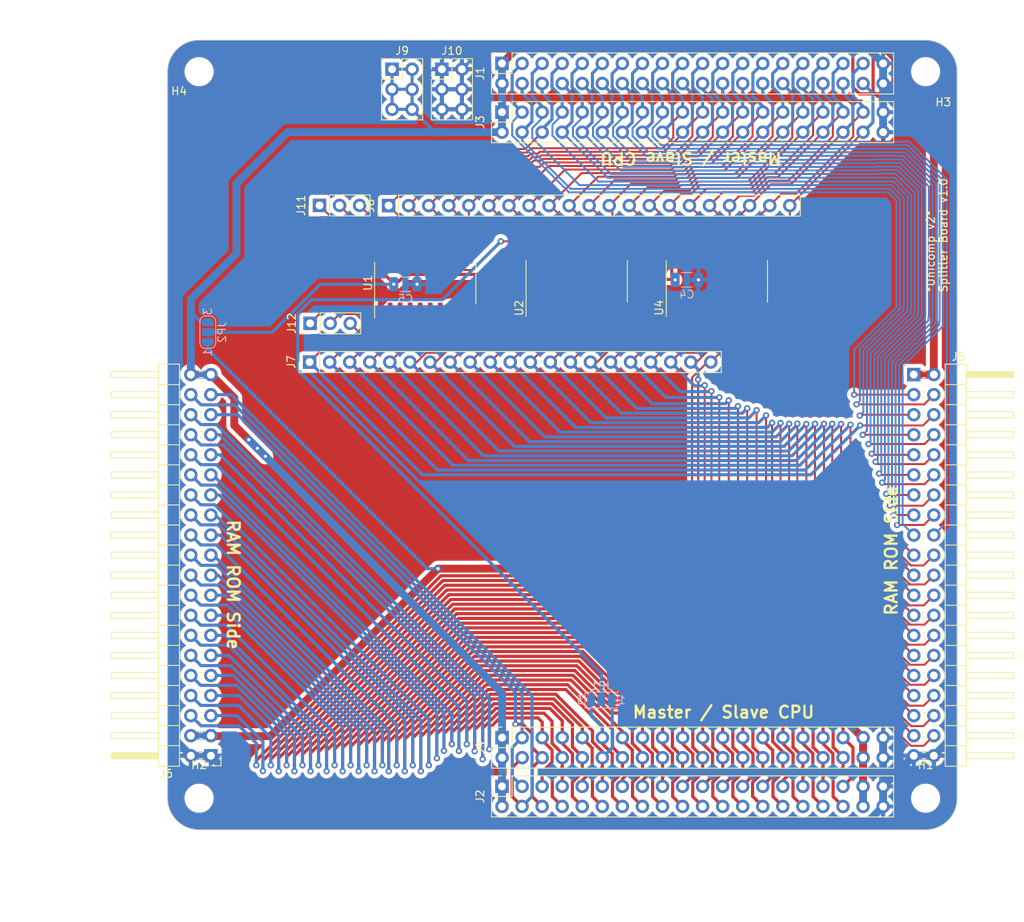
<source format=kicad_pcb>
(kicad_pcb (version 20221018) (generator pcbnew)
  (layers (0 "F.Cu" signal) (31 "B.Cu" signal) (34 "B.Paste" user) (35 "F.Paste" user) (36 "B.SilkS" user "B.Silkscreen") (37 "F.SilkS" user "F.Silkscreen") (38 "B.Mask" user) (39 "F.Mask" user) (44 "Edge.Cuts" user))
  (net 0 "")
  (net 1 "/TX3")
  (net 2 "/~{RST}")
  (net 3 "/RX3")
  (net 4 "/TX_3V")
  (net 5 "/RX_3V")
  (net 6 "GND")
  (net 7 "/D7")
  (net 8 "/D6")
  (net 9 "/D5")
  (net 10 "/D4")
  (net 11 "/D3")
  (net 12 "/D2")
  (net 13 "/D1")
  (net 14 "/D0")
  (net 15 "+5V")
  (net 16 "/A15")
  (net 17 "/A14")
  (net 18 "/A13")
  (net 19 "/A12")
  (net 20 "/A11")
  (net 21 "/A10")
  (net 22 "/A9")
  (net 23 "/A8")
  (net 24 "/A7")
  (net 25 "/A4")
  (net 26 "/A3")
  (net 27 "/A2")
  (net 28 "/A1")
  (net 29 "/A0")
  (net 30 "/PH0")
  (net 31 "/~{PH0}")
  (net 32 "/CLKF")
  (net 33 "/RES0")
  (net 34 "/RES1")
  (net 35 "/TDI")
  (net 36 "/TMS")
  (net 37 "/TCK")
  (net 38 "+3V3")
  (net 39 "/TDO")
  (net 40 "/A16")
  (net 41 "/A17")
  (net 42 "/A18")
  (net 43 "/A19")
  (net 44 "/~{MRD}")
  (net 45 "/~{MWR}")
  (net 46 "/A5")
  (net 47 "/A6")
  (net 48 "/TDRTN")
  (net 49 "/~{IORD}")
  (net 50 "/~{IOWR}")
  (net 51 "/TX2")
  (net 52 "/RX2")
  (net 53 "/CLKS")
  (net 54 "/~{extCS}")
  (net 55 "/MOSI")
  (net 56 "/SCK")
  (net 57 "/A0s")
  (net 58 "/A1s")
  (net 59 "/A2s")
  (net 60 "/A3s")
  (net 61 "/A4s")
  (net 62 "/A5s")
  (net 63 "/A6s")
  (net 64 "/A7s")
  (net 65 "/A8s")
  (net 66 "/A9s")
  (net 67 "/A10s")
  (net 68 "/A11s")
  (net 69 "/A12s")
  (net 70 "/A13s")
  (net 71 "/A14s")
  (net 72 "/A15s")
  (net 73 "/A16s")
  (net 74 "/A17s")
  (net 75 "/A18s")
  (net 76 "/A19s")
  (net 77 "/R{slash}~{W}_s")
  (net 78 "Net-(J11-Pin_1)")
  (net 79 "Net-(J11-Pin_2)")
  (net 80 "Net-(J11-Pin_3)")
  (net 81 "Net-(J12-Pin_1)")
  (net 82 "Net-(J12-Pin_2)")
  (net 83 "Net-(J12-Pin_3)")
  (net 84 "/R{slash}~{W}_e")
  (net 85 "/PHI1_e")
  (net 86 "/PHI2_e")
  (net 87 "/~{BUSFREE}")
  (net 88 "/~{RAMWE13}")
  (net 89 "/~{RAMWE12}")
  (net 90 "/~{RAMWE11}")
  (net 91 "/~{RAMWE10}")
  (net 92 "/~{RAMWE9}")
  (net 93 "/~{RAMWE8}")
  (net 94 "/~{RAMWE7}")
  (net 95 "/~{RAMWE6}")
  (net 96 "/~{RAMWE5}")
  (net 97 "/~{RAMWE4}")
  (net 98 "/~{RAMWE3}")
  (net 99 "/~{RAMWE2}")
  (net 100 "/~{RAMWE1}")
  (net 101 "/~{RAMWE0}")
  (net 102 "/VBuffer")
  (footprint "Connector_PinSocket_2.54mm:PinSocket_2x20_P2.54mm_Vertical" (layer "F.Cu") (at 142.36 42.957 90)
    (fp_text reference "J1")
    (fp_text value "BUS-Master")
  )
  (footprint "Connector_PinHeader_2.54mm:PinHeader_2x20_P2.54mm_Horizontal" (layer "F.Cu") (at 105.497 130.62 180)
    (fp_text reference "J6")
    (fp_text value "BUS-Angled")
  )
  (footprint "Connector_PinHeader_2.54mm:PinHeader_1x21_P2.54mm_Vertical" (layer "F.Cu") (at 118 80.772 90)
    (fp_text reference "J7")
    (fp_text value "Conn_01x21" hide)
  )
  (footprint "MountingHole:MountingHole_3.2mm_M3" (layer "F.Cu") (at 196 136)
    (fp_text reference "H1")
    (fp_text value "MountingHole")
  )
  (footprint "Package_SO:SO-20_5.3x12.6mm_P1.27mm" (layer "F.Cu") (at 132.6388 70.7563 90)
    (fp_text reference "U1")
    (fp_text value "SN74LVC245ANSR" hide)
  )
  (footprint "Connector_PinSocket_2.54mm:PinSocket_2x20_P2.54mm_Vertical" (layer "F.Cu") (at 142.36 134.503 90)
    (fp_text reference "J2")
    (fp_text value "BUS-Master")
  )
  (footprint "Connector_PinHeader_2.54mm:PinHeader_2x20_P2.54mm_Horizontal" (layer "F.Cu") (at 194.503 82.36)
    (fp_text reference "J5")
    (fp_text value "BUS-Angled")
  )
  (footprint "Package_SO:SO-20_5.3x12.6mm_P1.27mm" (layer "F.Cu") (at 151.8158 70.5612 90)
    (fp_text reference "U2")
    (fp_text value "SN74LVC245ANSR" hide)
  )
  (footprint "MountingHole:MountingHole_3.2mm_M3" (layer "F.Cu") (at 196 44)
    (fp_text reference "H3")
    (fp_text value "MountingHole")
  )
  (footprint "Connector_PinSocket_2.54mm:PinSocket_2x20_P2.54mm_Vertical" (layer "F.Cu") (at 142.36913 128.328879 90)
    (fp_text reference "J4")
    (fp_text value "BUS-Master-BO")
  )
  (footprint "Package_SO:SO-20_5.3x12.6mm_P1.27mm" (layer "F.Cu") (at 169.5704 70.5531 90)
    (fp_text reference "U4")
    (fp_text value "SN74LVC245ANSR")
  )
  (footprint "Connector_PinHeader_2.54mm:PinHeader_1x03_P2.54mm_Vertical" (layer "F.Cu") (at 119.253 60.9346 90)
    (fp_text reference "J11")
    (fp_text value "Conn_01x03")
  )
  (footprint "Connector_PinHeader_2.54mm:PinHeader_1x21_P2.54mm_Vertical" (layer "F.Cu") (at 128 60.96 90)
    (fp_text reference "J8")
    (fp_text value "Conn_01x21")
  )
  (footprint "Connector_PinHeader_2.54mm:PinHeader_1x03_P2.54mm_Vertical" (layer "F.Cu") (at 118.0592 75.8698 90)
    (fp_text reference "J12")
    (fp_text value "Conn_01x03")
  )
  (footprint "MountingHole:MountingHole_3.2mm_M3" (layer "F.Cu") (at 104 44)
    (fp_text reference "H4")
    (fp_text value "MountingHole")
  )
  (footprint "MountingHole:MountingHole_3.2mm_M3" (layer "F.Cu") (at 104 136)
    (fp_text reference "H2")
    (fp_text value "MountingHole")
  )
  (footprint "Connector_PinHeader_2.54mm:PinHeader_2x03_P2.54mm_Vertical" (layer "F.Cu") (at 134.747 43.688)
    (fp_text reference "J10")
    (fp_text value "GND")
  )
  (footprint "Connector_PinHeader_2.54mm:PinHeader_2x03_P2.54mm_Vertical" (layer "F.Cu") (at 128.436 43.688)
    (fp_text reference "J9")
    (fp_text value "VCC")
  )
  (footprint "Connector_PinSocket_2.54mm:PinSocket_2x20_P2.54mm_Vertical" (layer "F.Cu") (at 142.360397 49.123807 90)
    (fp_text reference "J3")
    (fp_text value "BUS-Master-BO")
  )
  (footprint "Capacitor_SMD:C_1206_3216Metric" (layer "B.Cu") (at 130.126 70.9168)
    (fp_text reference "C5")
    (fp_text value "100n")
  )
  (footprint "Capacitor_SMD:C_1206_3216Metric" (layer "B.Cu") (at 165.7586 70.358)
    (fp_text reference "C4")
    (fp_text value "100n")
  )
  (footprint "Jumper:SolderJumper-3_P1.3mm_Open_RoundedPad1.0x1.5mm_NumberLabels" (layer "B.Cu") (at 105.1052 76.9874 90)
    (fp_text reference "JP2")
    (fp_text value "Vcc")
  )
  (footprint "Jumper:SolderJumper-3_P1.3mm_Open_Pad1.0x1.5mm_NumberLabels" (layer "B.Cu") (at 154.94 123.571 180)
    (fp_text reference "JP1")
    (fp_text value ".")
  )
  (gr_line (start 100 44) (end 100 136) (stroke (width 0.1)) (layer "Edge.Cuts"))
  (gr_arc (start 100 44) (mid 101.171571 41.17157) (end 104 40) (stroke (width 0.1)) (layer "Edge.Cuts"))
  (gr_arc (start 196 40) (mid 198.828425 41.171573) (end 200 44) (stroke (width 0.1)) (layer "Edge.Cuts"))
  (gr_arc (start 200 136) (mid 198.828425 138.828424) (end 196 140) (stroke (width 0.1)) (layer "Edge.Cuts"))
  (gr_line (start 200 136) (end 200 44) (stroke (width 0.1)) (layer "Edge.Cuts"))
  (gr_line (start 196 40) (end 104 40) (stroke (width 0.1)) (layer "Edge.Cuts"))
  (gr_arc (start 104 140) (mid 101.171571 138.828427) (end 100 136) (stroke (width 0.1)) (layer "Edge.Cuts"))
  (gr_line (start 196 140) (end 104 140) (stroke (width 0.1)) (layer "Edge.Cuts"))
  (gr_text "Master / Slave CPU" (at 177.927 54.102 180) (layer "F.SilkS") (effects (font (size 1.5 1.5) (thickness 0.3) bold) (justify left bottom)))
  (gr_text "*Unicomp v2*\nSplitter Board v1.0" (at 197.45 72.06 90) (layer "F.SilkS") (effects (font (size 1 1)) (justify left)))
  (gr_text "RAM ROM Side\n" (at 192.532 113.03 90) (layer "F.SilkS") (effects (font (size 1.5 1.5) (thickness 0.3) bold) (justify left bottom)))
  (gr_text "Master / Slave CPU" (at 158.75 125.984) (layer "F.SilkS") (effects (font (size 1.5 1.5) (thickness 0.3) bold) (justify left bottom)))
  (gr_text "RAM ROM Side\n" (at 107.442 100.584 -90) (layer "F.SilkS") (effects (font (size 1.5 1.5) (thickness 0.3) bold) (justify left bottom)))
  (segment (start 148.69913 129.90313) (end 147.44913 128.65313) (width 0.4) (layer "F.Cu") (net 1))
  (segment (start 147.44913 128.328879) (end 147.44913 126.36713) (width 0.4) (layer "F.Cu") (net 1))
  (segment (start 140.754004 127.164374) (end 140.754004 129.794) (width 0.4) (layer "F.Cu") (net 1))
  (segment (start 146.916 125.834) (end 142.084378 125.834) (width 0.4) (layer "F.Cu") (net 1))
  (segment (start 142.084378 125.834) (end 140.754004 127.164374) (width 0.4) (layer "F.Cu") (net 1))
  (segment (start 147.44913 128.65313) (end 147.44913 128.328879) (width 0.4) (layer "F.Cu") (net 1))
  (segment (start 147.44 132.685776) (end 148.69913 131.426646) (width 0.4) (layer "F.Cu") (net 1))
  (segment (start 148.69913 131.426646) (end 148.69913 129.90313) (width 0.4) (layer "F.Cu") (net 1))
  (segment (start 147.44913 126.36713) (end 146.916 125.834) (width 0.4) (layer "F.Cu") (net 1))
  (segment (start 147.44 134.503) (end 147.44 132.685776) (width 0.4) (layer "F.Cu") (net 1))
  (via (at 140.754004 129.794) (size 0.8) (drill 0.4) (layers "F.Cu" "B.Cu") (net 1))
  (segment (start 104.207 88.69) (end 106.207056 88.69) (width 0.4) (layer "B.Cu") (net 1))
  (segment (start 140.754 129.793996) (end 140.754004 129.794) (width 0.4) (layer "B.Cu") (net 1))
  (segment (start 140.754 123.236944) (end 140.754 129.793996) (width 0.4) (layer "B.Cu") (net 1))
  (segment (start 106.207056 88.69) (end 140.754 123.236944) (width 0.4) (layer "B.Cu") (net 1))
  (segment (start 102.957 87.44) (end 104.207 88.69) (width 0.4) (layer "B.Cu") (net 1))
  (segment (start 193.919552 52.8566) (end 163.87319 52.8566) (width 0.25) (layer "B.Cu") (net 2))
  (segment (start 198.4654 57.427848) (end 198.4654 57.402448) (width 0.25) (layer "B.Cu") (net 2))
  (segment (start 198.672 101.051) (end 198.672 57.634448) (width 0.25) (layer "B.Cu") (net 2))
  (segment (start 162.68 45.497) (end 162.68 45.573295) (width 0.4) (layer "B.Cu") (net 2))
  (segment (start 198.4654 57.402448) (end 193.919552 52.8566) (width 0.25) (layer "B.Cu") (net 2))
  (segment (start 163.87319 52.8566) (end 162.680397 51.663807) (width 0.25) (layer "B.Cu") (net 2))
  (segment (start 162.68 45.573295) (end 163.930397 46.823692) (width 0.4) (layer "B.Cu") (net 2))
  (segment (start 198.672 57.634448) (end 198.4654 57.427848) (width 0.25) (layer "B.Cu") (net 2))
  (segment (start 197.043 102.68) (end 198.672 101.051) (width 0.25) (layer "B.Cu") (net 2))
  (segment (start 163.930397 46.823692) (end 163.930397 50.413807) (width 0.4) (layer "B.Cu") (net 2))
  (segment (start 163.930397 50.413807) (end 162.680397 51.663807) (width 0.4) (layer "B.Cu") (net 2))
  (segment (start 146.15913 127.811112) (end 144.982018 126.634) (width 0.4) (layer "F.Cu") (net 3))
  (segment (start 146.19 132.128009) (end 146.19 135.793) (width 0.4) (layer "F.Cu") (net 3))
  (segment (start 147.44913 130.868879) (end 146.15913 129.578879) (width 0.4) (layer "F.Cu") (net 3))
  (segment (start 147.44913 130.868879) (end 146.19 132.128009) (width 0.4) (layer "F.Cu") (net 3))
  (segment (start 144.982018 126.634) (end 144.06 126.634) (width 0.4) (layer "F.Cu") (net 3))
  (segment (start 146.15913 129.578879) (end 146.15913 127.811112) (width 0.4) (layer "F.Cu") (net 3))
  (segment (start 146.19 135.793) (end 147.44 137.043) (width 0.4) (layer "F.Cu") (net 3))
  (via (at 144.06 126.634) (size 0.8) (drill 0.4) (layers "F.Cu" "B.Cu") (net 3))
  (segment (start 105.497 87.44) (end 108.903 87.44) (width 0.4) (layer "B.Cu") (net 3))
  (segment (start 144.06 122.597) (end 144.06 126.634) (width 0.4) (layer "B.Cu") (net 3))
  (segment (start 108.903 87.44) (end 144.06 122.597) (width 0.4) (layer "B.Cu") (net 3))
  (segment (start 148.69913 126.260602) (end 147.672528 125.234) (width 0.4) (layer "F.Cu") (net 4))
  (segment (start 149.98913 130.868879) (end 149.98913 132.07096) (width 0.4) (layer "F.Cu") (net 4))
  (segment (start 149.98913 130.344602) (end 148.69913 129.054602) (width 0.4) (layer "F.Cu") (net 4))
  (segment (start 149.98913 132.07096) (end 148.73 133.33009) (width 0.4) (layer "F.Cu") (net 4))
  (segment (start 141.83585 125.234) (end 139.909815 127.160035) (width 0.4) (layer "F.Cu") (net 4))
  (segment (start 148.73 133.33009) (end 148.73 135.793) (width 0.4) (layer "F.Cu") (net 4))
  (segment (start 149.98913 130.868879) (end 149.98913 130.344602) (width 0.4) (layer "F.Cu") (net 4))
  (segment (start 139.909815 127.160035) (end 139.909815 131.064) (width 0.4) (layer "F.Cu") (net 4))
  (segment (start 148.73 135.793) (end 149.98 137.043) (width 0.4) (layer "F.Cu") (net 4))
  (segment (start 147.672528 125.234) (end 141.83585 125.234) (width 0.4) (layer "F.Cu") (net 4))
  (segment (start 148.69913 129.054602) (end 148.69913 126.260602) (width 0.4) (layer "F.Cu") (net 4))
  (via (at 139.909815 131.064) (size 0.8) (drill 0.4) (layers "F.Cu" "B.Cu") (net 4))
  (segment (start 106.608528 89.98) (end 139.909815 123.281287) (width 0.4) (layer "B.Cu") (net 4))
  (segment (start 105.497 89.98) (end 106.608528 89.98) (width 0.4) (layer "B.Cu") (net 4))
  (segment (start 139.909815 123.281287) (end 139.909815 131.064) (width 0.4) (layer "B.Cu") (net 4))
  (segment (start 141.338794 124.034) (end 137.904014 127.46878) (width 0.4) (layer "F.Cu") (net 5))
  (segment (start 151.27 135.793) (end 152.52 137.043) (width 0.4) (layer "F.Cu") (net 5))
  (segment (start 151.27 133.985233) (end 151.27 135.793) (width 0.4) (layer "F.Cu") (net 5))
  (segment (start 152.52913 130.868879) (end 152.52913 132.726103) (width 0.4) (layer "F.Cu") (net 5))
  (segment (start 148.672 124.034) (end 141.338794 124.034) (width 0.4) (layer "F.Cu") (net 5))
  (segment (start 151.27913 126.64113) (end 148.672 124.034) (width 0.4) (layer "F.Cu") (net 5))
  (segment (start 151.27913 129.502584) (end 151.27913 126.64113) (width 0.4) (layer "F.Cu") (net 5))
  (segment (start 152.52913 132.726103) (end 151.27 133.985233) (width 0.4) (layer "F.Cu") (net 5))
  (segment (start 152.52913 130.868879) (end 152.52913 130.752584) (width 0.4) (layer "F.Cu") (net 5))
  (segment (start 137.904014 127.46878) (end 137.904014 129.159) (width 0.4) (layer "F.Cu") (net 5))
  (segment (start 152.52913 130.752584) (end 151.27913 129.502584) (width 0.4) (layer "F.Cu") (net 5))
  (via (at 137.904014 129.159) (size 0.8) (drill 0.4) (layers "F.Cu" "B.Cu") (net 5))
  (segment (start 106.699081 92.52) (end 137.904014 123.724933) (width 0.4) (layer "B.Cu") (net 5))
  (segment (start 105.497 92.52) (end 106.699081 92.52) (width 0.4) (layer "B.Cu") (net 5))
  (segment (start 137.904014 123.724933) (end 137.904014 129.159) (width 0.4) (layer "B.Cu") (net 5))
  (segment (start 126.9238 74.2188) (end 126.9238 73.723483) (width 0.4) (layer "F.Cu") (net 6))
  (segment (start 167.2336 70.3326) (end 167.9702 69.596) (width 0.4) (layer "F.Cu") (net 6))
  (segment (start 130.889818 71.628) (end 131.601 70.916818) (width 0.4) (layer "F.Cu") (net 6))
  (segment (start 157.5389 74.0156) (end 157.5308 74.0237) (width 0.25) (layer "F.Cu") (net 6))
  (segment (start 131.601018 70.9168) (end 131.601 70.916818) (width 0.4) (layer "F.Cu") (net 6))
  (segment (start 146.1008 74.0237) (end 146.1008 72.243942) (width 0.4) (layer "F.Cu") (net 6))
  (segment (start 146.1008 72.243942) (end 146.5326 71.812142) (width 0.4) (layer "F.Cu") (net 6))
  (segment (start 175.2854 74.0156) (end 175.2854 71.8058) (width 0.4) (layer "F.Cu") (net 6))
  (segment (start 167.2336 70.358) (end 167.2336 70.3326) (width 0.4) (layer "F.Cu") (net 6))
  (segment (start 146.5326 71.812142) (end 145.637258 70.9168) (width 0.4) (layer "F.Cu") (net 6))
  (segment (start 175.2854 71.8058) (end 173.8376 70.358) (width 0.4) (layer "F.Cu") (net 6))
  (segment (start 126.9238 73.723483) (end 129.019283 71.628) (width 0.4) (layer "F.Cu") (net 6))
  (segment (start 145.637258 70.9168) (end 131.601018 70.9168) (width 0.4) (layer "F.Cu") (net 6))
  (segment (start 163.8554 73.520283) (end 165.563542 71.812142) (width 0.4) (layer "F.Cu") (net 6))
  (segment (start 129.019283 71.628) (end 130.889818 71.628) (width 0.4) (layer "F.Cu") (net 6))
  (segment (start 190.620397 53.52092) (end 190.620397 51.663807) (width 0.4) (layer "F.Cu") (net 6))
  (segment (start 163.8554 74.0156) (end 163.8554 73.520283) (width 0.4) (layer "F.Cu") (net 6))
  (segment (start 138.5916 73.981) (end 138.3538 74.2188) (width 0.4) (layer "F.Cu") (net 6))
  (segment (start 150.8506 71.812142) (end 146.5326 71.812142) (width 0.4) (layer "F.Cu") (net 6))
  (segment (start 163.8554 74.0156) (end 157.5389 74.0156) (width 0.25) (layer "F.Cu") (net 6))
  (segment (start 174.545317 69.596) (end 190.620397 53.52092) (width 0.4) (layer "F.Cu") (net 6))
  (segment (start 167.9702 69.596) (end 174.545317 69.596) (width 0.4) (layer "F.Cu") (net 6))
  (segment (start 165.563542 71.812142) (end 150.8506 71.812142) (width 0.4) (layer "F.Cu") (net 6))
  (segment (start 167.017683 70.358) (end 167.2336 70.358) (width 0.4) (layer "F.Cu") (net 6))
  (segment (start 165.563542 71.812142) (end 167.017683 70.358) (width 0.4) (layer "F.Cu") (net 6))
  (segment (start 173.8376 70.358) (end 167.2336 70.358) (width 0.4) (layer "F.Cu") (net 6))
  (via (at 131.601 70.916818) (size 0.8) (drill 0.4) (layers "F.Cu" "B.Cu") (net 6))
  (via (at 167.2336 70.358) (size 0.8) (drill 0.4) (layers "F.Cu" "B.Cu") (net 6))
  (segment (start 102.957 130.62) (end 100.838 128.501) (width 1) (layer "B.Cu") (net 6))
  (segment (start 105.497 130.643) (end 114.054 139.2) (width 1) (layer "B.Cu") (net 6))
  (segment (start 197.043 130.62) (end 199.497 128.166) (width 1) (layer "B.Cu") (net 6))
  (segment (start 137.287 48.768) (end 137.287 43.688) (width 0.4) (layer "B.Cu") (net 6))
  (segment (start 134.747 48.768) (end 134.747 43.688) (width 0.4) (layer "B.Cu") (net 6))
  (segment (start 137.287 48.768) (end 134.747 48.768) (width 0.4) (layer "B.Cu") (net 6))
  (segment (start 139.954 40.767) (end 188.43 40.767) (width 1) (layer "B.Cu") (net 6))
  (segment (start 100.838 128.501) (end 100.838 53.721) (width 1) (layer "B.Cu") (net 6))
  (segment (start 190.62 45.497) (end 190.62 51.66341) (width 1) (layer "B.Cu") (net 6))
  (segment (start 190.62 42.957) (end 190.62 45.497) (width 1) (layer "B.Cu") (net 6))
  (segment (start 105.497 130.62) (end 105.497 130.643) (width 1) (layer "B.Cu") (net 6))
  (segment (start 199.497 54.374) (end 190.62 45.497) (width 1) (layer "B.Cu") (net 6))
  (segment (start 137.287 43.688) (end 139.954 41.021) (width 0.4) (layer "B.Cu") (net 6))
  (segment (start 188.43 40.767) (end 190.62 42.957) (width 1) (layer "B.Cu") (net 6))
  (segment (start 188.463 139.2) (end 190.62 137.043) (width 1) (layer "B.Cu") (net 6))
  (segment (start 190.62 134.503) (end 194.503 130.62) (width 1) (layer "B.Cu") (net 6))
  (segment (start 139.954 41.021) (end 139.954 40.767) (width 0.4) (layer "B.Cu") (net 6))
  (segment (start 100.838 53.721) (end 113.792 40.767) (width 1) (layer "B.Cu") (net 6))
  (segment (start 137.287 43.688) (end 134.747 43.688) (width 0.4) (layer "B.Cu") (net 6))
  (segment (start 190.62 51.66341) (end 190.620397 51.663807) (width 1) (layer "B.Cu") (net 6))
  (segment (start 190.62 128.338009) (end 190.62913 128.328879) (width 1) (layer "B.Cu") (net 6))
  (segment (start 199.497 128.166) (end 199.497 54.374) (width 1) (layer "B.Cu") (net 6))
  (segment (start 125.095 40.767) (end 139.954 40.767) (width 1) (layer "B.Cu") (net 6))
  (segment (start 102.957 130.62) (end 105.497 130.62) (width 1) (layer "B.Cu") (net 6))
  (segment (start 113.792 40.767) (end 125.095 40.767) (width 1) (layer "B.Cu") (net 6))
  (segment (start 190.62 134.503) (end 190.62 128.338009) (width 1) (layer "B.Cu") (net 6))
  (segment (start 194.503 130.62) (end 197.043 130.62) (width 1) (layer "B.Cu") (net 6))
  (segment (start 190.62 134.503) (end 190.62 137.043) (width 1) (layer "B.Cu") (net 6))
  (segment (start 114.054 139.2) (end 188.463 139.2) (width 1) (layer "B.Cu") (net 6))
  (segment (start 134.747 46.228) (end 137.287 46.228) (width 0.4) (layer "B.Cu") (net 6))
  (segment (start 162.680397 47.265164) (end 161.43 46.014767) (width 0.4) (layer "B.Cu") (net 7))
  (segment (start 162.680397 49.89604) (end 161.430397 51.14604) (width 0.25) (layer "B.Cu") (net 7))
  (segment (start 193.733156 53.3066) (end 198.0154 57.588844) (width 0.25) (layer "B.Cu") (net 7))
  (segment (start 162.5266 53.3066) (end 193.733156 53.3066) (width 0.25) (layer "B.Cu") (net 7))
  (segment (start 161.43 46.014767) (end 161.43 44.207) (width 0.4) (layer "B.Cu") (net 7))
  (segment (start 198.0154 57.588844) (end 198.0154 57.614244) (width 0.25) (layer "B.Cu") (net 7))
  (segment (start 162.680397 49.123807) (end 162.680397 47.265164) (width 0.4) (layer "B.Cu") (net 7))
  (segment (start 161.43 44.207) (end 162.68 42.957) (width 0.4) (layer "B.Cu") (net 7))
  (segment (start 198.222 76.192348) (end 193.0908 81.323548) (width 0.25) (layer "B.Cu") (net 7))
  (segment (start 161.430397 51.14604) (end 161.430397 52.210397) (width 0.25) (layer "B.Cu") (net 7))
  (segment (start 193.0908 101.2678) (end 194.503 102.68) (width 0.25) (layer "B.Cu") (net 7))
  (segment (start 198.0154 57.614244) (end 198.222 57.820844) (width 0.25) (layer "B.Cu") (net 7))
  (segment (start 161.430397 52.210397) (end 162.5266 53.3066) (width 0.25) (layer "B.Cu") (net 7))
  (segment (start 193.0908 81.323548) (end 193.0908 101.2678) (width 0.25) (layer "B.Cu") (net 7))
  (segment (start 198.222 57.820844) (end 198.222 76.192348) (width 0.25) (layer "B.Cu") (net 7))
  (segment (start 162.680397 49.123807) (end 162.680397 49.89604) (width 0.25) (layer "B.Cu") (net 7))
  (segment (start 195.781172 101.401828) (end 192.378296 101.401828) (width 0.25) (layer "F.Cu") (net 8))
  (segment (start 197.043 100.14) (end 195.781172 101.401828) (width 0.25) (layer "F.Cu") (net 8))
  (via (at 192.378296 101.401828) (size 0.8) (drill 0.4) (layers "F.Cu" "B.Cu") (net 8))
  (segment (start 197.5654 57.77524) (end 197.5654 57.80064) (width 0.25) (layer "B.Cu") (net 8))
  (segment (start 160.14 45.497) (end 160.14 45.573295) (width 0.4) (layer "B.Cu") (net 8))
  (segment (start 197.772 58.00724) (end 197.772 75.606804) (width 0.25) (layer "B.Cu") (net 8))
  (segment (start 197.7034 76.074552) (end 192.6408 81.137152) (width 0.25) (layer "B.Cu") (net 8))
  (segment (start 193.54676 53.7566) (end 197.5654 57.77524) (width 0.25) (layer "B.Cu") (net 8))
  (segment (start 197.772 75.606804) (end 197.7034 75.675404) (width 0.25) (layer "B.Cu") (net 8))
  (segment (start 161.390397 46.823692) (end 161.390397 50.413807) (width 0.4) (layer "B.Cu") (net 8))
  (segment (start 162.23319 53.7566) (end 193.54676 53.7566) (width 0.25) (layer "B.Cu") (net 8))
  (segment (start 160.14 45.573295) (end 161.390397 46.823692) (width 0.4) (layer "B.Cu") (net 8))
  (segment (start 192.6408 101.139324) (end 192.378296 101.401828) (width 0.25) (layer "B.Cu") (net 8))
  (segment (start 192.6408 81.137152) (end 192.6408 101.139324) (width 0.25) (layer "B.Cu") (net 8))
  (segment (start 160.140397 51.663807) (end 162.23319 53.7566) (width 0.25) (layer "B.Cu") (net 8))
  (segment (start 197.5654 57.80064) (end 197.772 58.00724) (width 0.25) (layer "B.Cu") (net 8))
  (segment (start 197.7034 75.675404) (end 197.7034 76.074552) (width 0.25) (layer "B.Cu") (net 8))
  (segment (start 161.390397 50.413807) (end 160.140397 51.663807) (width 0.4) (layer "B.Cu") (net 8))
  (segment (start 194.503 100.14) (end 191.9788 100.14) (width 0.25) (layer "F.Cu") (net 9))
  (segment (start 191.9788 100.14) (end 191.9158 100.203) (width 0.25) (layer "F.Cu") (net 9))
  (via (at 191.9158 100.203) (size 0.8) (drill 0.4) (layers "F.Cu" "B.Cu") (net 9))
  (segment (start 193.360364 54.2066) (end 197.1154 57.961636) (width 0.25) (layer "B.Cu") (net 9))
  (segment (start 158.890397 51.14604) (end 158.890397 52.159597) (width 0.25) (layer "B.Cu") (net 9))
  (segment (start 160.9374 54.2066) (end 193.360364 54.2066) (width 0.25) (layer "B.Cu") (net 9))
  (segment (start 158.890397 52.159597) (end 160.9374 54.2066) (width 0.25) (layer "B.Cu") (net 9))
  (segment (start 160.140397 49.89604) (end 158.890397 51.14604) (width 0.25) (layer "B.Cu") (net 9))
  (segment (start 197.2534 75.489008) (end 197.2534 75.888156) (width 0.25) (layer "B.Cu") (net 9))
  (segment (start 160.140397 49.123807) (end 160.140397 49.89604) (width 0.25) (layer "B.Cu") (net 9))
  (segment (start 197.1154 57.987036) (end 197.322 58.193636) (width 0.25) (layer "B.Cu") (net 9))
  (segment (start 158.89 46.014767) (end 158.89 44.207) (width 0.4) (layer "B.Cu") (net 9))
  (segment (start 197.322 58.193636) (end 197.322 75.420408) (width 0.25) (layer "B.Cu") (net 9))
  (segment (start 160.140397 47.265164) (end 158.89 46.014767) (width 0.4) (layer "B.Cu") (net 9))
  (segment (start 160.140397 49.123807) (end 160.140397 47.265164) (width 0.4) (layer "B.Cu") (net 9))
  (segment (start 158.89 44.207) (end 160.14 42.957) (width 0.4) (layer "B.Cu") (net 9))
  (segment (start 192.1908 80.950756) (end 192.1908 99.928) (width 0.25) (layer "B.Cu") (net 9))
  (segment (start 192.1908 99.928) (end 191.9158 100.203) (width 0.25) (layer "B.Cu") (net 9))
  (segment (start 197.1154 57.961636) (end 197.1154 57.987036) (width 0.25) (layer "B.Cu") (net 9))
  (segment (start 197.322 75.420408) (end 197.2534 75.489008) (width 0.25) (layer "B.Cu") (net 9))
  (segment (start 197.2534 75.888156) (end 192.1908 80.950756) (width 0.25) (layer "B.Cu") (net 9))
  (segment (start 197.043 97.6) (end 195.6846 98.9584) (width 0.25) (layer "F.Cu") (net 10))
  (segment (start 157.600397 52.222603) (end 157.600397 51.663807) (width 0.4) (layer "F.Cu") (net 10))
  (segment (start 195.6846 98.9584) (end 191.4658 98.9584) (width 0.25) (layer "F.Cu") (net 10))
  (via (at 191.4658 98.9584) (size 0.8) (drill 0.4) (layers "F.Cu" "B.Cu") (net 10))
  (segment (start 191.7408 98.6834) (end 191.4658 98.9584) (width 0.25) (layer "B.Cu") (net 10))
  (segment (start 157.6 45.497) (end 157.6 45.573295) (width 0.4) (layer "B.Cu") (net 10))
  (segment (start 158.850397 46.823692) (end 158.850397 50.413807) (width 0.4) (layer "B.Cu") (net 10))
  (segment (start 196.8686 73.525568) (end 196.8686 75.237412) (width 0.25) (layer "B.Cu") (net 10))
  (segment (start 160.59319 54.6566) (end 193.173968 54.6566) (width 0.25) (layer "B.Cu") (net 10))
  (segment (start 158.850397 50.413807) (end 157.600397 51.663807) (width 0.4) (layer "B.Cu") (net 10))
  (segment (start 157.6 45.573295) (end 158.850397 46.823692) (width 0.4) (layer "B.Cu") (net 10))
  (segment (start 193.173968 54.6566) (end 196.6654 58.148032) (width 0.25) (layer "B.Cu") (net 10))
  (segment (start 196.8034 75.70176) (end 191.7408 80.76436) (width 0.25) (layer "B.Cu") (net 10))
  (segment (start 196.8686 75.237412) (end 196.8034 75.302612) (width 0.25) (layer "B.Cu") (net 10))
  (segment (start 196.6654 58.148032) (end 196.6654 58.173432) (width 0.25) (layer "B.Cu") (net 10))
  (segment (start 196.872 73.522168) (end 196.8686 73.525568) (width 0.25) (layer "B.Cu") (net 10))
  (segment (start 196.8034 75.302612) (end 196.8034 75.70176) (width 0.25) (layer "B.Cu") (net 10))
  (segment (start 157.600397 51.663807) (end 160.59319 54.6566) (width 0.25) (layer "B.Cu") (net 10))
  (segment (start 191.7408 80.76436) (end 191.7408 98.6834) (width 0.25) (layer "B.Cu") (net 10))
  (segment (start 196.872 58.380032) (end 196.872 73.522168) (width 0.25) (layer "B.Cu") (net 10))
  (segment (start 196.6654 58.173432) (end 196.872 58.380032) (width 0.25) (layer "B.Cu") (net 10))
  (segment (start 191.156 97.6) (end 191.0158 97.4598) (width 0.25) (layer "F.Cu") (net 11))
  (segment (start 194.503 97.6) (end 191.156 97.6) (width 0.25) (layer "F.Cu") (net 11))
  (via (at 191.0158 97.4598) (size 0.8) (drill 0.4) (layers "F.Cu" "B.Cu") (net 11))
  (segment (start 156.425397 51.041803) (end 156.425397 52.150508) (width 0.25) (layer "B.Cu") (net 11))
  (segment (start 157.600397 49.123807) (end 157.600397 47.265164) (width 0.4) (layer "B.Cu") (net 11))
  (segment (start 189.508236 55.1066) (end 192.987572 55.1066) (width 0.25) (layer "B.Cu") (net 11))
  (segment (start 196.3534 75.116216) (end 196.3534 75.515364) (width 0.25) (layer "B.Cu") (net 11))
  (segment (start 156.425397 52.150508) (end 159.432289 55.1574) (width 0.25) (layer "B.Cu") (net 11))
  (segment (start 196.4186 58.563028) (end 196.4186 75.051016) (width 0.25) (layer "B.Cu") (net 11))
  (segment (start 159.432289 55.1574) (end 189.457436 55.1574) (width 0.25) (layer "B.Cu") (net 11))
  (segment (start 189.457436 55.1574) (end 189.508236 55.1066) (width 0.25) (layer "B.Cu") (net 11))
  (segment (start 196.4186 75.051016) (end 196.3534 75.116216) (width 0.25) (layer "B.Cu") (net 11))
  (segment (start 196.2154 58.359828) (end 196.4186 58.563028) (width 0.25) (layer "B.Cu") (net 11))
  (segment (start 157.600397 47.265164) (end 156.31 45.974767) (width 0.4) (layer "B.Cu") (net 11))
  (segment (start 156.31 45.974767) (end 156.31 44.247) (width 0.4) (layer "B.Cu") (net 11))
  (segment (start 157.600397 49.866803) (end 156.425397 51.041803) (width 0.25) (layer "B.Cu") (net 11))
  (segment (start 191.2908 80.577964) (end 191.2908 97.1848) (width 0.25) (layer "B.Cu") (net 11))
  (segment (start 196.2154 58.334428) (end 196.2154 58.359828) (width 0.25) (layer "B.Cu") (net 11))
  (segment (start 156.31 44.247) (end 157.6 42.957) (width 0.4) (layer "B.Cu") (net 11))
  (segment (start 157.600397 49.123807) (end 157.600397 49.866803) (width 0.25) (layer "B.Cu") (net 11))
  (segment (start 192.987572 55.1066) (end 196.2154 58.334428) (width 0.25) (layer "B.Cu") (net 11))
  (segment (start 191.2908 97.1848) (end 191.0158 97.4598) (width 0.25) (layer "B.Cu") (net 11))
  (segment (start 196.3534 75.515364) (end 191.2908 80.577964) (width 0.25) (layer "B.Cu") (net 11))
  (segment (start 190.6976 96.235) (end 195.868 96.235) (width 0.25) (layer "F.Cu") (net 12))
  (segment (start 190.5 96.0374) (end 190.6976 96.235) (width 0.25) (layer "F.Cu") (net 12))
  (segment (start 195.868 96.235) (end 197.043 95.06) (width 0.25) (layer "F.Cu") (net 12))
  (via (at 190.5 96.0374) (size 0.8) (drill 0.4) (layers "F.Cu" "B.Cu") (net 12))
  (segment (start 190.8408 95.6966) (end 190.5 96.0374) (width 0.25) (layer "B.Cu") (net 12))
  (segment (start 159.00399 55.6074) (end 189.643832 55.6074) (width 0.25) (layer "B.Cu") (net 12))
  (segment (start 189.643832 55.6074) (end 189.694632 55.5566) (width 0.25) (layer "B.Cu") (net 12))
  (segment (start 156.310397 46.823692) (end 156.310397 50.413807) (width 0.4) (layer "B.Cu") (net 12))
  (segment (start 195.9686 74.86462) (end 195.9034 74.92982) (width 0.25) (layer "B.Cu") (net 12))
  (segment (start 192.801176 55.5566) (end 195.7654 58.520824) (width 0.25) (layer "B.Cu") (net 12))
  (segment (start 195.9034 74.92982) (end 195.9034 75.328968) (width 0.25) (layer "B.Cu") (net 12))
  (segment (start 195.9686 58.749424) (end 195.9686 74.86462) (width 0.25) (layer "B.Cu") (net 12))
  (segment (start 190.8408 80.391568) (end 190.8408 95.6966) (width 0.25) (layer "B.Cu") (net 12))
  (segment (start 195.7654 58.546224) (end 195.9686 58.749424) (width 0.25) (layer "B.Cu") (net 12))
  (segment (start 155.06 45.573295) (end 156.310397 46.823692) (width 0.4) (layer "B.Cu") (net 12))
  (segment (start 155.060397 51.663807) (end 159.00399 55.6074) (width 0.25) (layer "B.Cu") (net 12))
  (segment (start 156.310397 50.413807) (end 155.060397 51.663807) (width 0.4) (layer "B.Cu") (net 12))
  (segment (start 195.7654 58.520824) (end 195.7654 58.546224) (width 0.25) (layer "B.Cu") (net 12))
  (segment (start 155.06 45.497) (end 155.06 45.573295) (width 0.4) (layer "B.Cu") (net 12))
  (segment (start 189.694632 55.5566) (end 192.801176 55.5566) (width 0.25) (layer "B.Cu") (net 12))
  (segment (start 195.9034 75.328968) (end 190.8408 80.391568) (width 0.25) (layer "B.Cu") (net 12))
  (segment (start 194.503 95.06) (end 190.2814 95.06) (width 0.25) (layer "F.Cu") (net 13))
  (segment (start 190.2814 95.06) (end 190.1158 94.8944) (width 0.25) (layer "F.Cu") (net 13))
  (via (at 190.1158 94.8944) (size 0.8) (drill 0.4) (layers "F.Cu" "B.Cu") (net 13))
  (segment (start 189.881028 56.0066) (end 192.61478 56.0066) (width 0.25) (layer "B.Cu") (net 13))
  (segment (start 153.81 46.014767) (end 153.81 44.207) (width 0.4) (layer "B.Cu") (net 13))
  (segment (start 155.060397 49.866269) (end 153.885397 51.041269) (width 0.25) (layer "B.Cu") (net 13))
  (segment (start 190.3908 80.205172) (end 190.3908 94.6194) (width 0.25) (layer "B.Cu") (net 13))
  (segment (start 189.830228 56.0574) (end 189.881028 56.0066) (width 0.25) (layer "B.Cu") (net 13))
  (segment (start 155.060397 47.265164) (end 153.81 46.014767) (width 0.4) (layer "B.Cu") (net 13))
  (segment (start 195.4534 75.142572) (end 190.3908 80.205172) (width 0.25) (layer "B.Cu") (net 13))
  (segment (start 155.060397 49.123807) (end 155.060397 47.265164) (width 0.4) (layer "B.Cu") (net 13))
  (segment (start 195.3154 58.70722) (end 195.3154 58.73262) (width 0.25) (layer "B.Cu") (net 13))
  (segment (start 153.81 44.207) (end 155.06 42.957) (width 0.4) (layer "B.Cu") (net 13))
  (segment (start 153.885397 52.150508) (end 157.792289 56.0574) (width 0.25) (layer "B.Cu") (net 13))
  (segment (start 195.5186 58.93582) (end 195.5186 74.678224) (width 0.25) (layer "B.Cu") (net 13))
  (segment (start 195.3154 58.73262) (end 195.5186 58.93582) (width 0.25) (layer "B.Cu") (net 13))
  (segment (start 195.5186 74.678224) (end 195.4534 74.743424) (width 0.25) (layer "B.Cu") (net 13))
  (segment (start 192.61478 56.0066) (end 195.3154 58.70722) (width 0.25) (layer "B.Cu") (net 13))
  (segment (start 195.4534 74.743424) (end 195.4534 75.142572) (width 0.25) (layer "B.Cu") (net 13))
  (segment (start 190.3908 94.6194) (end 190.1158 94.8944) (width 0.25) (layer "B.Cu") (net 13))
  (segment (start 157.792289 56.0574) (end 189.830228 56.0574) (width 0.25) (layer "B.Cu") (net 13))
  (segment (start 153.885397 51.041269) (end 153.885397 52.150508) (width 0.25) (layer "B.Cu") (net 13))
  (segment (start 155.060397 49.123807) (end 155.060397 49.866269) (width 0.25) (layer "B.Cu") (net 13))
  (segment (start 189.965 93.695) (end 189.6658 93.3958) (width 0.25) (layer "F.Cu") (net 14))
  (segment (start 195.868 93.695) (end 189.965 93.695) (width 0.25) (layer "F.Cu") (net 14))
  (segment (start 197.043 92.52) (end 195.868 93.695) (width 0.25) (layer "F.Cu") (net 14))
  (via (at 189.6658 93.3958) (size 0.8) (drill 0.4) (layers "F.Cu" "B.Cu") (net 14))
  (segment (start 195.0686 59.122216) (end 195.0686 74.491828) (width 0.25) (layer "B.Cu") (net 14))
  (segment (start 189.9408 93.1208) (end 189.6658 93.3958) (width 0.25) (layer "B.Cu") (net 14))
  (segment (start 189.9408 80.018776) (end 189.9408 93.1208) (width 0.25) (layer "B.Cu") (net 14))
  (segment (start 157.36399 56.5074) (end 190.016624 56.5074) (width 0.25) (layer "B.Cu") (net 14))
  (segment (start 152.520397 51.663807) (end 157.36399 56.5074) (width 0.25) (layer "B.Cu") (net 14))
  (segment (start 195.0686 74.491828) (end 195.0034 74.557028) (width 0.25) (layer "B.Cu") (net 14))
  (segment (start 194.8654 58.893616) (end 194.8654 58.919016) (width 0.25) (layer "B.Cu") (net 14))
  (segment (start 192.405776 56.4566) (end 192.518376 56.5692) (width 0.25) (layer "B.Cu") (net 14))
  (segment (start 152.52 45.573295) (end 153.770397 46.823692) (width 0.4) (layer "B.Cu") (net 14))
  (segment (start 152.52 45.497) (end 152.52 45.573295) (width 0.4) (layer "B.Cu") (net 14))
  (segment (start 195.0034 74.956176) (end 189.9408 80.018776) (width 0.25) (layer "B.Cu") (net 14))
  (segment (start 190.016624 56.5074) (end 190.067424 56.4566) (width 0.25) (layer "B.Cu") (net 14))
  (segment (start 194.8654 58.919016) (end 195.0686 59.122216) (width 0.25) (layer "B.Cu") (net 14))
  (segment (start 153.770397 46.823692) (end 153.770397 50.413807) (width 0.4) (layer "B.Cu") (net 14))
  (segment (start 192.540984 56.5692) (end 194.8654 58.893616) (width 0.25) (layer "B.Cu") (net 14))
  (segment (start 195.0034 74.557028) (end 195.0034 74.956176) (width 0.25) (layer "B.Cu") (net 14))
  (segment (start 190.067424 56.4566) (end 192.405776 56.4566) (width 0.25) (layer "B.Cu") (net 14))
  (segment (start 192.518376 56.5692) (end 192.540984 56.5692) (width 0.25) (layer "B.Cu") (net 14))
  (segment (start 153.770397 50.413807) (end 152.520397 51.663807) (width 0.4) (layer "B.Cu") (net 14))
  (segment (start 186.79 41.121) (end 186.79 45.974767) (width 0.4) (layer "F.Cu") (net 15))
  (segment (start 197.043 82.36) (end 197.043 53.025) (width 1) (layer "F.Cu") (net 15))
  (segment (start 191.87 46.382) (end 191.135 47.117) (width 0.4) (layer "F.Cu") (net 15))
  (segment (start 191.389 47.371) (end 191.389 47.765883) (width 0.4) (layer "F.Cu") (net 15))
  (segment (start 191.389 47.765883) (end 191.135 47.511883) (width 0.4) (layer "F.Cu") (net 15))
  (segment (start 197.043 53.025) (end 191.135 47.117) (width 1) (layer "F.Cu") (net 15))
  (segment (start 108.45801 88.77301) (end 108.45801 88.265) (width 1) (layer "F.Cu") (net 15))
  (segment (start 187.628617 46.813384) (end 190.831384 46.813384) (width 0.4) (layer "F.Cu") (net 15))
  (segment (start 186.69 41.021) (end 188.468 41.021) (width 1) (layer "F.Cu") (net 15))
  (segment (start 111.379 91.694) (end 112.395 92.71) (width 1) (layer "F.Cu") (net 15))
  (segment (start 189.914616 47.117) (end 191.135 47.117) (width 0.4) (layer "F.Cu") (net 15))
  (segment (start 190.831384 46.813384) (end 191.389 47.371) (width 0.4) (layer "F.Cu") (net 15))
  (segment (start 190.451767 41.021) (end 191.87 42.439233) (width 0.4) (layer "F.Cu") (net 15))
  (segment (start 189.35 46.552384) (end 189.914616 47.117) (width 0.4) (layer "F.Cu") (net 15))
  (segment (start 186.69 41.021) (end 186.79 41.121) (width 0.4) (layer "F.Cu") (net 15))
  (segment (start 191.135 47.511883) (end 191.135 47.117) (width 0.4) (layer "F.Cu") (net 15))
  (segment (start 105.497 82.36) (end 108.45801 85.32101) (width 1) (layer "F.Cu") (net 15))
  (segment (start 110.2995 90.6145) (end 111.379 91.694) (width 1) (layer "F.Cu") (net 15))
  (segment (start 110.2995 90.6145) (end 108.45801 88.77301) (width 1) (layer "F.Cu") (net 15))
  (segment (start 189.35 41.903) (end 189.35 46.552384) (width 0.4) (layer "F.Cu") (net 15))
  (segment (start 144.296 41.021) (end 186.69 41.021) (width 1) (layer "F.Cu") (net 15))
  (segment (start 142.36 42.957) (end 144.296 41.021) (width 1) (layer "F.Cu") (net 15))
  (segment (start 191.87 42.439233) (end 191.87 46.382) (width 0.4) (layer "F.Cu") (net 15))
  (segment (start 188.468 41.021) (end 189.35 41.903) (width 0.4) (layer "F.Cu") (net 15))
  (segment (start 108.45801 85.32101) (end 108.45801 88.265) (width 1) (layer "F.Cu") (net 15))
  (segment (start 188.468 41.021) (end 190.451767 41.021) (width 0.4) (layer "F.Cu") (net 15))
  (segment (start 197.043 82.36) (end 194.503 82.36) (width 1) (layer "F.Cu") (net 15))
  (segment (start 186.79 45.974767) (end 187.628617 46.813384) (width 0.4) (layer "F.Cu") (net 15))
  (via (at 112.395 92.71) (size 0.8) (drill 0.4) (layers "F.Cu" "B.Cu") (net 15))
  (via (at 111.379 91.694) (size 0.8) (drill 0.4) (layers "F.Cu" "B.Cu") (net 15))
  (via (at 110.2995 90.6145) (size 0.8) (drill 0.4) (layers "F.Cu" "B.Cu") (net 15))
  (segment (start 108.741154 58.136846) (end 108.741154 67.049975) (width 1) (layer "B.Cu") (net 15))
  (segment (start 142.36 51.66341) (end 142.360397 51.663807) (width 1) (layer "B.Cu") (net 15))
  (segment (start 142.36 134.503) (end 142.36 128.338009) (width 1) (layer "B.Cu") (net 15))
  (segment (start 134.196193 51.663807) (end 133.871807 51.663807) (width 0.4) (layer "B.Cu") (net 15))
  (segment (start 102.957 74.422) (end 102.957 72.834129) (width 1) (layer "B.Cu") (net 15))
  (segment (start 104.2224 75.6874) (end 102.957 74.422) (width 0.4) (layer "B.Cu") (net 15))
  (segment (start 111.379 91.694) (end 110.2995 90.6145) (width 1) (layer "B.Cu") (net 15))
  (segment (start 133.871807 51.663807) (end 130.976 48.768) (width 0.4) (layer "B.Cu") (net 15))
  (segment (start 128.436 46.228) (end 130.976 46.228) (width 0.4) (layer "B.Cu") (net 15))
  (segment (start 112.395 92.71) (end 111.379 91.694) (width 1) (layer "B.Cu") (net 15))
  (segment (start 128.436 48.768) (end 128.436 43.688) (width 0.4) (layer "B.Cu") (net 15))
  (segment (start 128.436 43.688) (end 128.016 43.688) (width 0.4) (layer "B.Cu") (net 15))
  (segment (start 142.36913 122.68413) (end 112.395 92.71) (width 1) (layer "B.Cu") (net 15))
  (segment (start 142.36 42.957) (end 142.36 51.66341) (width 1) (layer "B.Cu") (net 15))
  (segment (start 102.957 82.36) (end 102.957 74.422) (width 1) (layer "B.Cu") (net 15))
  (segment (start 142.36 128.338009) (end 142.36913 128.328879) (width 1) (layer "B.Cu") (net 15))
  (segment (start 135.128 51.663807) (end 115.214193 51.663807) (width 1) (layer "B.Cu") (net 15))
  (segment (start 102.957 72.834129) (end 108.741154 67.049975) (width 1) (layer "B.Cu") (net 15))
  (segment (start 130.976 43.688) (end 128.436 43.688) (width 0.4) (layer "B.Cu") (net 15))
  (segment (start 105.1052 75.6874) (end 104.2224 75.6874) (width 0.4) (layer "B.Cu") (net 15))
  (segment (start 102.957 82.36) (end 105.497 82.36) (width 1) (layer "B.Cu") (net 15))
  (segment (start 115.214193 51.663807) (end 108.741154 58.136846) (width 1) (layer "B.Cu") (net 15))
  (segment (start 130.976 48.768) (end 128.436 48.768) (width 0.4) (layer "B.Cu") (net 15))
  (segment (start 135.128 51.663807) (end 142.360397 51.663807) (width 1) (layer "B.Cu") (net 15))
  (segment (start 130.976 48.768) (end 130.976 43.688) (width 0.4) (layer "B.Cu") (net 15))
  (segment (start 142.36913 123.31913) (end 142.36913 122.68413) (width 1) (layer "B.Cu") (net 15))
  (segment (start 142.36913 128.328879) (end 142.36913 123.31913) (width 1) (layer "B.Cu") (net 15))
  (segment (start 134.196193 51.663807) (end 135.128 51.663807) (width 1) (layer "B.Cu") (net 15))
  (segment (start 142.36 134.503) (end 142.36 137.043) (width 1) (layer "B.Cu") (net 15))
  (segment (start 170.338 59.262) (end 168.64 60.96) (width 0.25) (layer "F.Cu") (net 16))
  (segment (start 175.998188 57.3558) (end 174.091988 59.262) (width 0.25) (layer "F.Cu") (net 16))
  (segment (start 174.091988 59.262) (end 170.338 59.262) (width 0.25) (layer "F.Cu") (net 16))
  (segment (start 170.2054 62.5254) (end 168.64 60.96) (width 0.25) (layer "F.Cu") (net 16))
  (segment (start 170.2054 67.0906) (end 170.2054 62.5254) (width 0.25) (layer "F.Cu") (net 16))
  (segment (start 183.000397 51.663807) (end 177.308404 57.3558) (width 0.25) (layer "F.Cu") (net 16))
  (segment (start 177.308404 57.3558) (end 175.998188 57.3558) (width 0.25) (layer "F.Cu") (net 16))
  (segment (start 184.250397 50.413807) (end 183.000397 51.663807) (width 0.4) (layer "B.Cu") (net 16))
  (segment (start 183 46.699081) (end 184.250397 47.949478) (width 0.4) (layer "B.Cu") (net 16))
  (segment (start 183 45.497) (end 183 46.699081) (width 0.4) (layer "B.Cu") (net 16))
  (segment (start 184.250397 47.949478) (end 184.250397 50.413807) (width 0.4) (layer "B.Cu") (net 16))
  (segment (start 175.811792 56.9058) (end 173.905592 58.812) (width 0.25) (layer "F.Cu") (net 17))
  (segment (start 168.9354 63.7954) (end 166.1 60.96) (width 0.25) (layer "F.Cu") (net 17))
  (segment (start 173.905592 58.812) (end 168.248 58.812) (width 0.25) (layer "F.Cu") (net 17))
  (segment (start 183.000397 49.123807) (end 181.750397 50.373807) (width 0.25) (layer "F.Cu") (net 17))
  (segment (start 181.750397 50.373807) (end 181.750397 52.035508) (width 0.25) (layer "F.Cu") (net 17))
  (segment (start 176.880105 56.9058) (end 175.811792 56.9058) (width 0.25) (layer "F.Cu") (net 17))
  (segment (start 168.9354 67.0906) (end 168.9354 63.7954) (width 0.25) (layer "F.Cu") (net 17))
  (segment (start 181.750397 52.035508) (end 176.880105 56.9058) (width 0.25) (layer "F.Cu") (net 17))
  (segment (start 168.248 58.812) (end 166.1 60.96) (width 0.25) (layer "F.Cu") (net 17))
  (segment (start 181.75 46.622) (end 183.000397 47.872397) (width 0.4) (layer "B.Cu") (net 17))
  (segment (start 183 42.957) (end 181.75 44.207) (width 0.4) (layer "B.Cu") (net 17))
  (segment (start 183.000397 47.872397) (end 183.000397 49.123807) (width 0.4) (layer "B.Cu") (net 17))
  (segment (start 181.75 44.207) (end 181.75 46.622) (width 0.4) (layer "B.Cu") (net 17))
  (segment (start 167.426164 58.362) (end 166.242564 59.5456) (width 0.25) (layer "F.Cu") (net 18))
  (segment (start 164.9744 59.5456) (end 163.56 60.96) (width 0.25) (layer "F.Cu") (net 18))
  (segment (start 175.598796 56.4824) (end 173.719196 58.362) (width 0.25) (layer "F.Cu") (net 18))
  (segment (start 167.6654 65.0654) (end 163.56 60.96) (width 0.25) (layer "F.Cu") (net 18))
  (segment (start 173.719196 58.362) (end 167.426164 58.362) (width 0.25) (layer "F.Cu") (net 18))
  (segment (start 175.641804 56.4824) (end 175.598796 56.4824) (width 0.25) (layer "F.Cu") (net 18))
  (segment (start 167.6654 67.0906) (end 167.6654 65.0654) (width 0.25) (layer "F.Cu") (net 18))
  (segment (start 166.242564 59.5456) (end 164.9744 59.5456) (width 0.25) (layer "F.Cu") (net 18))
  (segment (start 180.460397 51.663807) (end 175.641804 56.4824) (width 0.25) (layer "F.Cu") (net 18))
  (segment (start 181.710397 50.413807) (end 180.460397 51.663807) (width 0.4) (layer "B.Cu") (net 18))
  (segment (start 181.710397 47.430925) (end 181.710397 50.413807) (width 0.4) (layer "B.Cu") (net 18))
  (segment (start 180.46 45.497) (end 180.46 46.180528) (width 0.4) (layer "B.Cu") (net 18))
  (segment (start 180.46 46.180528) (end 181.710397 47.430925) (width 0.4) (layer "B.Cu") (net 18))
  (segment (start 179.1081 50.476104) (end 179.1081 52.3367) (width 0.25) (layer "F.Cu") (net 19))
  (segment (start 161.392996 60.96) (end 161.02 60.96) (width 0.25) (layer "F.Cu") (net 19))
  (segment (start 166.056168 59.0956) (end 162.8844 59.0956) (width 0.25) (layer "F.Cu") (net 19))
  (segment (start 166.3954 65.962404) (end 161.392996 60.96) (width 0.25) (layer "F.Cu") (net 19))
  (segment (start 162.8844 59.0956) (end 161.02 60.96) (width 0.25) (layer "F.Cu") (net 19))
  (segment (start 173.5328 57.912) (end 167.239768 57.912) (width 0.25) (layer "F.Cu") (net 19))
  (segment (start 180.460397 49.123807) (end 179.1081 50.476104) (width 0.25) (layer "F.Cu") (net 19))
  (segment (start 179.1081 52.3367) (end 173.5328 57.912) (width 0.25) (layer "F.Cu") (net 19))
  (segment (start 167.239768 57.912) (end 166.056168 59.0956) (width 0.25) (layer "F.Cu") (net 19))
  (segment (start 166.3954 67.0906) (end 166.3954 65.962404) (width 0.25) (layer "F.Cu") (net 19))
  (segment (start 179.21 44.207) (end 180.46 42.957) (width 0.4) (layer "B.Cu") (net 19))
  (segment (start 179.21 46.014767) (end 179.21 44.207) (width 0.4) (layer "B.Cu") (net 19))
  (segment (start 180.460397 47.265164) (end 179.21 46.014767) (width 0.4) (layer "B.Cu") (net 19))
  (segment (start 180.460397 49.123807) (end 180.460397 47.265164) (width 0.4) (layer "B.Cu") (net 19))
  (segment (start 165.04495 58.3624) (end 164.76175 58.6456) (width 0.25) (layer "F.Cu") (net 20))
  (segment (start 159.5374 65.0921) (end 157.5308 67.0987) (width 0.25) (layer "F.Cu") (net 20))
  (segment (start 160.7944 58.6456) (end 158.48 60.96) (width 0.25) (layer "F.Cu") (net 20))
  (segment (start 164.76175 58.6456) (end 160.7944 58.6456) (width 0.25) (layer "F.Cu") (net 20))
  (segment (start 159.5374 62.0174) (end 159.5374 65.0921) (width 0.25) (layer "F.Cu") (net 20))
  (segment (start 167.060572 57.4548) (end 166.152972 58.3624) (width 0.25) (layer "F.Cu") (net 20))
  (segment (start 158.48 60.96) (end 159.5374 62.0174) (width 0.25) (layer "F.Cu") (net 20))
  (segment (start 177.920397 51.663807) (end 172.129404 57.4548) (width 0.25) (layer "F.Cu") (net 20))
  (segment (start 166.152972 58.3624) (end 165.04495 58.3624) (width 0.25) (layer "F.Cu") (net 20))
  (segment (start 172.129404 57.4548) (end 167.060572 57.4548) (width 0.25) (layer "F.Cu") (net 20))
  (segment (start 177.92 45.573295) (end 179.170397 46.823692) (width 0.4) (layer "B.Cu") (net 20))
  (segment (start 179.170397 46.823692) (end 179.170397 50.413807) (width 0.4) (layer "B.Cu") (net 20))
  (segment (start 177.92 45.497) (end 177.92 45.573295) (width 0.4) (layer "B.Cu") (net 20))
  (segment (start 179.170397 50.413807) (end 177.920397 51.663807) (width 0.4) (layer "B.Cu") (net 20))
  (segment (start 177.920397 49.123807) (end 176.630397 50.413807) (width 0.25) (layer "F.Cu") (net 21))
  (segment (start 171.835971 56.976) (end 166.902976 56.976) (width 0.25) (layer "F.Cu") (net 21))
  (segment (start 156.337 61.357) (end 155.94 60.96) (width 0.25) (layer "F.Cu") (net 21))
  (segment (start 176.630397 50.413807) (end 176.630397 52.181574) (width 0.25) (layer "F.Cu") (net 21))
  (segment (start 165.966576 57.9124) (end 164.858554 57.9124) (width 0.25) (layer "F.Cu") (net 21))
  (segment (start 158.7044 58.1956) (end 155.94 60.96) (width 0.25) (layer "F.Cu") (net 21))
  (segment (start 176.630397 52.181574) (end 171.835971 56.976) (width 0.25) (layer "F.Cu") (net 21))
  (segment (start 166.902976 56.976) (end 165.966576 57.9124) (width 0.25) (layer "F.Cu") (net 21))
  (segment (start 164.575354 58.1956) (end 158.7044 58.1956) (width 0.25) (layer "F.Cu") (net 21))
  (segment (start 164.858554 57.9124) (end 164.575354 58.1956) (width 0.25) (layer "F.Cu") (net 21))
  (segment (start 156.337 67.0225) (end 156.337 61.357) (width 0.25) (layer "F.Cu") (net 21))
  (segment (start 156.2608 67.0987) (end 156.337 67.0225) (width 0.25) (layer "F.Cu") (net 21))
  (segment (start 176.63 44.247) (end 177.92 42.957) (width 0.4) (layer "B.Cu") (net 21))
  (segment (start 176.63 45.974767) (end 176.63 44.247) (width 0.4) (layer "B.Cu") (net 21))
  (segment (start 177.920397 49.123807) (end 177.920397 47.265164) (width 0.4) (layer "B.Cu") (net 21))
  (segment (start 177.920397 47.265164) (end 176.63 45.974767) (width 0.4) (layer "B.Cu") (net 21))
  (segment (start 166.71658 56.526) (end 165.78018 57.4624) (width 0.25) (layer "F.Cu") (net 22))
  (segment (start 154.94 62.5) (end 154.94 67.0479) (width 0.25) (layer "F.Cu") (net 22))
  (segment (start 165.78018 57.4624) (end 164.672158 57.4624) (width 0.25) (layer "F.Cu") (net 22))
  (segment (start 156.6144 57.7456) (end 153.4 60.96) (width 0.25) (layer "F.Cu") (net 22))
  (segment (start 153.4 60.96) (end 154.94 62.5) (width 0.25) (layer "F.Cu") (net 22))
  (segment (start 175.380397 51.663807) (end 170.518204 56.526) (width 0.25) (layer "F.Cu") (net 22))
  (segment (start 170.518204 56.526) (end 166.71658 56.526) (width 0.25) (layer "F.Cu") (net 22))
  (segment (start 154.94 67.0479) (end 154.9908 67.0987) (width 0.25) (layer "F.Cu") (net 22))
  (segment (start 164.388958 57.7456) (end 156.6144 57.7456) (width 0.25) (layer "F.Cu") (net 22))
  (segment (start 164.672158 57.4624) (end 164.388958 57.7456) (width 0.25) (layer "F.Cu") (net 22))
  (segment (start 176.630397 50.413807) (end 175.380397 51.663807) (width 0.4) (layer "B.Cu") (net 22))
  (segment (start 176.630397 47.949478) (end 176.630397 50.413807) (width 0.4) (layer "B.Cu") (net 22))
  (segment (start 175.38 45.497) (end 175.38 46.699081) (width 0.4) (layer "B.Cu") (net 22))
  (segment (start 175.38 46.699081) (end 176.630397 47.949478) (width 0.4) (layer "B.Cu") (net 22))
  (segment (start 166.530184 56.076) (end 165.593784 57.0124) (width 0.25) (layer "F.Cu") (net 23))
  (segment (start 174.090397 52.181574) (end 170.195971 56.076) (width 0.25) (layer "F.Cu") (net 23))
  (segment (start 170.195971 56.076) (end 166.530184 56.076) (width 0.25) (layer "F.Cu") (net 23))
  (segment (start 164.485762 57.0124) (end 164.202562 57.2956) (width 0.25) (layer "F.Cu") (net 23))
  (segment (start 174.090397 50.413807) (end 174.090397 52.181574) (width 0.25) (layer "F.Cu") (net 23))
  (segment (start 153.8224 63.9224) (end 150.86 60.96) (width 0.25) (layer "F.Cu") (net 23))
  (segment (start 154.5244 57.2956) (end 150.86 60.96) (width 0.25) (layer "F.Cu") (net 23))
  (segment (start 165.593784 57.0124) (end 164.485762 57.0124) (width 0.25) (layer "F.Cu") (net 23))
  (segment (start 153.7208 67.0987) (end 153.8224 66.9971) (width 0.25) (layer "F.Cu") (net 23))
  (segment (start 164.202562 57.2956) (end 154.5244 57.2956) (width 0.25) (layer "F.Cu") (net 23))
  (segment (start 175.380397 49.123807) (end 174.090397 50.413807) (width 0.25) (layer "F.Cu") (net 23))
  (segment (start 153.8224 66.9971) (end 153.8224 63.9224) (width 0.25) (layer "F.Cu") (net 23))
  (segment (start 174.13 47.13) (end 175.380397 48.380397) (width 0.4) (layer "B.Cu") (net 23))
  (segment (start 174.13 44.207) (end 174.13 47.13) (width 0.4) (layer "B.Cu") (net 23))
  (segment (start 175.38 42.957) (end 174.13 44.207) (width 0.4) (layer "B.Cu") (net 23))
  (segment (start 175.380397 48.380397) (end 175.380397 49.123807) (width 0.4) (layer "B.Cu") (net 23))
  (segment (start 148.464396 60.96) (end 152.4508 64.946404) (width 0.25) (layer "F.Cu") (net 24))
  (segment (start 148.32 60.96) (end 148.464396 60.96) (width 0.25) (layer "F.Cu") (net 24))
  (segment (start 164.299366 56.5624) (end 164.016166 56.8456) (width 0.25) (layer "F.Cu") (net 24))
  (segment (start 152.4508 64.946404) (end 152.4508 67.0987) (width 0.25) (layer "F.Cu") (net 24))
  (segment (start 164.016166 56.8456) (end 152.4344 56.8456) (width 0.25) (layer "F.Cu") (net 24))
  (segment (start 152.4344 56.8456) (end 148.32 60.96) (width 0.25) (layer "F.Cu") (net 24))
  (segment (start 172.840397 51.663807) (end 168.878204 55.626) (width 0.25) (layer "F.Cu") (net 24))
  (segment (start 168.878204 55.626) (end 166.343788 55.626) (width 0.25) (layer "F.Cu") (net 24))
  (segment (start 166.343788 55.626) (end 165.407388 56.5624) (width 0.25) (layer "F.Cu") (net 24))
  (segment (start 165.407388 56.5624) (end 164.299366 56.5624) (width 0.25) (layer "F.Cu") (net 24))
  (segment (start 174.090397 50.413807) (end 172.840397 51.663807) (width 0.4) (layer "B.Cu") (net 24))
  (segment (start 172.84 46.699081) (end 174.090397 47.949478) (width 0.4) (layer "B.Cu") (net 24))
  (segment (start 174.090397 47.949478) (end 174.090397 50.413807) (width 0.4) (layer "B.Cu") (net 24))
  (segment (start 172.84 45.497) (end 172.84 46.699081) (width 0.4) (layer "B.Cu") (net 24))
  (segment (start 147.690446 55.4956) (end 147.138846 56.0472) (width 0.25) (layer "F.Cu") (net 25))
  (segment (start 164.8482 55.2124) (end 163.740178 55.2124) (width 0.25) (layer "F.Cu") (net 25))
  (segment (start 170.300397 49.123807) (end 169.050397 50.373807) (width 0.25) (layer "F.Cu") (net 25))
  (segment (start 163.456978 55.4956) (end 147.690446 55.4956) (width 0.25) (layer "F.Cu") (net 25))
  (segment (start 165.788 54.2726) (end 164.8482 55.2124) (width 0.25) (layer "F.Cu") (net 25))
  (segment (start 167.0122 54.2726) (end 165.788 54.2726) (width 0.25) (layer "F.Cu") (net 25))
  (segment (start 145.908 63.485) (end 143.225 63.485) (width 0.25) (layer "F.Cu") (net 25))
  (segment (start 163.740178 55.2124) (end 163.456978 55.4956) (width 0.25) (layer "F.Cu") (net 25))
  (segment (start 169.050397 52.234403) (end 167.0122 54.2726) (width 0.25) (layer "F.Cu") (net 25))
  (segment (start 148.6408 67.0987) (end 148.6408 66.2178) (width 0.25) (layer "F.Cu") (net 25))
  (segment (start 147.138846 56.0472) (end 145.6128 56.0472) (width 0.25) (layer "F.Cu") (net 25))
  (segment (start 145.6128 56.0472) (end 140.7 60.96) (width 0.25) (layer "F.Cu") (net 25))
  (segment (start 148.6408 66.2178) (end 145.908 63.485) (width 0.25) (layer "F.Cu") (net 25))
  (segment (start 169.050397 50.373807) (end 169.050397 52.234403) (width 0.25) (layer "F.Cu") (net 25))
  (segment (start 143.225 63.485) (end 140.7 60.96) (width 0.25) (layer "F.Cu") (net 25))
  (segment (start 169.05 46.671329) (end 170.300397 47.921726) (width 0.4) (layer "B.Cu") (net 25))
  (segment (start 170.300397 47.921726) (end 170.300397 49.123807) (width 0.4) (layer "B.Cu") (net 25))
  (segment (start 169.05 44.207) (end 169.05 46.671329) (width 0.4) (layer "B.Cu") (net 25))
  (segment (start 170.3 42.957) (end 169.05 44.207) (width 0.4) (layer "B.Cu") (net 25))
  (segment (start 146.383988 55.2658) (end 146.052588 55.5972) (width 0.25) (layer "F.Cu") (net 26))
  (segment (start 164.661804 54.7624) (end 163.553782 54.7624) (width 0.25) (layer "F.Cu") (net 26))
  (segment (start 147.28385 55.2658) (end 146.383988 55.2658) (width 0.25) (layer "F.Cu") (net 26))
  (segment (start 143.5228 55.5972) (end 138.16 60.96) (width 0.25) (layer "F.Cu") (net 26))
  (segment (start 163.553782 54.7624) (end 163.270582 55.0456) (width 0.25) (layer "F.Cu") (net 26))
  (segment (start 147.50405 55.0456) (end 147.28385 55.2658) (width 0.25) (layer "F.Cu") (net 26))
  (segment (start 138.3538 67.2938) (end 138.3538 66.798483) (width 0.25) (layer "F.Cu") (net 26))
  (segment (start 138.16 60.96) (end 138.16 67.1) (width 0.25) (layer "F.Cu") (net 26))
  (segment (start 146.052588 55.5972) (end 143.5228 55.5972) (width 0.25) (layer "F.Cu") (net 26))
  (segment (start 163.270582 55.0456) (end 147.50405 55.0456) (width 0.25) (layer "F.Cu") (net 26))
  (segment (start 167.760397 51.663807) (end 164.661804 54.7624) (width 0.25) (layer "F.Cu") (net 26))
  (segment (start 138.16 67.1) (end 138.3538 67.2938) (width 0.25) (layer "F.Cu") (net 26))
  (segment (start 169.010397 50.413807) (end 167.760397 51.663807) (width 0.4) (layer "B.Cu") (net 26))
  (segment (start 167.76 45.497) (end 167.76 46.229857) (width 0.4) (layer "B.Cu") (net 26))
  (segment (start 169.010397 47.480254) (end 169.010397 50.413807) (width 0.4) (layer "B.Cu") (net 26))
  (segment (start 167.76 46.229857) (end 169.010397 47.480254) (width 0.4) (layer "B.Cu") (net 26))
  (segment (start 145.866192 55.1472) (end 141.4328 55.1472) (width 0.25) (layer "F.Cu") (net 27))
  (segment (start 146.197592 54.8158) (end 145.866192 55.1472) (width 0.25) (layer "F.Cu") (net 27))
  (segment (start 166.470397 50.413807) (end 166.470397 52.181574) (width 0.25) (layer "F.Cu") (net 27))
  (segment (start 167.760397 49.123807) (end 166.470397 50.413807) (width 0.25) (layer "F.Cu") (net 27))
  (segment (start 135.62 60.96) (end 137.0838 62.4238) (width 0.25) (layer "F.Cu") (net 27))
  (segment (start 166.470397 52.181574) (end 164.346771 54.3052) (width 0.25) (layer "F.Cu") (net 27))
  (segment (start 163.084186 54.5956) (end 147.317654 54.5956) (width 0.25) (layer "F.Cu") (net 27))
  (segment (start 137.0838 62.4238) (end 137.0838 67.2938) (width 0.25) (layer "F.Cu") (net 27))
  (segment (start 164.346771 54.3052) (end 163.374586 54.3052) (width 0.25) (layer "F.Cu") (net 27))
  (segment (start 147.097454 54.8158) (end 146.197592 54.8158) (width 0.25) (layer "F.Cu") (net 27))
  (segment (start 141.4328 55.1472) (end 135.62 60.96) (width 0.25) (layer "F.Cu") (net 27))
  (segment (start 147.317654 54.5956) (end 147.097454 54.8158) (width 0.25) (layer "F.Cu") (net 27))
  (segment (start 163.374586 54.3052) (end 163.084186 54.5956) (width 0.25) (layer "F.Cu") (net 27))
  (segment (start 167.760397 47.265164) (end 166.51 46.014767) (width 0.4) (layer "B.Cu") (net 27))
  (segment (start 167.760397 49.123807) (end 167.760397 47.265164) (width 0.4) (layer "B.Cu") (net 27))
  (segment (start 166.51 44.207) (end 167.76 42.957) (width 0.4) (layer "B.Cu") (net 27))
  (segment (start 166.51 46.014767) (end 166.51 44.207) (width 0.4) (layer "B.Cu") (net 27))
  (segment (start 165.220397 51.822993) (end 162.89779 54.1456) (width 0.25) (layer "F.Cu") (net 28))
  (segment (start 139.3428 54.6972) (end 133.08 60.96) (width 0.25) (layer "F.Cu") (net 28))
  (segment (start 146.911058 54.3658) (end 146.011196 54.3658) (width 0.25) (layer "F.Cu") (net 28))
  (segment (start 135.8138 63.6938) (end 135.8138 67.2938) (width 0.25) (layer "F.Cu") (net 28))
  (segment (start 145.679796 54.6972) (end 139.3428 54.6972) (width 0.25) (layer "F.Cu") (net 28))
  (segment (start 133.08 60.96) (end 135.8138 63.6938) (width 0.25) (layer "F.Cu") (net 28))
  (segment (start 165.220397 51.663807) (end 165.220397 51.822993) (width 0.25) (layer "F.Cu") (net 28))
  (segment (start 147.131258 54.1456) (end 146.911058 54.3658) (width 0.25) (layer "F.Cu") (net 28))
  (segment (start 162.89779 54.1456) (end 147.131258 54.1456) (width 0.25) (layer "F.Cu") (net 28))
  (segment (start 146.011196 54.3658) (end 145.679796 54.6972) (width 0.25) (layer "F.Cu") (net 28))
  (segment (start 166.470397 46.823692) (end 165.22 45.573295) (width 0.4) (layer "B.Cu") (net 28))
  (segment (start 165.22 45.573295) (end 165.22 45.497) (width 0.4) (layer "B.Cu") (net 28))
  (segment (start 165.220397 51.663807) (end 166.470397 50.413807) (width 0.4) (layer "B.Cu") (net 28))
  (segment (start 166.470397 50.413807) (end 166.470397 46.823692) (width 0.4) (layer "B.Cu") (net 28))
  (segment (start 134.5438 64.9638) (end 134.5438 67.2938) (width 0.25) (layer "F.Cu") (net 29))
  (segment (start 146.045 53.6956) (end 145.4934 54.2472) (width 0.25) (layer "F.Cu") (net 29))
  (segment (start 145.4934 54.2472) (end 137.2528 54.2472) (width 0.25) (layer "F.Cu") (net 29))
  (segment (start 164.045397 50.298807) (end 164.045397 52.361597) (width 0.25) (layer "F.Cu") (net 29))
  (segment (start 130.54 60.96) (end 134.5438 64.9638) (width 0.25) (layer "F.Cu") (net 29))
  (segment (start 164.045397 52.361597) (end 162.711394 53.6956) (width 0.25) (layer "F.Cu") (net 29))
  (segment (start 165.220397 49.123807) (end 164.045397 50.298807) (width 0.25) (layer "F.Cu") (net 29))
  (segment (start 162.711394 53.6956) (end 146.045 53.6956) (width 0.25) (layer "F.Cu") (net 29))
  (segment (start 137.2528 54.2472) (end 130.54 60.96) (width 0.25) (layer "F.Cu") (net 29))
  (segment (start 163.97 44.207) (end 165.22 42.957) (width 0.4) (layer "B.Cu") (net 29))
  (segment (start 165.220397 47.265164) (end 163.97 46.014767) (width 0.4) (layer "B.Cu") (net 29))
  (segment (start 165.220397 49.123807) (end 165.220397 47.265164) (width 0.4) (layer "B.Cu") (net 29))
  (segment (start 163.97 46.014767) (end 163.97 44.207) (width 0.4) (layer "B.Cu") (net 29))
  (segment (start 150.428 122.234) (end 140.59321 122.234) (width 0.4) (layer "F.Cu") (net 30))
  (segment (start 155.06913 126.87513) (end 150.428 122.234) (width 0.4) (layer "F.Cu") (net 30))
  (segment (start 155.06913 129.101112) (end 156.31913 130.351112) (width 0.4) (layer "F.Cu") (net 30))
  (segment (start 156.31913 132.041789) (end 155.06 133.300919) (width 0.4) (layer "F.Cu") (net 30))
  (segment (start 155.06913 128.328879) (end 155.06913 126.87513) (width 0.4) (layer "F.Cu") (net 30))
  (segment (start 155.06 133.300919) (end 155.06 134.503) (width 0.4) (layer "F.Cu") (net 30))
  (segment (start 140.59321 122.234) (end 135.009821 127.817389) (width 0.4) (layer "F.Cu") (net 30))
  (segment (start 155.06913 128.328879) (end 155.06913 129.101112) (width 0.4) (layer "F.Cu") (net 30))
  (segment (start 156.31913 130.351112) (end 156.31913 132.041789) (width 0.4) (layer "F.Cu") (net 30))
  (segment (start 135.009821 127.817389) (end 135.009821 129.995116) (width 0.4) (layer "F.Cu") (net 30))
  (via (at 135.009821 129.995116) (size 0.8) (drill 0.4) (layers "F.Cu" "B.Cu") (net 30))
  (segment (start 155.06913 127.00213) (end 153.64 125.573) (width 0.4) (layer "B.Cu") (net 30))
  (segment (start 102.957 95.06) (end 104.247 96.35) (width 0.4) (layer "B.Cu") (net 30))
  (segment (start 106.175056 96.35) (end 135.009821 125.184765) (width 0.4) (layer "B.Cu") (net 30))
  (segment (start 104.247 96.35) (end 106.175056 96.35) (width 0.4) (layer "B.Cu") (net 30))
  (segment (start 153.64 125.573) (end 153.64 123.571) (width 0.4) (layer "B.Cu") (net 30))
  (segment (start 135.009821 125.184765) (end 135.009821 129.995116) (width 0.4) (layer "B.Cu") (net 30))
  (segment (start 155.06913 128.328879) (end 155.06913 127.00213) (width 0.4) (layer "B.Cu") (net 30))
  (segment (start 149.169056 122.834) (end 140.841738 122.834) (width 0.4) (layer "F.Cu") (net 31))
  (segment (start 155.06913 130.096646) (end 153.81913 128.846646) (width 0.4) (layer "F.Cu") (net 31))
  (segment (start 153.81 133.33009) (end 153.81 135.793) (width 0.4) (layer "F.Cu") (net 31))
  (segment (start 155.06913 130.868879) (end 155.06913 130.096646) (width 0.4) (layer "F.Cu") (net 31))
  (segment (start 155.06913 132.07096) (end 153.81 133.33009) (width 0.4) (layer "F.Cu") (net 31))
  (segment (start 155.06913 130.868879) (end 155.06913 132.07096) (width 0.4) (layer "F.Cu") (net 31))
  (segment (start 136.008438 127.6673) (end 136.008438 129.159) (width 0.4) (layer "F.Cu") (net 31))
  (segment (start 140.841738 122.834) (end 136.008438 127.6673) (width 0.4) (layer "F.Cu") (net 31))
  (segment (start 153.81913 128.846646) (end 153.81913 127.484074) (width 0.4) (layer "F.Cu") (net 31))
  (segment (start 153.81913 127.484074) (end 149.169056 122.834) (width 0.4) (layer "F.Cu") (net 31))
  (segment (start 153.81 135.793) (end 155.06 137.043) (width 0.4) (layer "F.Cu") (net 31))
  (via (at 136.008438 129.159) (size 0.8) (drill 0.4) (layers "F.Cu" "B.Cu") (net 31))
  (segment (start 156.24 123.571) (end 156.31913 123.65013) (width 0.4) (layer "B.Cu") (net 31))
  (segment (start 136.008438 125.334854) (end 136.008438 129.159) (width 0.4) (layer "B.Cu") (net 31))
  (segment (start 156.31913 129.618879) (end 155.06913 130.868879) (width 0.4) (layer "B.Cu") (net 31))
  (segment (start 156.31913 123.65013) (end 156.31913 129.618879) (width 0.4) (layer "B.Cu") (net 31))
  (segment (start 105.733584 95.06) (end 136.008438 125.334854) (width 0.4) (layer "B.Cu") (net 31))
  (segment (start 105.497 95.06) (end 105.733584 95.06) (width 0.4) (layer "B.Cu") (net 31))
  (segment (start 156.35913 127.316602) (end 150.676528 121.634) (width 0.4) (layer "F.Cu") (net 32))
  (segment (start 157.60913 130.868879) (end 157.60913 132.71287) (width 0.4) (layer "F.Cu") (net 32))
  (segment (start 156.35913 129.542584) (end 156.35913 127.316602) (width 0.4) (layer "F.Cu") (net 32))
  (segment (start 157.60913 130.868879) (end 157.60913 130.792584) (width 0.4) (layer "F.Cu") (net 32))
  (segment (start 150.676528 121.634) (end 140.344682 121.634) (width 0.4) (layer "F.Cu") (net 32))
  (segment (start 140.344682 121.634) (end 134.11201 127.866672) (width 0.4) (layer "F.Cu") (net 32))
  (segment (start 156.35 135.793) (end 157.6 137.043) (width 0.4) (layer "F.Cu") (net 32))
  (segment (start 157.60913 130.792584) (end 156.35913 129.542584) (width 0.4) (layer "F.Cu") (net 32))
  (segment (start 134.11201 127.866672) (end 134.11201 130.93701) (width 0.4) (layer "F.Cu") (net 32))
  (segment (start 156.35 133.972) (end 156.35 135.793) (width 0.4) (layer "F.Cu") (net 32))
  (segment (start 157.60913 132.71287) (end 156.35 133.972) (width 0.4) (layer "F.Cu") (net 32))
  (via (at 134.11201 130.93701) (size 0.8) (drill 0.4) (layers "F.Cu" "B.Cu") (net 32))
  (segment (start 134.11201 125.135482) (end 134.11201 130.93701) (width 0.4) (layer "B.Cu") (net 32))
  (segment (start 105.497 97.6) (end 106.576528 97.6) (width 0.4) (layer "B.Cu") (net 32))
  (segment (start 106.576528 97.6) (end 134.11201 125.135482) (width 0.4) (layer "B.Cu") (net 32))
  (segment (start 149.98913 126.199658) (end 148.423472 124.634) (width 0.4) (layer "F.Cu") (net 33))
  (segment (start 149.98 133.300919) (end 149.98 134.503) (width 0.4) (layer "F.Cu") (net 33))
  (segment (start 149.98913 128.328879) (end 149.98913 129.061112) (width 0.4) (layer "F.Cu") (net 33))
  (segment (start 149.98913 129.061112) (end 151.27913 130.351112) (width 0.4) (layer "F.Cu") (net 33))
  (segment (start 151.27913 132.001789) (end 149.98 133.300919) (width 0.4) (layer "F.Cu") (net 33))
  (segment (start 141.587322 124.634) (end 138.9 127.321322) (width 0.4) (layer "F.Cu") (net 33))
  (segment (start 148.423472 124.634) (end 141.587322 124.634) (width 0.4) (layer "F.Cu") (net 33))
  (segment (start 151.27913 130.351112) (end 151.27913 132.001789) (width 0.4) (layer "F.Cu") (net 33))
  (segment (start 138.9 127.321322) (end 138.9 130.048) (width 0.4) (layer "F.Cu") (net 33))
  (segment (start 149.98913 128.328879) (end 149.98913 126.199658) (width 0.4) (layer "F.Cu") (net 33))
  (via (at 138.9 130.048) (size 0.8) (drill 0.4) (layers "F.Cu" "B.Cu") (net 33))
  (segment (start 104.247 91.27) (end 107.05 91.27) (width 0.4) (layer "B.Cu") (net 33))
  (segment (start 102.957 89.98) (end 104.247 91.27) (width 0.4) (layer "B.Cu") (net 33))
  (segment (start 138.9 123.12) (end 138.9 130.048) (width 0.4) (layer "B.Cu") (net 33))
  (segment (start 107.05 91.27) (end 138.9 123.12) (width 0.4) (layer "B.Cu") (net 33))
  (segment (start 152.52913 128.328879) (end 152.52913 127.042602) (width 0.4) (layer "F.Cu") (net 34))
  (segment (start 136.909168 127.615098) (end 136.909168 130.022431) (width 0.4) (layer "F.Cu") (net 34))
  (segment (start 152.52 133.738) (end 152.52 134.503) (width 0.4) (layer "F.Cu") (net 34))
  (segment (start 153.77913 132.47887) (end 152.52 133.738) (width 0.4) (layer "F.Cu") (net 34))
  (segment (start 153.77913 129.655174) (end 153.77913 132.47887) (width 0.4) (layer "F.Cu") (net 34))
  (segment (start 152.52913 128.405174) (end 153.77913 129.655174) (width 0.4) (layer "F.Cu") (net 34))
  (segment (start 148.920528 123.434) (end 141.090266 123.434) (width 0.4) (layer "F.Cu") (net 34))
  (segment (start 152.52913 128.328879) (end 152.52913 128.405174) (width 0.4) (layer "F.Cu") (net 34))
  (segment (start 141.090266 123.434) (end 136.909168 127.615098) (width 0.4) (layer "F.Cu") (net 34))
  (segment (start 152.52913 127.042602) (end 148.920528 123.434) (width 0.4) (layer "F.Cu") (net 34))
  (via (at 136.909168 130.022431) (size 0.8) (drill 0.4) (layers "F.Cu" "B.Cu") (net 34))
  (segment (start 104.207 93.77) (end 106.21 93.77) (width 0.4) (layer "B.Cu") (net 34))
  (segment (start 136.909168 124.469168) (end 136.909168 130.022431) (width 0.4) (layer "B.Cu") (net 34))
  (segment (start 102.957 92.52) (end 104.207 93.77) (width 0.4) (layer "B.Cu") (net 34))
  (segment (start 106.21 93.77) (end 136.909168 124.469168) (width 0.4) (layer "B.Cu") (net 34))
  (segment (start 185.54913 130.868879) (end 185.54913 130.792584) (width 0.4) (layer "F.Cu") (net 35))
  (segment (start 185.54913 132.07096) (end 185.54913 130.868879) (width 0.4) (layer "F.Cu") (net 35))
  (segment (start 170.69068 113.122) (end 161.041472 113.122) (width 0.4) (layer "F.Cu") (net 35))
  (segment (start 184.29 135.793) (end 184.29 133.33009) (width 0.4) (layer "F.Cu") (net 35))
  (segment (start 112.088198 131.222868) (end 112.088198 132.555915) (width 0.4) (layer "F.Cu") (net 35))
  (segment (start 161.041472 113.122) (end 156.353472 108.434) (width 0.4) (layer "F.Cu") (net 35))
  (segment (start 184.29 126.72132) (end 170.69068 113.122) (width 0.4) (layer "F.Cu") (net 35))
  (segment (start 185.54 137.043) (end 184.29 135.793) (width 0.4) (layer "F.Cu") (net 35))
  (segment (start 185.54913 130.792584) (end 184.29 129.533454) (width 0.4) (layer "F.Cu") (net 35))
  (segment (start 184.29 129.533454) (end 184.29 126.72132) (width 0.4) (layer "F.Cu") (net 35))
  (segment (start 134.877066 108.434) (end 112.088198 131.222868) (width 0.4) (layer "F.Cu") (net 35))
  (segment (start 184.29 133.33009) (end 185.54913 132.07096) (width 0.4) (layer "F.Cu") (net 35))
  (segment (start 156.353472 108.434) (end 134.877066 108.434) (width 0.4) (layer "F.Cu") (net 35))
  (via (at 112.088198 132.555915) (size 0.8) (drill 0.4) (layers "F.Cu" "B.Cu") (net 35))
  (segment (start 108.776 125.54) (end 112.088198 128.852198) (width 0.4) (layer "B.Cu") (net 35))
  (segment (start 112.088198 128.852198) (end 112.088198 132.555915) (width 0.4) (layer "B.Cu") (net 35))
  (segment (start 105.497 125.54) (end 108.776 125.54) (width 0.4) (layer "B.Cu") (net 35))
  (segment (start 183.00913 128.328879) (end 183.00913 126.288978) (width 0.4) (layer "F.Cu") (net 36))
  (segment (start 113.087686 131.071908) (end 113.087686 131.826) (width 0.4) (layer "F.Cu") (net 36))
  (segment (start 184.25913 130.351112) (end 184.25913 132.041789) (width 0.4) (layer "F.Cu") (net 36))
  (segment (start 160.792944 113.722) (end 156.104944 109.034) (width 0.4) (layer "F.Cu") (net 36))
  (segment (start 156.104944 109.034) (end 135.125594 109.034) (width 0.4) (layer "F.Cu") (net 36))
  (segment (start 170.442152 113.722) (end 160.792944 113.722) (width 0.4) (layer "F.Cu") (net 36))
  (segment (start 184.25913 132.041789) (end 183 133.300919) (width 0.4) (layer "F.Cu") (net 36))
  (segment (start 183 133.300919) (end 183 134.503) (width 0.4) (layer "F.Cu") (net 36))
  (segment (start 183.00913 126.288978) (end 170.442152 113.722) (width 0.4) (layer "F.Cu") (net 36))
  (segment (start 183.00913 129.101112) (end 184.25913 130.351112) (width 0.4) (layer "F.Cu") (net 36))
  (segment (start 183.00913 128.328879) (end 183.00913 129.101112) (width 0.4) (layer "F.Cu") (net 36))
  (segment (start 135.125594 109.034) (end 113.087686 131.071908) (width 0.4) (layer "F.Cu") (net 36))
  (via (at 113.087686 131.826) (size 0.8) (drill 0.4) (layers "F.Cu" "B.Cu") (net 36))
  (segment (start 102.957 123) (end 104.207 124.25) (width 0.4) (layer "B.Cu") (net 36))
  (segment (start 113.087686 128.327686) (end 113.087686 131.826) (width 0.4) (layer "B.Cu") (net 36))
  (segment (start 104.207 124.25) (end 109.01 124.25) (width 0.4) (layer "B.Cu") (net 36))
  (segment (start 109.01 124.25) (end 113.087686 128.327686) (width 0.4) (layer "B.Cu") (net 36))
  (segment (start 186.79913 129.578879) (end 185.54913 128.328879) (width 0.4) (layer "F.Cu") (net 37))
  (segment (start 161.29 112.522) (end 156.602 107.834) (width 0.4) (layer "F.Cu") (net 37))
  (segment (start 156.602 107.834) (end 134.628538 107.834) (width 0.4) (layer "F.Cu") (net 37))
  (segment (start 185.54913 128.328879) (end 185.54913 127.131922) (width 0.4) (layer "F.Cu") (net 37))
  (segment (start 185.54 134.503) (end 186.79913 133.24387) (width 0.4) (layer "F.Cu") (net 37))
  (segment (start 170.939208 112.522) (end 161.29 112.522) (width 0.4) (layer "F.Cu") (net 37))
  (segment (start 134.628538 107.834) (end 111.252 131.210538) (width 0.4) (layer "F.Cu") (net 37))
  (segment (start 185.54913 127.131922) (end 170.939208 112.522) (width 0.4) (layer "F.Cu") (net 37))
  (segment (start 111.252 131.210538) (end 111.252 131.826) (width 0.4) (layer "F.Cu") (net 37))
  (segment (start 186.79913 133.24387) (end 186.79913 129.578879) (width 0.4) (layer "F.Cu") (net 37))
  (via (at 111.252 131.826) (size 0.8) (drill 0.4) (layers "F.Cu" "B.Cu") (net 37))
  (segment (start 102.957 125.54) (end 104.247 126.83) (width 0.4) (layer "B.Cu") (net 37))
  (segment (start 111.252 129.029208) (end 111.252 131.826) (width 0.4) (layer "B.Cu") (net 37))
  (segment (start 109.052792 126.83) (end 111.252 129.029208) (width 0.4) (layer "B.Cu") (net 37))
  (segment (start 104.247 126.83) (end 109.052792 126.83) (width 0.4) (layer "B.Cu") (net 37))
  (segment (start 188.08 128.39) (end 171.196 111.506) (width 1) (layer "F.Cu") (net 38))
  (segment (start 162.052 111.506) (end 157.48 106.934) (width 1) (layer "F.Cu") (net 38))
  (segment (start 134.255746 106.934) (end 113.046746 128.143) (width 1) (layer "F.Cu") (net 38))
  (segment (start 105.56 128.143) (end 105.497 128.08) (width 1) (layer "F.Cu") (net 38))
  (segment (start 157.48 106.934) (end 134.255746 106.934) (width 1) (layer "F.Cu") (net 38))
  (segment (start 188.08 134.503) (end 188.08 128.39) (width 1) (layer "F.Cu") (net 38))
  (segment (start 171.196 111.506) (end 162.052 111.506) (width 1) (layer "F.Cu") (net 38))
  (segment (start 113.046746 128.143) (end 105.56 128.143) (width 1) (layer "F.Cu") (net 38))
  (via (at 134.255746 106.934) (size 0.8) (drill 0.4) (layers "F.Cu" "B.Cu") (net 38))
  (segment (start 132.882 106.934) (end 134.255746 106.934) (width 0.4) (layer "B.Cu") (net 38))
  (segment (start 105.1052 79.1572) (end 132.882 106.934) (width 0.4) (layer "B.Cu") (net 38))
  (segment (start 105.1052 78.2874) (end 105.1052 79.1572) (width 0.4) (layer "B.Cu") (net 38))
  (segment (start 102.957 128.08) (end 105.497 128.08) (width 1) (layer "B.Cu") (net 38))
  (segment (start 188.08 134.503) (end 188.08 137.043) (width 1) (layer "B.Cu") (net 38))
  (segment (start 183 137.043) (end 181.75 135.793) (width 0.4) (layer "F.Cu") (net 39))
  (segment (start 181.75 129.533454) (end 181.75 125.878376) (width 0.4) (layer "F.Cu") (net 39))
  (segment (start 160.544416 114.322) (end 155.856416 109.634) (width 0.4) (layer "F.Cu") (net 39))
  (segment (start 181.75 125.878376) (end 170.193624 114.322) (width 0.4) (layer "F.Cu") (net 39))
  (segment (start 181.75 135.793) (end 181.75 133.33009) (width 0.4) (layer "F.Cu") (net 39))
  (segment (start 155.856416 109.634) (end 135.374122 109.634) (width 0.4) (layer "F.Cu") (net 39))
  (segment (start 181.75 133.33009) (end 183.00913 132.07096) (width 0.4) (layer "F.Cu") (net 39))
  (segment (start 183.00913 132.07096) (end 183.00913 130.868879) (width 0.4) (layer "F.Cu") (net 39))
  (segment (start 183.00913 130.868879) (end 183.00913 130.792584) (width 0.4) (layer "F.Cu") (net 39))
  (segment (start 114.084 130.924122) (end 114.084 132.588) (width 0.4) (layer "F.Cu") (net 39))
  (segment (start 170.193624 114.322) (end 160.544416 114.322) (width 0.4) (layer "F.Cu") (net 39))
  (segment (start 135.374122 109.634) (end 114.084 130.924122) (width 0.4) (layer "F.Cu") (net 39))
  (segment (start 183.00913 130.792584) (end 181.75 129.533454) (width 0.4) (layer "F.Cu") (net 39))
  (via (at 114.084 132.588) (size 0.8) (drill 0.4) (layers "F.Cu" "B.Cu") (net 39))
  (segment (start 114.084 128.054) (end 114.084 132.588) (width 0.4) (layer "B.Cu") (net 39))
  (segment (start 105.497 123) (end 109.03 123) (width 0.4) (layer "B.Cu") (net 39))
  (segment (start 109.03 123) (end 114.084 128.054) (width 0.4) (layer "B.Cu") (net 39))
  (segment (start 171.18 66.7952) (end 171.18 60.96) (width 0.25) (layer "F.Cu") (net 40))
  (segment (start 185.540397 49.123807) (end 184.250397 50.413807) (width 0.25) (layer "F.Cu") (net 40))
  (segment (start 184.250397 52.181574) (end 178.626171 57.8058) (width 0.25) (layer "F.Cu") (net 40))
  (segment (start 172.428 59.712) (end 171.18 60.96) (width 0.25) (layer "F.Cu") (net 40))
  (segment (start 176.184584 57.8058) (end 174.278384 59.712) (width 0.25) (layer "F.Cu") (net 40))
  (segment (start 184.250397 50.413807) (end 184.250397 52.181574) (width 0.25) (layer "F.Cu") (net 40))
  (segment (start 171.4754 67.0906) (end 171.18 66.7952) (width 0.25) (layer "F.Cu") (net 40))
  (segment (start 174.278384 59.712) (end 172.428 59.712) (width 0.25) (layer "F.Cu") (net 40))
  (segment (start 178.626171 57.8058) (end 176.184584 57.8058) (width 0.25) (layer "F.Cu") (net 40))
  (segment (start 185.54 42.957) (end 184.29 44.207) (width 0.4) (layer "B.Cu") (net 40))
  (segment (start 184.29 44.207) (end 184.29 47.13) (width 0.4) (layer "B.Cu") (net 40))
  (segment (start 184.29 47.13) (end 185.540397 48.380397) (width 0.4) (layer "B.Cu") (net 40))
  (segment (start 185.540397 48.380397) (end 185.540397 49.123807) (width 0.4) (layer "B.Cu") (net 40))
  (segment (start 176.4242 58.2558) (end 173.72 60.96) (width 0.25) (layer "F.Cu") (net 41))
  (segment (start 173.72 60.96) (end 172.7454 61.9346) (width 0.25) (layer "F.Cu") (net 41))
  (segment (start 185.540397 51.663807) (end 178.948404 58.2558) (width 0.25) (layer "F.Cu") (net 41))
  (segment (start 172.7454 61.9346) (end 172.7454 67.0906) (width 0.25) (layer "F.Cu") (net 41))
  (segment (start 178.948404 58.2558) (end 176.4242 58.2558) (width 0.25) (layer "F.Cu") (net 41))
  (segment (start 186.790397 50.413807) (end 185.540397 51.663807) (width 0.4) (layer "B.Cu") (net 41))
  (segment (start 185.54 45.497) (end 185.54 46.699081) (width 0.4) (layer "B.Cu") (net 41))
  (segment (start 186.790397 47.949478) (end 186.790397 50.413807) (width 0.4) (layer "B.Cu") (net 41))
  (segment (start 185.54 46.699081) (end 186.790397 47.949478) (width 0.4) (layer "B.Cu") (net 41))
  (segment (start 176.26 60.96) (end 174.0154 63.2046) (width 0.25) (layer "F.Cu") (net 42))
  (segment (start 186.830397 52.209003) (end 179.5018 59.5376) (width 0.25) (layer "F.Cu") (net 42))
  (segment (start 188.080397 49.123807) (end 186.830397 50.373807) (width 0.25) (layer "F.Cu") (net 42))
  (segment (start 174.0154 63.2046) (end 174.0154 67.0906) (width 0.25) (layer "F.Cu") (net 42))
  (segment (start 186.830397 50.373807) (end 186.830397 52.209003) (width 0.25) (layer "F.Cu") (net 42))
  (segment (start 179.5018 59.5376) (end 177.6824 59.5376) (width 0.25) (layer "F.Cu") (net 42))
  (segment (start 177.6824 59.5376) (end 176.26 60.96) (width 0.25) (layer "F.Cu") (net 42))
  (segment (start 188.08 42.957) (end 186.83 44.207) (width 0.4) (layer "B.Cu") (net 42))
  (segment (start 186.83 44.207) (end 186.83 47.13) (width 0.4) (layer "B.Cu") (net 42))
  (segment (start 188.080397 48.380397) (end 188.080397 49.123807) (width 0.4) (layer "B.Cu") (net 42))
  (segment (start 186.83 47.13) (end 188.080397 48.380397) (width 0.4) (layer "B.Cu") (net 42))
  (segment (start 178.8 60.96) (end 178.8 63.576) (width 0.25) (layer "F.Cu") (net 43))
  (segment (start 178.8 60.944204) (end 178.8 60.96) (width 0.25) (layer "F.Cu") (net 43))
  (segment (start 178.8 63.576) (end 175.2854 67.0906) (width 0.25) (layer "F.Cu") (net 43))
  (segment (start 188.080397 51.663807) (end 178.8 60.944204) (width 0.25) (layer "F.Cu") (net 43))
  (segment (start 188.08 45.497) (end 189.330397 46.747397) (width 0.4) (layer "B.Cu") (net 43))
  (segment (start 189.330397 50.413807) (end 188.080397 51.663807) (width 0.4) (layer "B.Cu") (net 43))
  (segment (start 189.330397 46.747397) (end 189.330397 50.413807) (width 0.4) (layer "B.Cu") (net 43))
  (segment (start 194.503 89.98) (end 188.0484 89.98) (width 0.25) (layer "F.Cu") (net 44))
  (segment (start 188.0484 89.98) (end 188.0362 89.9922) (width 0.25) (layer "F.Cu") (net 44))
  (via (at 188.0362 89.9922) (size 0.8) (drill 0.4) (layers "F.Cu" "B.Cu") (net 44))
  (segment (start 149.980397 49.485803) (end 149.980397 49.123807) (width 0.25) (layer "B.Cu") (net 44))
  (segment (start 148.69 45.974767) (end 148.69 44.247) (width 0.4) (layer "B.Cu") (net 44))
  (segment (start 148.7424 50.7238) (end 149.980397 49.485803) (width 0.25) (layer "B.Cu") (net 44))
  (segment (start 188.5734 89.455) (end 188.5734 79.476988) (width 0.25) (layer "B.Cu") (net 44))
  (segment (start 193.7186 73.93264) (end 193.7186 59.831012) (width 0.25) (layer "B.Cu") (net 44))
  (segment (start 148.7424 52.087511) (end 148.7424 50.7238) (width 0.25) (layer "B.Cu") (net 44))
  (segment (start 193.7186 59.831012) (end 192.6374 58.749812) (width 0.25) (layer "B.Cu") (net 44))
  (segment (start 149.980397 47.265164) (end 148.69 45.974767) (width 0.4) (layer "B.Cu") (net 44))
  (segment (start 188.0362 89.9922) (end 188.5734 89.455) (width 0.25) (layer "B.Cu") (net 44))
  (segment (start 192.6374 58.749812) (end 192.6374 58.597412) (width 0.25) (layer "B.Cu") (net 44))
  (segment (start 193.6534 73.99784) (end 193.7186 73.93264) (width 0.25) (layer "B.Cu") (net 44))
  (segment (start 149.980397 49.123807) (end 149.980397 47.265164) (width 0.4) (layer "B.Cu") (net 44))
  (segment (start 193.6534 74.396988) (end 193.6534 73.99784) (width 0.25) (layer "B.Cu") (net 44))
  (segment (start 192.6374 58.597412) (end 191.959188 57.9192) (width 0.25) (layer "B.Cu") (net 44))
  (segment (start 148.69 44.247) (end 149.98 42.957) (width 0.4) (layer "B.Cu") (net 44))
  (segment (start 191.959188 57.9192) (end 154.574089 57.9192) (width 0.25) (layer "B.Cu") (net 44))
  (segment (start 188.5734 79.476988) (end 193.6534 74.396988) (width 0.25) (layer "B.Cu") (net 44))
  (segment (start 154.574089 57.9192) (end 148.7424 52.087511) (width 0.25) (layer "B.Cu") (net 44))
  (segment (start 195.868 91.155) (end 188.7658 91.155) (width 0.25) (layer "F.Cu") (net 45))
  (segment (start 197.043 89.98) (end 195.868 91.155) (width 0.25) (layer "F.Cu") (net 45))
  (via (at 188.7658 91.155) (size 0.8) (drill 0.4) (layers "F.Cu" "B.Cu") (net 45))
  (segment (start 149.98 45.573295) (end 151.230397 46.823692) (width 0.4) (layer "B.Cu") (net 45))
  (segment (start 151.230397 50.337512) (end 149.980397 51.587512) (width 0.4) (layer "B.Cu") (net 45))
  (segment (start 194.1686 74.119036) (end 194.1034 74.184236) (width 0.25) (layer "B.Cu") (net 45))
  (segment (start 189.0234 79.663384) (end 189.0234 90.8974) (width 0.25) (layer "B.Cu") (net 45))
  (segment (start 155.74939 57.4328) (end 192.109184 57.4328) (width 0.25) (layer "B.Cu") (net 45))
  (segment (start 149.980397 51.587512) (end 149.980397 51.663807) (width 0.4) (layer "B.Cu") (net 45))
  (segment (start 192.109184 57.4328) (end 193.0874 58.411016) (width 0.25) (layer "B.Cu") (net 45))
  (segment (start 194.1686 59.644616) (end 194.1686 74.119036) (width 0.25) (layer "B.Cu") (net 45))
  (segment (start 194.1034 74.583384) (end 189.0234 79.663384) (width 0.25) (layer "B.Cu") (net 45))
  (segment (start 149.980397 51.663807) (end 155.74939 57.4328) (width 0.25) (layer "B.Cu") (net 45))
  (segment (start 149.98 45.497) (end 149.98 45.573295) (width 0.4) (layer "B.Cu") (net 45))
  (segment (start 189.0234 90.8974) (end 188.7658 91.155) (width 0.25) (layer "B.Cu") (net 45))
  (segment (start 193.0874 58.563416) (end 194.1686 59.644616) (width 0.25) (layer "B.Cu") (net 45))
  (segment (start 194.1034 74.184236) (end 194.1034 74.583384) (width 0.25) (layer "B.Cu") (net 45))
  (segment (start 193.0874 58.411016) (end 193.0874 58.563416) (width 0.25) (layer "B.Cu") (net 45))
  (segment (start 151.230397 46.823692) (end 151.230397 50.337512) (width 0.4) (layer "B.Cu") (net 45))
  (segment (start 167.241604 54.7226) (end 165.974396 54.7226) (width 0.25) (layer "F.Cu") (net 46))
  (segment (start 165.034596 55.6624) (end 163.926574 55.6624) (width 0.25) (layer "F.Cu") (net 46))
  (segment (start 148.2544 55.9456) (end 143.24 60.96) (width 0.25) (layer "F.Cu") (net 46))
  (segment (start 165.974396 54.7226) (end 165.034596 55.6624) (width 0.25) (layer "F.Cu") (net 46))
  (segment (start 163.643374 55.9456) (end 148.2544 55.9456) (width 0.25) (layer "F.Cu") (net 46))
  (segment (start 149.9108 67.0987) (end 149.9108 66.04) (width 0.25) (layer "F.Cu") (net 46))
  (segment (start 149.9108 66.04) (end 146.9058 63.035) (width 0.25) (layer "F.Cu") (net 46))
  (segment (start 170.300397 51.663807) (end 167.241604 54.7226) (width 0.25) (layer "F.Cu") (net 46))
  (segment (start 163.926574 55.6624) (end 163.643374 55.9456) (width 0.25) (layer "F.Cu") (net 46))
  (segment (start 145.315 63.035) (end 143.24 60.96) (width 0.25) (layer "F.Cu") (net 46))
  (segment (start 146.9058 63.035) (end 145.315 63.035) (width 0.25) (layer "F.Cu") (net 46))
  (segment (start 171.550397 50.413807) (end 170.300397 51.663807) (width 0.4) (layer "B.Cu") (net 46))
  (segment (start 170.3 45.497) (end 170.3 46.699081) (width 0.4) (layer "B.Cu") (net 46))
  (segment (start 171.550397 47.949478) (end 171.550397 50.413807) (width 0.4) (layer "B.Cu") (net 46))
  (segment (start 170.3 46.699081) (end 171.550397 47.949478) (width 0.4) (layer "B.Cu") (net 46))
  (segment (start 150.3444 56.3956) (end 145.78 60.96) (width 0.25) (layer "F.Cu") (net 47))
  (segment (start 166.160792 55.1726) (end 165.220992 56.1124) (width 0.25) (layer "F.Cu") (net 47))
  (segment (start 168.6014 55.1726) (end 166.160792 55.1726) (width 0.25) (layer "F.Cu") (net 47))
  (segment (start 172.840397 49.123807) (end 171.590397 50.373807) (width 0.25) (layer "F.Cu") (net 47))
  (segment (start 151.1808 65.251204) (end 148.514596 62.585) (width 0.25) (layer "F.Cu") (net 47))
  (segment (start 171.590397 52.183603) (end 168.6014 55.1726) (width 0.25) (layer "F.Cu") (net 47))
  (segment (start 171.590397 50.373807) (end 171.590397 52.183603) (width 0.25) (layer "F.Cu") (net 47))
  (segment (start 165.220992 56.1124) (end 164.11297 56.1124) (width 0.25) (layer "F.Cu") (net 47))
  (segment (start 151.1808 67.0987) (end 151.1808 65.251204) (width 0.25) (layer "F.Cu") (net 47))
  (segment (start 164.11297 56.1124) (end 163.82977 56.3956) (width 0.25) (layer "F.Cu") (net 47))
  (segment (start 148.514596 62.585) (end 147.405 62.585) (width 0.25) (layer "F.Cu") (net 47))
  (segment (start 163.82977 56.3956) (end 150.3444 56.3956) (width 0.25) (layer "F.Cu") (net 47))
  (segment (start 147.405 62.585) (end 145.78 60.96) (width 0.25) (layer "F.Cu") (net 47))
  (segment (start 172.84 42.957) (end 171.59 44.207) (width 0.4) (layer "B.Cu") (net 47))
  (segment (start 172.840397 47.921726) (end 172.840397 49.123807) (width 0.4) (layer "B.Cu") (net 47))
  (segment (start 171.59 46.671329) (end 172.840397 47.921726) (width 0.4) (layer "B.Cu") (net 47))
  (segment (start 171.59 44.207) (end 171.59 46.671329) (width 0.4) (layer "B.Cu") (net 47))
  (segment (start 155.35936 110.834) (end 135.871178 110.834) (width 0.4) (layer "F.Cu") (net 48))
  (segment (start 160.04736 115.522) (end 155.35936 110.834) (width 0.4) (layer "F.Cu") (net 48))
  (segment (start 168.013472 115.522) (end 160.04736 115.522) (width 0.4) (layer "F.Cu") (net 48))
  (segment (start 116.078 130.627178) (end 116.078 132.588) (width 0.4) (layer "F.Cu") (net 48))
  (segment (start 180.46913 130.792584) (end 179.21 129.533454) (width 0.4) (layer "F.Cu") (net 48))
  (segment (start 179.21 133.33009) (end 180.46913 132.07096) (width 0.4) (layer "F.Cu") (net 48))
  (segment (start 179.21 126.718528) (end 168.013472 115.522) (width 0.4) (layer "F.Cu") (net 48))
  (segment (start 180.46913 130.868879) (end 180.46913 130.792584) (width 0.4) (layer "F.Cu") (net 48))
  (segment (start 179.21 129.533454) (end 179.21 126.718528) (width 0.4) (layer "F.Cu") (net 48))
  (segment (start 180.46913 132.07096) (end 180.46913 130.868879) (width 0.4) (layer "F.Cu") (net 48))
  (segment (start 180.46 137.043) (end 179.21 135.793) (width 0.4) (layer "F.Cu") (net 48))
  (segment (start 135.871178 110.834) (end 116.078 130.627178) (width 0.4) (layer "F.Cu") (net 48))
  (segment (start 179.21 135.793) (end 179.21 133.33009) (width 0.4) (layer "F.Cu") (net 48))
  (via (at 116.078 132.588) (size 0.8) (drill 0.4) (layers "F.Cu" "B.Cu") (net 48))
  (segment (start 116.078 128.183472) (end 116.078 132.588) (width 0.4) (layer "B.Cu") (net 48))
  (segment (start 105.497 120.46) (end 108.354528 120.46) (width 0.4) (layer "B.Cu") (net 48))
  (segment (start 108.354528 120.46) (end 116.078 128.183472) (width 0.4) (layer "B.Cu") (net 48))
  (segment (start 187.769 87.44) (end 187.6552 87.5538) (width 0.25) (layer "F.Cu") (net 49))
  (segment (start 194.503 87.44) (end 187.769 87.44) (width 0.25) (layer "F.Cu") (net 49))
  (via (at 187.6552 87.5538) (size 0.8) (drill 0.4) (layers "F.Cu" "B.Cu") (net 49))
  (segment (start 146.19 44.207) (end 146.19 47.13) (width 0.4) (layer "B.Cu") (net 49))
  (segment (start 191.620392 58.3692) (end 193.2542 60.003008) (width 0.25) (layer "B.Cu") (net 49))
  (segment (start 146.190397 52.388197) (end 152.1714 58.3692) (width 0.25) (layer "B.Cu") (net 49))
  (segment (start 188.1234 79.290592) (end 188.1234 87.0856) (width 0.25) (layer "B.Cu") (net 49))
  (segment (start 147.44 42.957) (end 146.19 44.207) (width 0.4) (layer "B.Cu") (net 49))
  (segment (start 147.440397 49.89604) (end 146.190397 51.14604) (width 0.25) (layer "B.Cu") (net 49))
  (segment (start 193.2542 73.760644) (end 193.2034 73.811444) (width 0.25) (layer "B.Cu") (net 49))
  (segment (start 193.2034 74.210592) (end 188.1234 79.290592) (width 0.25) (layer "B.Cu") (net 49))
  (segment (start 146.19 47.13) (end 147.440397 48.380397) (width 0.4) (layer "B.Cu") (net 49))
  (segment (start 193.2542 60.003008) (end 193.2542 73.760644) (width 0.25) (layer "B.Cu") (net 49))
  (segment (start 146.190397 51.14604) (end 146.190397 52.388197) (width 0.25) (layer "B.Cu") (net 49))
  (segment (start 193.2034 73.811444) (end 193.2034 74.210592) (width 0.25) (layer "B.Cu") (net 49))
  (segment (start 188.1234 87.0856) (end 187.6552 87.5538) (width 0.25) (layer "B.Cu") (net 49))
  (segment (start 152.1714 58.3692) (end 191.620392 58.3692) (width 0.25) (layer "B.Cu") (net 49))
  (segment (start 147.440397 49.123807) (end 147.440397 49.89604) (width 0.25) (layer "B.Cu") (net 49))
  (segment (start 147.440397 48.380397) (end 147.440397 49.123807) (width 0.4) (layer "B.Cu") (net 49))
  (segment (start 194.503 92.52) (end 189.3194 92.52) (width 0.25) (layer "F.Cu") (net 50))
  (segment (start 189.3194 92.52) (end 189.1792 92.3798) (width 0.25) (layer "F.Cu") (net 50))
  (via (at 189.1792 92.3798) (size 0.8) (drill 0.4) (layers "F.Cu" "B.Cu") (net 50))
  (segment (start 193.5374 58.227412) (end 193.5374 58.22462) (width 0.25) (layer "B.Cu") (net 50))
  (segment (start 151.345397 51.016403) (end 152.520397 49.841403) (width 0.25) (layer "B.Cu") (net 50))
  (segment (start 151.23 45.974767) (end 151.23 44.247) (width 0.4) (layer "B.Cu") (net 50))
  (segment (start 189.4908 79.83238) (end 194.5534 74.76978) (width 0.25) (layer "B.Cu") (net 50))
  (segment (start 194.5534 74.76978) (end 194.5534 74.370632) (width 0.25) (layer "B.Cu") (net 50))
  (segment (start 152.520397 49.123807) (end 152.520397 47.265164) (width 0.4) (layer "B.Cu") (net 50))
  (segment (start 151.23 44.247) (end 152.52 42.957) (width 0.4) (layer "B.Cu") (net 50))
  (segment (start 152.520397 49.841403) (end 152.520397 49.123807) (width 0.25) (layer "B.Cu") (net 50))
  (segment (start 192.21938 56.9066) (end 190.25382 56.9066) (width 0.25) (layer "B.Cu") (net 50))
  (segment (start 152.520397 47.265164) (end 151.23 45.974767) (width 0.4) (layer "B.Cu") (net 50))
  (segment (start 193.5374 58.22462) (end 192.21938 56.9066) (width 0.25) (layer "B.Cu") (net 50))
  (segment (start 194.5534 74.370632) (end 194.6186 74.305432) (width 0.25) (layer "B.Cu") (net 50))
  (segment (start 151.345397 52.150508) (end 151.345397 51.016403) (width 0.25) (layer "B.Cu") (net 50))
  (segment (start 156.152289 56.9574) (end 151.345397 52.150508) (width 0.25) (layer "B.Cu") (net 50))
  (segment (start 190.25382 56.9066) (end 190.20302 56.9574) (width 0.25) (layer "B.Cu") (net 50))
  (segment (start 190.20302 56.9574) (end 156.152289 56.9574) (width 0.25) (layer "B.Cu") (net 50))
  (segment (start 189.1792 92.3798) (end 189.4908 92.0682) (width 0.25) (layer "B.Cu") (net 50))
  (segment (start 194.6186 74.305432) (end 194.6186 59.308612) (width 0.25) (layer "B.Cu") (net 50))
  (segment (start 194.6186 59.308612) (end 193.5374 58.227412) (width 0.25) (layer "B.Cu") (net 50))
  (segment (start 189.4908 92.0682) (end 189.4908 79.83238) (width 0.25) (layer "B.Cu") (net 50))
  (segment (start 104.247 86.19) (end 108.501528 86.19) (width 0.4) (layer "B.Cu") (net 51))
  (segment (start 143.65913 133.26213) (end 143.65913 129.578879) (width 0.4) (layer "B.Cu") (net 51))
  (segment (start 144.9 134.503) (end 143.65913 133.26213) (width 0.4) (layer "B.Cu") (net 51))
  (segment (start 102.957 84.9) (end 104.247 86.19) (width 0.4) (layer "B.Cu") (net 51))
  (segment (start 143.65913 129.578879) (end 144.90913 128.328879) (width 0.4) (layer "B.Cu") (net 51))
  (segment (start 144.90913 122.597602) (end 144.90913 128.328879) (width 0.4) (layer "B.Cu") (net 51))
  (segment (start 108.501528 86.19) (end 144.90913 122.597602) (width 0.4) (layer "B.Cu") (net 51))
  (segment (start 143.65 132.128009) (end 144.90913 130.868879) (width 0.4) (layer "F.Cu") (net 52))
  (segment (start 143.65 135.793) (end 143.65 132.128009) (width 0.4) (layer "F.Cu") (net 52))
  (segment (start 144.9 137.043) (end 143.65 135.793) (width 0.4) (layer "F.Cu") (net 52))
  (segment (start 146.15913 122.999074) (end 146.15913 135.78387) (width 0.4) (layer "B.Cu") (net 52))
  (segment (start 108.060056 84.9) (end 146.15913 122.999074) (width 0.4) (layer "B.Cu") (net 52))
  (segment (start 105.497 84.9) (end 108.060056 84.9) (width 0.4) (layer "B.Cu") (net 52))
  (segment (start 146.15913 135.78387) (end 144.9 137.043) (width 0.4) (layer "B.Cu") (net 52))
  (segment (start 157.60913 127.550602) (end 151.092528 121.034) (width 0.4) (layer "F.Cu") (net 53))
  (segment (start 158.85913 132.311398) (end 157.6 133.570528) (width 0.4) (layer "F.Cu") (net 53))
  (segment (start 157.60913 128.65313) (end 158.85913 129.90313) (width 0.4) (layer "F.Cu") (net 53))
  (segment (start 158.85913 129.90313) (end 158.85913 132.311398) (width 0.4) (layer "F.Cu") (net 53))
  (segment (start 151.092528 121.034) (end 140.096154 121.034) (width 0.4) (layer "F.Cu") (net 53))
  (segment (start 157.6 133.570528) (end 157.6 134.503) (width 0.4) (layer "F.Cu") (net 53))
  (segment (start 157.60913 128.328879) (end 157.60913 128.65313) (width 0.4) (layer "F.Cu") (net 53))
  (segment (start 157.60913 128.328879) (end 157.60913 127.550602) (width 0.4) (layer "F.Cu") (net 53))
  (segment (start 133.095998 128.034156) (end 133.095998 131.826) (width 0.4) (layer "F.Cu") (net 53))
  (segment (start 140.096154 121.034) (end 133.095998 128.034156) (width 0.4) (layer "F.Cu") (net 53))
  (via (at 133.095998 131.826) (size 0.8) (drill 0.4) (layers "F.Cu" "B.Cu") (net 53))
  (segment (start 104.207 98.85) (end 105.974767 98.85) (width 0.4) (layer "B.Cu") (net 53))
  (segment (start 105.974767 98.85) (end 133.095998 125.971231) (width 0.4) (layer "B.Cu") (net 53))
  (segment (start 133.095998 125.971231) (end 133.095998 131.826) (width 0.4) (layer "B.Cu") (net 53))
  (segment (start 102.957 97.6) (end 104.207 98.85) (width 0.4) (layer "B.Cu") (net 53))
  (segment (start 147.3708 67.487951) (end 148.615249 68.7324) (width 0.25) (layer "F.Cu") (net 54))
  (segment (start 128.1938 68.6562) (end 128.651 69.1134) (width 0.25) (layer "F.Cu") (net 54))
  (segment (start 147.3708 66.1416) (end 146.7104 65.4812) (width 0.25) (layer "F.Cu") (net 54))
  (segment (start 146.7104 65.4812) (end 142.2146 65.4812) (width 0.25) (layer "F.Cu") (net 54))
  (segment (start 147.3708 67.0987) (end 147.3708 66.1416) (width 0.25) (layer "F.Cu") (net 54))
  (segment (start 147.3708 67.0987) (end 147.3708 67.487951) (width 0.25) (layer "F.Cu") (net 54))
  (segment (start 159.639 68.7324) (end 163.1188 65.2526) (width 0.25) (layer "F.Cu") (net 54))
  (segment (start 128.1938 67.2938) (end 128.1938 68.6562) (width 0.25) (layer "F.Cu") (net 54))
  (segment (start 163.1188 65.2526) (end 164.7952 65.2526) (width 0.25) (layer "F.Cu") (net 54))
  (segment (start 128.651 69.1134) (end 138.5824 69.1134) (width 0.25) (layer "F.Cu") (net 54))
  (segment (start 138.5824 69.1134) (end 142.2146 65.4812) (width 0.25) (layer "F.Cu") (net 54))
  (segment (start 165.1254 65.5828) (end 165.1254 67.0906) (width 0.25) (layer "F.Cu") (net 54))
  (segment (start 164.7952 65.2526) (end 165.1254 65.5828) (width 0.25) (layer "F.Cu") (net 54))
  (segment (start 148.615249 68.7324) (end 159.639 68.7324) (width 0.25) (layer "F.Cu") (net 54))
  (via (at 142.2146 65.4812) (size 0.8) (drill 0.4) (layers "F.Cu" "B.Cu") (net 54))
  (segment (start 154.94 120.212) (end 116.5098 81.7818) (width 0.4) (layer "B.Cu") (net 54))
  (segment (start 154.94 123.571) (end 154.94 120.212) (width 0.4) (layer "B.Cu") (net 54))
  (segment (start 116.5098 81.7818) (end 116.5098 74.5998) (width 0.4) (layer "B.Cu") (net 54))
  (segment (start 134.8232 72.8726) (end 142.2146 65.4812) (width 0.4) (layer "B.Cu") (net 54))
  (segment (start 118.237 72.8726) (end 134.8232 72.8726) (width 0.4) (layer "B.Cu") (net 54))
  (segment (start 116.5098 74.5998) (end 118.237 72.8726) (width 0.4) (layer "B.Cu") (net 54))
  (segment (start 159.550304 116.722) (end 154.862304 112.034) (width 0.4) (layer "F.Cu") (net 55))
  (segment (start 136.368234 112.034) (end 118.11 130.292234) (width 0.4) (layer "F.Cu") (net 55))
  (segment (start 176.67 133.972) (end 177.92913 132.71287) (width 0.4) (layer "F.Cu") (net 55))
  (segment (start 177.92 137.043) (end 176.67 135.793) (width 0.4) (layer "F.Cu") (net 55))
  (segment (start 167.516416 116.722) (end 159.550304 116.722) (width 0.4) (layer "F.Cu") (net 55))
  (segment (start 176.67 135.793) (end 176.67 133.972) (width 0.4) (layer "F.Cu") (net 55))
  (segment (start 177.92913 130.136646) (end 176.63913 128.846646) (width 0.4) (layer "F.Cu") (net 55))
  (segment (start 177.92913 132.71287) (end 177.92913 130.868879) (width 0.4) (layer "F.Cu") (net 55))
  (segment (start 176.63913 125.844714) (end 167.516416 116.722) (width 0.4) (layer "F.Cu") (net 55))
  (segment (start 118.11 130.292234) (end 118.11 132.588) (width 0.4) (layer "F.Cu") (net 55))
  (segment (start 154.862304 112.034) (end 136.368234 112.034) (width 0.4) (layer "F.Cu") (net 55))
  (segment (start 177.92913 130.868879) (end 177.92913 130.136646) (width 0.4) (layer "F.Cu") (net 55))
  (segment (start 176.63913 128.846646) (end 176.63913 125.844714) (width 0.4) (layer "F.Cu") (net 55))
  (via (at 118.11 132.588) (size 0.8) (drill 0.4) (layers "F.Cu" "B.Cu") (net 55))
  (segment (start 105.497 117.92) (end 107.76 117.92) (width 0.4) (layer "B.Cu") (net 55))
  (segment (start 107.76 117.92) (end 118.11 128.27) (width 0.4) (layer "B.Cu") (net 55))
  (segment (start 118.11 128.27) (end 118.11 132.588) (width 0.4) (layer "B.Cu") (net 55))
  (segment (start 180.46913 128.328879) (end 180.46913 129.101112) (width 0.4) (layer "F.Cu") (net 56))
  (segment (start 135.62265 110.234) (end 115.084003 130.772647) (width 0.4) (layer "F.Cu") (net 56))
  (segment (start 160.295888 114.922) (end 155.607888 110.234) (width 0.4) (layer "F.Cu") (net 56))
  (segment (start 155.607888 110.234) (end 135.62265 110.234) (width 0.4) (layer "F.Cu") (net 56))
  (segment (start 180.46913 128.328879) (end 180.46913 127.126798) (width 0.4) (layer "F.Cu") (net 56))
  (segment (start 180.46913 129.101112) (end 181.71913 130.351112) (width 0.4) (layer "F.Cu") (net 56))
  (segment (start 181.71913 132.041789) (end 180.46 133.300919) (width 0.4) (layer "F.Cu") (net 56))
  (segment (start 168.264332 114.922) (end 160.295888 114.922) (width 0.4) (layer "F.Cu") (net 56))
  (segment (start 180.46913 127.126798) (end 168.264332 114.922) (width 0.4) (layer "F.Cu") (net 56))
  (segment (start 181.71913 130.351112) (end 181.71913 132.041789) (width 0.4) (layer "F.Cu") (net 56))
  (segment (start 180.46 133.300919) (end 180.46 134.503) (width 0.4) (layer "F.Cu") (net 56))
  (segment (start 115.084003 130.772647) (end 115.084003 131.826) (width 0.4) (layer "F.Cu") (net 56))
  (via (at 115.084003 131.826) (size 0.8) (drill 0.4) (layers "F.Cu" "B.Cu") (net 56))
  (segment (start 104.207 121.71) (end 108.756 121.71) (width 0.4) (layer "B.Cu") (net 56))
  (segment (start 102.957 120.46) (end 104.207 121.71) (width 0.4) (layer "B.Cu") (net 56))
  (segment (start 108.756 121.71) (end 115.084003 128.038003) (width 0.4) (layer "B.Cu") (net 56))
  (segment (start 115.084003 128.038003) (end 115.084003 131.826) (width 0.4) (layer "B.Cu") (net 56))
  (segment (start 133.2738 75.565) (end 130.868 77.9708) (width 0.25) (layer "F.Cu") (net 57))
  (segment (start 186.4868 97.2038) (end 194.503 105.22) (width 0.25) (layer "F.Cu") (net 57))
  (segment (start 130.868 77.9708) (end 123.3412 77.9708) (width 0.25) (layer "F.Cu") (net 57))
  (segment (start 133.2738 74.2188) (end 133.2738 75.565) (width 0.25) (layer "F.Cu") (net 57))
  (segment (start 186.4868 88.6968) (end 186.4868 97.2038) (width 0.25) (layer "F.Cu") (net 57))
  (segment (start 123.3412 77.9708) (end 120.54 80.772) (width 0.25) (layer "F.Cu") (net 57))
  (via (at 186.4868 88.6968) (size 0.8) (drill 0.4) (layers "F.Cu" "B.Cu") (net 57))
  (segment (start 134.2104 94.4424) (end 180.7412 94.4424) (width 0.4) (layer "B.Cu") (net 57))
  (segment (start 180.7412 94.4424) (end 186.4868 88.6968) (width 0.4) (layer "B.Cu") (net 57))
  (segment (start 120.54 80.772) (end 134.2104 94.4424) (width 0.4) (layer "B.Cu") (net 57))
  (segment (start 134.5438 74.2188) (end 134.5438 75.5396) (width 0.25) (layer "F.Cu") (net 58))
  (segment (start 195.7354 106.5276) (end 197.043 105.22) (width 0.25) (layer "F.Cu") (net 58))
  (segment (start 125.4168 78.4352) (end 123.08 80.772) (width 0.25) (layer "F.Cu") (net 58))
  (segment (start 194.148899 106.5276) (end 195.7354 106.5276) (width 0.25) (layer "F.Cu") (net 58))
  (segment (start 185.293 97.671701) (end 194.148899 106.5276) (width 0.25) (layer "F.Cu") (net 58))
  (segment (start 131.6482 78.4352) (end 125.4168 78.4352) (width 0.25) (layer "F.Cu") (net 58))
  (segment (start 134.5438 75.5396) (end 131.6482 78.4352) (width 0.25) (layer "F.Cu") (net 58))
  (segment (start 185.293 88.6206) (end 185.293 97.671701) (width 0.25) (layer "F.Cu") (net 58))
  (via (at 185.293 88.6206) (size 0.8) (drill 0.4) (layers "F.Cu" "B.Cu") (net 58))
  (segment (start 136.1504 93.8424) (end 180.0712 93.8424) (width 0.4) (layer "B.Cu") (net 58))
  (segment (start 180.0712 93.8424) (end 185.293 88.6206) (width 0.4) (layer "B.Cu") (net 58))
  (segment (start 123.08 80.772) (end 136.1504 93.8424) (width 0.4) (layer "B.Cu") (net 58))
  (segment (start 132.1562 78.9178) (end 127.4742 78.9178) (width 0.25) (layer "F.Cu") (net 59))
  (segment (start 184.1754 97.4324) (end 194.503 107.76) (width 0.25) (layer "F.Cu") (net 59))
  (segment (start 184.1754 88.5952) (end 184.1754 97.4324) (width 0.25) (layer "F.Cu") (net 59))
  (segment (start 135.8138 74.2188) (end 135.8138 75.2602) (width 0.25) (layer "F.Cu") (net 59))
  (segment (start 127.4742 78.9178) (end 125.62 80.772) (width 0.25) (layer "F.Cu") (net 59))
  (segment (start 135.8138 75.2602) (end 132.1562 78.9178) (width 0.25) (layer "F.Cu") (net 59))
  (via (at 184.1754 88.5952) (size 0.8) (drill 0.4) (layers "F.Cu" "B.Cu") (net 59))
  (segment (start 125.62 80.772) (end 138.0904 93.2424) (width 0.4) (layer "B.Cu") (net 59))
  (segment (start 184.1754 88.685171) (end 184.1754 88.5952) (width 0.4) (layer "B.Cu") (net 59))
  (segment (start 179.618171 93.2424) (end 184.1754 88.685171) (width 0.4) (layer "B.Cu") (net 59))
  (segment (start 138.0904 93.2424) (end 179.618171 93.2424) (width 0.4) (layer "B.Cu") (net 59))
  (segment (start 132.346103 79.3678) (end 129.5642 79.3678) (width 0.25) (layer "F.Cu") (net 60))
  (segment (start 137.0838 75.0824) (end 133.0192 79.147) (width 0.25) (layer "F.Cu") (net 60))
  (segment (start 194.016299 108.935) (end 195.868 108.935) (width 0.25) (layer "F.Cu") (net 60))
  (segment (start 133.0192 79.147) (end 132.566903 79.147) (width 0.25) (layer "F.Cu") (net 60))
  (segment (start 183.134 98.052701) (end 194.016299 108.935) (width 0.25) (layer "F.Cu") (net 60))
  (segment (start 132.566903 79.147) (end 132.346103 79.3678) (width 0.25) (layer "F.Cu") (net 60))
  (segment (start 195.868 108.935) (end 197.043 107.76) (width 0.25) (layer "F.Cu") (net 60))
  (segment (start 137.0838 74.2188) (end 137.0838 75.0824) (width 0.25) (layer "F.Cu") (net 60))
  (segment (start 183.134 88.5952) (end 183.134 98.052701) (width 0.25) (layer "F.Cu") (net 60))
  (segment (start 129.5642 79.3678) (end 128.16 80.772) (width 0.25) (layer "F.Cu") (net 60))
  (via (at 183.134 88.5952) (size 0.8) (drill 0.4) (layers "F.Cu" "B.Cu") (net 60))
  (segment (start 179.0868 92.6424) (end 183.134 88.5952) (width 0.4) (layer "B.Cu") (net 60))
  (segment (start 140.0304 92.6424) (end 179.0868 92.6424) (width 0.4) (layer "B.Cu") (net 60))
  (segment (start 128.16 80.772) (end 140.0304 92.6424) (width 0.4) (layer "B.Cu") (net 60))
  (segment (start 147.3708 75.893804) (end 147.115404 76.1492) (width 0.25) (layer "F.Cu") (net 61))
  (segment (start 134.4996 79.597) (end 132.753299 79.597) (width 0.25) (layer "F.Cu") (net 61))
  (segment (start 147.3708 74.0237) (end 147.3708 75.893804) (width 0.25) (layer "F.Cu") (net 61))
  (segment (start 181.991 97.788) (end 194.503 110.3) (width 0.25) (layer "F.Cu") (net 61))
  (segment (start 131.578299 80.772) (end 130.7 80.772) (width 0.25) (layer "F.Cu") (net 61))
  (segment (start 132.753299 79.597) (end 131.578299 80.772) (width 0.25) (layer "F.Cu") (net 61))
  (segment (start 137.9474 76.1492) (end 134.4996 79.597) (width 0.25) (layer "F.Cu") (net 61))
  (segment (start 147.115404 76.1492) (end 137.9474 76.1492) (width 0.25) (layer "F.Cu") (net 61))
  (segment (start 181.991 88.5952) (end 181.991 97.788) (width 0.25) (layer "F.Cu") (net 61))
  (via (at 181.991 88.5952) (size 0.8) (drill 0.4) (layers "F.Cu" "B.Cu") (net 61))
  (segment (start 181.991 88.685171) (end 181.991 88.5952) (width 0.4) (layer "B.Cu") (net 61))
  (segment (start 141.9704 92.0424) (end 178.633771 92.0424) (width 0.4) (layer "B.Cu") (net 61))
  (segment (start 178.633771 92.0424) (end 181.991 88.685171) (width 0.4) (layer "B.Cu") (net 61))
  (segment (start 130.7 80.772) (end 141.9704 92.0424) (width 0.4) (layer "B.Cu") (net 61))
  (segment (start 180.8988 98.547501) (end 193.933499 111.5822) (width 0.25) (layer "F.Cu") (net 62))
  (segment (start 147.3018 76.5992) (end 138.133796 76.5992) (width 0.25) (layer "F.Cu") (net 62))
  (segment (start 148.6408 75.2602) (end 147.3018 76.5992) (width 0.25) (layer "F.Cu") (net 62))
  (segment (start 148.6408 74.0237) (end 148.6408 75.2602) (width 0.25) (layer "F.Cu") (net 62))
  (segment (start 133.960996 80.772) (end 133.24 80.772) (width 0.25) (layer "F.Cu") (net 62))
  (segment (start 193.933499 111.5822) (end 195.7608 111.5822) (width 0.25) (layer "F.Cu") (net 62))
  (segment (start 180.8988 88.6206) (end 180.8988 98.547501) (width 0.25) (layer "F.Cu") (net 62))
  (segment (start 195.7608 111.5822) (end 197.043 110.3) (width 0.25) (layer "F.Cu") (net 62))
  (segment (start 138.133796 76.5992) (end 133.960996 80.772) (width 0.25) (layer "F.Cu") (net 62))
  (via (at 180.8988 88.6206) (size 0.8) (drill 0.4) (layers "F.Cu" "B.Cu") (net 62))
  (segment (start 178.077 91.4424) (end 180.8988 88.6206) (width 0.4) (layer "B.Cu") (net 62))
  (segment (start 143.9104 91.4424) (end 178.077 91.4424) (width 0.4) (layer "B.Cu") (net 62))
  (segment (start 133.24 80.772) (end 143.9104 91.4424) (width 0.4) (layer "B.Cu") (net 62))
  (segment (start 179.7558 98.0928) (end 194.503 112.84) (width 0.25) (layer "F.Cu") (net 63))
  (segment (start 149.9108 76.147804) (end 149.009404 77.0492) (width 0.25) (layer "F.Cu") (net 63))
  (segment (start 139.5028 77.0492) (end 135.78 80.772) (width 0.25) (layer "F.Cu") (net 63))
  (segment (start 179.7558 88.5698) (end 179.7558 98.0928) (width 0.25) (layer "F.Cu") (net 63))
  (segment (start 149.9108 74.0237) (end 149.9108 76.147804) (width 0.25) (layer "F.Cu") (net 63))
  (segment (start 149.009404 77.0492) (end 139.5028 77.0492) (width 0.25) (layer "F.Cu") (net 63))
  (via (at 179.7558 88.5698) (size 0.8) (drill 0.4) (layers "F.Cu" "B.Cu") (net 63))
  (segment (start 145.8504 90.8424) (end 177.598571 90.8424) (width 0.4) (layer "B.Cu") (net 63))
  (segment (start 135.78 80.772) (end 145.8504 90.8424) (width 0.4) (layer "B.Cu") (net 63))
  (segment (start 177.598571 90.8424) (end 179.7558 88.685171) (width 0.4) (layer "B.Cu") (net 63))
  (segment (start 179.7558 88.685171) (end 179.7558 88.5698) (width 0.4) (layer "B.Cu") (net 63))
  (segment (start 178.7144 88.5952) (end 178.7144 98.713101) (width 0.25) (layer "F.Cu") (net 64))
  (segment (start 151.1808 74.0237) (end 151.1808 75.5142) (width 0.25) (layer "F.Cu") (net 64))
  (segment (start 141.5928 77.4992) (end 138.32 80.772) (width 0.25) (layer "F.Cu") (net 64))
  (segment (start 195.8624 114.0206) (end 197.043 112.84) (width 0.25) (layer "F.Cu") (net 64))
  (segment (start 151.1808 75.5142) (end 149.1958 77.4992) (width 0.25) (layer "F.Cu") (net 64))
  (segment (start 178.7144 98.713101) (end 194.021899 114.0206) (width 0.25) (layer "F.Cu") (net 64))
  (segment (start 194.021899 114.0206) (end 195.8624 114.0206) (width 0.25) (layer "F.Cu") (net 64))
  (segment (start 149.1958 77.4992) (end 141.5928 77.4992) (width 0.25) (layer "F.Cu") (net 64))
  (via (at 178.7144 88.5952) (size 0.8) (drill 0.4) (layers "F.Cu" "B.Cu") (net 64))
  (segment (start 147.7904 90.2424) (end 177.0672 90.2424) (width 0.4) (layer "B.Cu") (net 64))
  (segment (start 138.32 80.772) (end 147.7904 90.2424) (width 0.4) (layer "B.Cu") (net 64))
  (segment (start 177.0672 90.2424) (end 178.7144 88.5952) (width 0.4) (layer "B.Cu") (net 64))
  (segment (start 152.4508 76.255435) (end 150.757035 77.9492) (width 0.25) (layer "F.Cu") (net 65))
  (segment (start 177.6222 88.4936) (end 177.6222 98.4992) (width 0.25) (layer "F.Cu") (net 65))
  (segment (start 177.6222 98.4992) (end 194.503 115.38) (width 0.25) (layer "F.Cu") (net 65))
  (segment (start 152.4508 74.0237) (end 152.4508 76.255435) (width 0.25) (layer "F.Cu") (net 65))
  (segment (start 143.6828 77.9492) (end 140.86 80.772) (width 0.25) (layer "F.Cu") (net 65))
  (segment (start 150.757035 77.9492) (end 143.6828 77.9492) (width 0.25) (layer "F.Cu") (net 65))
  (via (at 177.6222 88.4936) (size 0.8) (drill 0.4) (layers "F.Cu" "B.Cu") (net 65))
  (segment (start 149.7304 89.6424) (end 176.563371 89.6424) (width 0.4) (layer "B.Cu") (net 65))
  (segment (start 177.6222 88.583571) (end 177.6222 88.4936) (width 0.4) (layer "B.Cu") (net 65))
  (segment (start 176.563371 89.6424) (end 177.6222 88.583571) (width 0.4) (layer "B.Cu") (net 65))
  (segment (start 140.86 80.772) (end 149.7304 89.6424) (width 0.4) (layer "B.Cu") (net 65))
  (segment (start 193.826299 116.555) (end 195.868 116.555) (width 0.25) (layer "F.Cu") (net 66))
  (segment (start 150.943431 78.3992) (end 145.7728 78.3992) (width 0.25) (layer "F.Cu") (net 66))
  (segment (start 153.7208 74.0237) (end 153.7208 75.621831) (width 0.25) (layer "F.Cu") (net 66))
  (segment (start 195.868 116.555) (end 197.043 115.38) (width 0.25) (layer "F.Cu") (net 66))
  (segment (start 176.5554 88.468198) (end 176.5554 99.284101) (width 0.25) (layer "F.Cu") (net 66))
  (segment (start 145.7728 78.3992) (end 143.4 80.772) (width 0.25) (layer "F.Cu") (net 66))
  (segment (start 176.5554 99.284101) (end 193.826299 116.555) (width 0.25) (layer "F.Cu") (net 66))
  (segment (start 153.7208 75.621831) (end 150.943431 78.3992) (width 0.25) (layer "F.Cu") (net 66))
  (via (at 176.5554 88.468198) (size 0.8) (drill 0.4) (layers "F.Cu" "B.Cu") (net 66))
  (segment (start 151.6704 89.0424) (end 175.981198 89.0424) (width 0.4) (layer "B.Cu") (net 66))
  (segment (start 143.4 80.772) (end 151.6704 89.0424) (width 0.4) (layer "B.Cu") (net 66))
  (segment (start 175.981198 89.0424) (end 176.5554 88.468198) (width 0.4) (layer "B.Cu") (net 66))
  (segment (start 151.547227 78.4318) (end 151.129827 78.8492) (width 0.25) (layer "F.Cu") (net 67))
  (segment (start 175.7934 87.5284) (end 175.7934 99.2104) (width 0.25) (layer "F.Cu") (net 67))
  (segment (start 147.8628 78.8492) (end 145.94 80.772) (width 0.25) (layer "F.Cu") (net 67))
  (segment (start 175.7934 99.2104) (end 194.503 117.92) (width 0.25) (layer "F.Cu") (net 67))
  (segment (start 151.129827 78.8492) (end 147.8628 78.8492) (width 0.25) (layer "F.Cu") (net 67))
  (segment (start 154.9908 74.0237) (end 154.9908 76.122404) (width 0.25) (layer "F.Cu") (net 67))
  (segment (start 152.681404 78.4318) (end 151.547227 78.4318) (width 0.25) (layer "F.Cu") (net 67))
  (segment (start 154.9908 76.122404) (end 152.681404 78.4318) (width 0.25) (layer "F.Cu") (net 67))
  (via (at 175.7934 87.5284) (size 0.8) (drill 0.4) (layers "F.Cu" "B.Cu") (net 67))
  (segment (start 145.94 80.772) (end 153.6104 88.4424) (width 0.4) (layer "B.Cu") (net 67))
  (segment (start 145.94 80.772) (end 145.94 80.892) (width 0.4) (layer "B.Cu") (net 67))
  (segment (start 145.94 80.892) (end 145.542 81.29) (width 0.4) (layer "B.Cu") (net 67))
  (segment (start 145.686 80.518) (end 145.542 80.518) (width 0.4) (layer "B.Cu") (net 67))
  (segment (start 153.6104 88.4424) (end 174.8794 88.4424) (width 0.4) (layer "B.Cu") (net 67))
  (segment (start 145.94 80.772) (end 145.686 80.518) (width 0.4) (layer "B.Cu") (net 67))
  (segment (start 174.8794 88.4424) (end 175.7934 87.5284) (width 0.4) (layer "B.Cu") (net 67))
  (segment (start 151.316223 79.2992) (end 149.9528 79.2992) (width 0.25) (layer "F.Cu") (net 68))
  (segment (start 174.5996 86.868) (end 174.5996 99.678301) (width 0.25) (layer "F.Cu") (net 68))
  (segment (start 174.5996 99.678301) (end 194.016299 119.095) (width 0.25) (layer "F.Cu") (net 68))
  (segment (start 156.2608 75.4888) (end 152.8678 78.8818) (width 0.25) (layer "F.Cu") (net 68))
  (segment (start 149.9528 79.2992) (end 148.48 80.772) (width 0.25) (layer "F.Cu") (net 68))
  (segment (start 151.733623 78.8818) (end 151.316223 79.2992) (width 0.25) (layer "F.Cu") (net 68))
  (segment (start 195.868 119.095) (end 197.043 117.92) (width 0.25) (layer "F.Cu") (net 68))
  (segment (start 152.8678 78.8818) (end 151.733623 78.8818) (width 0.25) (layer "F.Cu") (net 68))
  (segment (start 156.2608 74.0237) (end 156.2608 75.4888) (width 0.25) (layer "F.Cu") (net 68))
  (segment (start 194.016299 119.095) (end 195.868 119.095) (width 0.25) (layer "F.Cu") (net 68))
  (via (at 174.5996 86.868) (size 0.8) (drill 0.4) (layers "F.Cu" "B.Cu") (net 68))
  (segment (start 173.6252 87.8424) (end 174.5996 86.868) (width 0.4) (layer "B.Cu") (net 68))
  (segment (start 155.5504 87.8424) (end 173.6252 87.8424) (width 0.4) (layer "B.Cu") (net 68))
  (segment (start 148.48 80.772) (end 155.5504 87.8424) (width 0.4) (layer "B.Cu") (net 68))
  (segment (start 165.1254 74.0156) (end 165.1254 75.4634) (width 0.25) (layer "F.Cu") (net 69))
  (segment (start 165.1254 75.4634) (end 163.242 77.3468) (width 0.25) (layer "F.Cu") (net 69))
  (segment (start 173.4058 99.3628) (end 194.503 120.46) (width 0.25) (layer "F.Cu") (net 69))
  (segment (start 157.202384 77.3468) (end 155.217384 79.3318) (width 0.25) (layer "F.Cu") (net 69))
  (segment (start 152.4602 79.3318) (end 151.02 80.772) (width 0.25) (layer "F.Cu") (net 69))
  (segment (start 173.4058 86.6394) (end 173.4058 99.3628) (width 0.25) (layer "F.Cu") (net 69))
  (segment (start 163.242 77.3468) (end 157.202384 77.3468) (width 0.25) (layer "F.Cu") (net 69))
  (segment (start 155.217384 79.3318) (end 152.4602 79.3318) (width 0.25) (layer "F.Cu") (net 69))
  (via (at 173.4058 86.6394) (size 0.8) (drill 0.4) (layers "F.Cu" "B.Cu") (net 69))
  (segment (start 151.02 80.772) (end 157.4904 87.2424) (width 0.4) (layer "B.Cu") (net 69))
  (segment (start 172.8028 87.2424) (end 173.4058 86.6394) (width 0.4) (layer "B.Cu") (net 69))
  (segment (start 157.4904 87.2424) (end 172.8028 87.2424) (width 0.4) (layer "B.Cu") (net 69))
  (segment (start 166.3954 75.1586) (end 163.808 77.746) (width 0.25) (layer "F.Cu") (net 70))
  (segment (start 163.479196 77.746) (end 163.428396 77.7968) (width 0.25) (layer "F.Cu") (net 70))
  (segment (start 195.868 121.635) (end 197.043 120.46) (width 0.25) (layer "F.Cu") (net 70))
  (segment (start 194.016299 121.635) (end 195.868 121.635) (width 0.25) (layer "F.Cu") (net 70))
  (segment (start 157.38878 77.7968) (end 154.41358 80.772) (width 0.25) (layer "F.Cu") (net 70))
  (segment (start 154.41358 80.772) (end 153.56 80.772) (width 0.25) (layer "F.Cu") (net 70))
  (segment (start 163.428396 77.7968) (end 157.38878 77.7968) (width 0.25) (layer "F.Cu") (net 70))
  (segment (start 172.2374 99.856101) (end 194.016299 121.635) (width 0.25) (layer "F.Cu") (net 70))
  (segment (start 163.808 77.746) (end 163.479196 77.746) (width 0.25) (layer "F.Cu") (net 70))
  (segment (start 172.2374 86.36) (end 172.2374 99.856101) (width 0.25) (layer "F.Cu") (net 70))
  (segment (start 166.3954 74.0156) (end 166.3954 75.1586) (width 0.25) (layer "F.Cu") (net 70))
  (via (at 172.2374 86.36) (size 0.8) (drill 0.4) (layers "F.Cu" "B.Cu") (net 70))
  (segment (start 171.955 86.6424) (end 172.2374 86.36) (width 0.4) (layer "B.Cu") (net 70))
  (segment (start 159.4304 86.6424) (end 171.955 86.6424) (width 0.4) (layer "B.Cu") (net 70))
  (segment (start 153.56 80.772) (end 159.4304 86.6424) (width 0.4) (layer "B.Cu") (net 70))
  (segment (start 171.069 85.6234) (end 171.069 99.566) (width 0.25) (layer "F.Cu") (net 71))
  (segment (start 158.6252 78.2468) (end 156.1 80.772) (width 0.25) (layer "F.Cu") (net 71))
  (segment (start 164.364796 78.2066) (end 163.654992 78.2066) (width 0.25) (layer "F.Cu") (net 71))
  (segment (start 171.069 99.566) (end 194.503 123) (width 0.25) (layer "F.Cu") (net 71))
  (segment (start 167.6654 74.905996) (end 164.364796 78.2066) (width 0.25) (layer "F.Cu") (net 71))
  (segment (start 163.654992 78.2066) (end 163.614792 78.2468) (width 0.25) (layer "F.Cu") (net 71))
  (segment (start 167.6654 74.0156) (end 167.6654 74.905996) (width 0.25) (layer "F.Cu") (net 71))
  (segment (start 163.614792 78.2468) (end 158.6252 78.2468) (width 0.25) (layer "F.Cu") (net 71))
  (via (at 171.069 85.6234) (size 0.8) (drill 0.4) (layers "F.Cu" "B.Cu") (net 71))
  (segment (start 170.65 86.0424) (end 171.069 85.6234) (width 0.4) (layer "B.Cu") (net 71))
  (segment (start 156.1 80.772) (end 161.3704 86.0424) (width 0.4) (layer "B.Cu") (net 71))
  (segment (start 161.3704 86.0424) (end 170.65 86.0424) (width 0.4) (layer "B.Cu") (net 71))
  (segment (start 193.933499 124.2822) (end 195.7608 124.2822) (width 0.25) (layer "F.Cu") (net 72))
  (segment (start 168.9354 74.8538) (end 165.0924 78.6968) (width 0.25) (layer "F.Cu") (net 72))
  (segment (start 195.7608 124.2822) (end 197.043 123) (width 0.25) (layer "F.Cu") (net 72))
  (segment (start 169.8752 85.242402) (end 169.8752 100.223901) (width 0.25) (layer "F.Cu") (net 72))
  (segment (start 168.9354 74.0156) (end 168.9354 74.8538) (width 0.25) (layer "F.Cu") (net 72))
  (segment (start 165.0924 78.6968) (end 160.7152 78.6968) (width 0.25) (layer "F.Cu") (net 72))
  (segment (start 160.7152 78.6968) (end 158.64 80.772) (width 0.25) (layer "F.Cu") (net 72))
  (segment (start 169.8752 100.223901) (end 193.933499 124.2822) (width 0.25) (layer "F.Cu") (net 72))
  (via (at 169.8752 85.242402) (size 0.8) (drill 0.4) (layers "F.Cu" "B.Cu") (net 72))
  (segment (start 163.123 85.255) (end 169.862602 85.255) (width 0.4) (layer "B.Cu") (net 72))
  (segment (start 158.64 80.772) (end 163.123 85.255) (width 0.4) (layer "B.Cu") (net 72))
  (segment (start 169.862602 85.255) (end 169.8752 85.242402) (width 0.4) (layer "B.Cu") (net 72))
  (segment (start 168.8846 84.455) (end 168.8846 99.9216) (width 0.25) (layer "F.Cu") (net 73))
  (segment (start 168.8846 99.9216) (end 194.503 125.54) (width 0.25) (layer "F.Cu") (net 73))
  (segment (start 165.9886 79.1468) (end 162.8052 79.1468) (width 0.25) (layer "F.Cu") (net 73))
  (segment (start 170.2054 74.0156) (end 170.2054 74.93) (width 0.25) (layer "F.Cu") (net 73))
  (segment (start 170.2054 74.93) (end 165.9886 79.1468) (width 0.25) (layer "F.Cu") (net 73))
  (segment (start 162.8052 79.1468) (end 161.18 80.772) (width 0.25) (layer "F.Cu") (net 73))
  (via (at 168.8846 84.455) (size 0.8) (drill 0.4) (layers "F.Cu" "B.Cu") (net 73))
  (segment (start 161.18 80.772) (end 164.9264 84.5184) (width 0.4) (layer "B.Cu") (net 73))
  (segment (start 168.8212 84.5184) (end 168.8846 84.455) (width 0.4) (layer "B.Cu") (net 73))
  (segment (start 164.9264 84.5184) (end 168.8212 84.5184) (width 0.4) (layer "B.Cu") (net 73))
  (segment (start 171.4754 74.0156) (end 171.4754 75.2094) (width 0.25) (layer "F.Cu") (net 74))
  (segment (start 164.895 79.597) (end 163.72 80.772) (width 0.25) (layer "F.Cu") (net 74))
  (segment (start 171.4754 75.2094) (end 167.0878 79.597) (width 0.25) (layer "F.Cu") (net 74))
  (segment (start 168.021 100.719701) (end 194.174299 126.873) (width 0.25) (layer "F.Cu") (net 74))
  (segment (start 168.021 83.7184) (end 168.021 100.719701) (width 0.25) (layer "F.Cu") (net 74))
  (segment (start 167.0878 79.597) (end 164.895 79.597) (width 0.25) (layer "F.Cu") (net 74))
  (segment (start 194.174299 126.873) (end 195.71 126.873) (width 0.25) (layer "F.Cu") (net 74))
  (segment (start 195.71 126.873) (end 197.043 125.54) (width 0.25) (layer "F.Cu") (net 74))
  (via (at 168.021 83.7184) (size 0.8) (drill 0.4) (layers "F.Cu" "B.Cu") (net 74))
  (segment (start 166.736153 83.788153) (end 167.951247 83.788153) (width 0.4) (layer "B.Cu") (net 74))
  (segment (start 163.72 80.772) (end 166.736153 83.788153) (width 0.4) (layer "B.Cu") (net 74))
  (segment (start 167.951247 83.788153) (end 168.021 83.7184) (width 0.4) (layer "B.Cu") (net 74))
  (segment (start 172.7454 75.0316) (end 167.005 80.772) (width 0.25) (layer "F.Cu") (net 75))
  (segment (start 172.7454 74.0156) (end 172.7454 75.0316) (width 0.25) (layer "F.Cu") (net 75))
  (segment (start 194.503 128.08) (end 167.193669 100.770669) (width 0.25) (layer "F.Cu") (net 75))
  (segment (start 167.005 80.772) (end 166.26 80.772) (width 0.25) (layer "F.Cu") (net 75))
  (segment (start 167.193669 100.770669) (end 167.193669 82.988153) (width 0.25) (layer "F.Cu") (net 75))
  (via (at 167.193669 82.988153) (size 0.8) (drill 0.4) (layers "F.Cu" "B.Cu") (net 75))
  (segment (start 166.26 80.772) (end 167.193669 81.705669) (width 0.4) (layer "B.Cu") (net 75))
  (segment (start 167.193669 81.705669) (end 167.193669 82.988153) (width 0.4) (layer "B.Cu") (net 75))
  (segment (start 168.8 80.772) (end 168.384517 80.772) (width 0.25) (layer "F.Cu") (net 76))
  (segment (start 174.0154 74.0156) (end 174.0154 75.5566) (width 0.25) (layer "F.Cu") (net 76))
  (segment (start 166.4208 101.659501) (end 194.123499 129.3622) (width 0.25) (layer "F.Cu") (net 76))
  (segment (start 166.4208 82.735717) (end 166.4208 101.659501) (width 0.25) (layer "F.Cu") (net 76))
  (segment (start 168.384517 80.772) (end 166.4208 82.735717) (width 0.25) (layer "F.Cu") (net 76))
  (segment (start 194.123499 129.3622) (end 195.7608 129.3622) (width 0.25) (layer "F.Cu") (net 76))
  (segment (start 195.7608 129.3622) (end 197.043 128.08) (width 0.25) (layer "F.Cu") (net 76))
  (segment (start 174.0154 75.5566) (end 168.8 80.772) (width 0.25) (layer "F.Cu") (net 76))
  (segment (start 132.0038 74.2188) (end 132.0038 75.3872) (width 0.25) (layer "F.Cu") (net 77))
  (segment (start 129.8702 77.5208) (end 121.2512 77.5208) (width 0.25) (layer "F.Cu") (net 77))
  (segment (start 187.706 88.7984) (end 195.6846 88.7984) (width 0.25) (layer "F.Cu") (net 77))
  (segment (start 121.2512 77.5208) (end 118 80.772) (width 0.25) (layer "F.Cu") (net 77))
  (segment (start 195.6846 88.7984) (end 197.043 87.44) (width 0.25) (layer "F.Cu") (net 77))
  (segment (start 132.0038 75.3872) (end 129.8702 77.5208) (width 0.25) (layer "F.Cu") (net 77))
  (via (at 187.706 88.7984) (size 0.8) (drill 0.4) (layers "F.Cu" "B.Cu") (net 77))
  (segment (start 132.2704 95.0424) (end 181.462 95.0424) (width 0.4) (layer "B.Cu") (net 77))
  (segment (start 118 80.772) (end 132.2704 95.0424) (width 0.4) (layer "B.Cu") (net 77))
  (segment (start 181.462 95.0424) (end 187.706 88.7984) (width 0.4) (layer "B.Cu") (net 77))
  (segment (start 129.4638 66.904549) (end 127.634051 65.0748) (width 0.25) (layer "F.Cu") (net 78))
  (segment (start 123.3932 65.0748) (end 119.253 60.9346) (width 0.25) (layer "F.Cu") (net 78))
  (segment (start 129.4638 67.2938) (end 129.4638 66.904549) (width 0.25) (layer "F.Cu") (net 78))
  (segment (start 127.634051 65.0748) (end 123.3932 65.0748) (width 0.25) (layer "F.Cu") (net 78))
  (segment (start 130.7338 66.904549) (end 128.142051 64.3128) (width 0.25) (layer "F.Cu") (net 79))
  (segment (start 130.7338 67.2938) (end 130.7338 66.904549) (width 0.25) (layer "F.Cu") (net 79))
  (segment (start 128.142051 64.3128) (end 125.1712 64.3128) (width 0.25) (layer "F.Cu") (net 79))
  (segment (start 125.1712 64.3128) (end 121.793 60.9346) (width 0.25) (layer "F.Cu") (net 79))
  (segment (start 129.1154 63.8628) (end 132.0038 66.7512) (width 0.25) (layer "F.Cu") (net 80))
  (segment (start 132.0038 66.7512) (end 132.0038 67.2938) (width 0.25) (layer "F.Cu") (net 80))
  (segment (start 127.2612 63.8628) (end 129.1154 63.8628) (width 0.25) (layer "F.Cu") (net 80))
  (segment (start 124.333 60.9346) (end 127.2612 63.8628) (width 0.25) (layer "F.Cu") (net 80))
  (segment (start 119.6842 74.2448) (end 124.3336 74.2448) (width 0.25) (layer "F.Cu") (net 81))
  (segment (start 126.0602 75.9714) (end 127.464055 75.9714) (width 0.25) (layer "F.Cu") (net 81))
  (segment (start 118.0592 75.8698) (end 119.6842 74.2448) (width 0.25) (layer "F.Cu") (net 81))
  (segment (start 127.464055 75.9714) (end 128.1938 75.241655) (width 0.25) (layer "F.Cu") (net 81))
  (segment (start 124.3336 74.2448) (end 126.0602 75.9714) (width 0.25) (layer "F.Cu") (net 81))
  (segment (start 128.1938 75.241655) (end 128.1938 74.2188) (width 0.25) (layer "F.Cu") (net 81))
  (segment (start 123.8692 74.6948) (end 125.7046 76.5302) (width 0.25) (layer "F.Cu") (net 82))
  (segment (start 128.8542 76.5302) (end 129.4638 75.9206) (width 0.25) (layer "F.Cu") (net 82))
  (segment (start 129.4638 75.9206) (end 129.4638 74.2188) (width 0.25) (layer "F.Cu") (net 82))
  (segment (start 120.5992 75.8698) (end 121.7742 74.6948) (width 0.25) (layer "F.Cu") (net 82))
  (segment (start 125.7046 76.5302) (end 128.8542 76.5302) (width 0.25) (layer "F.Cu") (net 82))
  (segment (start 121.7742 74.6948) (end 123.8692 74.6948) (width 0.25) (layer "F.Cu") (net 82))
  (segment (start 124.2496 76.9802) (end 129.040596 76.9802) (width 0.25) (layer "F.Cu") (net 83))
  (segment (start 123.1392 75.8698) (end 124.2496 76.9802) (width 0.25) (layer "F.Cu") (net 83))
  (segment (start 129.040596 76.9802) (end 130.7338 75.286996) (width 0.25) (layer "F.Cu") (net 83))
  (segment (start 130.7338 75.286996) (end 130.7338 74.2188) (width 0.25) (layer "F.Cu") (net 83))
  (segment (start 135.1628 53.7972) (end 128 60.96) (width 0.25) (layer "F.Cu") (net 84))
  (segment (start 145.307004 53.7972) (end 135.1628 53.7972) (width 0.25) (layer "F.Cu") (net 84))
  (segment (start 128 60.96) (end 133.2738 66.2338) (width 0.25) (layer "F.Cu") (net 84))
  (segment (start 147.440397 51.663807) (end 145.307004 53.7972) (width 0.25) (layer "F.Cu") (net 84))
  (segment (start 133.2738 66.2338) (end 133.2738 67.2938) (width 0.25) (layer "F.Cu") (net 84))
  (segment (start 147.440397 51.283341) (end 147.440397 51.663807) (width 0.4) (layer "B.Cu") (net 84))
  (segment (start 147.44 45.497) (end 147.44 46.699081) (width 0.4) (layer "B.Cu") (net 84))
  (segment (start 148.690397 47.949478) (end 148.690397 50.033341) (width 0.4) (layer "B.Cu") (net 84))
  (segment (start 148.690397 50.033341) (end 147.440397 51.283341) (width 0.4) (layer "B.Cu") (net 84))
  (segment (start 147.44 46.699081) (end 148.690397 47.949478) (width 0.4) (layer "B.Cu") (net 84))
  (segment (start 194.503 84.9) (end 186.9484 84.9) (width 0.25) (layer "F.Cu") (net 85))
  (via (at 186.9484 84.9) (size 0.8) (drill 0.4) (layers "F.Cu" "B.Cu") (net 85))
  (segment (start 143.65 47.87341) (end 144.900397 49.123807) (width 0.4) (layer "B.Cu") (net 85))
  (segment (start 143.650397 50.373807) (end 143.650397 52.083397) (width 0.25) (layer "B.Cu") (net 85))
  (segment (start 192.3034 60.325) (end 192.3034 73.8378) (width 0.25) (layer "B.Cu") (net 85))
  (segment (start 191.262 59.2836) (end 192.3034 60.325) (width 0.25) (layer "B.Cu") (net 85))
  (segment (start 144.900397 49.123807) (end 143.650397 50.373807) (width 0.25) (layer "B.Cu") (net 85))
  (segment (start 143.65 44.207) (end 143.65 47.87341) (width 0.4) (layer "B.Cu") (net 85))
  (segment (start 144.9 42.957) (end 143.65 44.207) (width 0.4) (layer "B.Cu") (net 85))
  (segment (start 186.9484 79.1928) (end 186.9484 84.9) (width 0.25) (layer "B.Cu") (net 85))
  (segment (start 150.8506 59.2836) (end 191.262 59.2836) (width 0.25) (layer "B.Cu") (net 85))
  (segment (start 143.650397 52.083397) (end 150.8506 59.2836) (width 0.25) (layer "B.Cu") (net 85))
  (segment (start 192.3034 73.8378) (end 186.9484 79.1928) (width 0.25) (layer "B.Cu") (net 85))
  (segment (start 197.043 84.9) (end 195.8116 86.1314) (width 0.25) (layer "F.Cu") (net 86))
  (segment (start 195.8116 86.1314) (end 187.2488 86.1314) (width 0.25) (layer "F.Cu") (net 86))
  (via (at 187.2488 86.1314) (size 0.8) (drill 0.4) (layers "F.Cu" "B.Cu") (net 86))
  (segment (start 144.900397 52.697001) (end 151.036996 58.8336) (width 0.25) (layer "B.Cu") (net 86))
  (segment (start 146.150397 50.337512) (end 144.900397 51.587512) (width 0.4) (layer "B.Cu") (net 86))
  (segment (start 151.036996 58.8336) (end 191.448396 58.8336) (width 0.25) (layer "B.Cu") (net 86))
  (segment (start 187.6734 85.7068) (end 187.2488 86.1314) (width 0.25) (layer "B.Cu") (net 86))
  (segment (start 192.7534 60.138604) (end 192.7534 74.024196) (width 0.25) (layer "B.Cu") (net 86))
  (segment (start 144.900397 51.587512) (end 144.900397 51.663807) (width 0.4) (layer "B.Cu") (net 86))
  (segment (start 191.448396 58.8336) (end 192.7534 60.138604) (width 0.25) (layer "B.Cu") (net 86))
  (segment (start 192.7534 74.024196) (end 187.6734 79.104196) (width 0.25) (layer "B.Cu") (net 86))
  (segment (start 144.900397 51.663807) (end 144.900397 52.697001) (width 0.25) (layer "B.Cu") (net 86))
  (segment (start 144.9 45.497) (end 144.9 46.699081) (width 0.4) (layer "B.Cu") (net 86))
  (segment (start 187.6734 79.104196) (end 187.6734 85.7068) (width 0.25) (layer "B.Cu") (net 86))
  (segment (start 146.150397 47.949478) (end 146.150397 50.337512) (width 0.4) (layer "B.Cu") (net 86))
  (segment (start 144.9 46.699081) (end 146.150397 47.949478) (width 0.4) (layer "B.Cu") (net 86))
  (segment (start 160.14913 129.101112) (end 161.39913 130.351112) (width 0.4) (layer "F.Cu") (net 87))
  (segment (start 160.14913 128.328879) (end 160.14913 125.945658) (width 0.4) (layer "F.Cu") (net 87))
  (segment (start 161.39913 132.47887) (end 160.14 133.738) (width 0.4) (layer "F.Cu") (net 87))
  (segment (start 151.589584 119.834) (end 139.599098 119.834) (width 0.4) (layer "F.Cu") (net 87))
  (segment (start 160.14913 125.945658) (end 158.725472 124.522) (width 0.4) (layer "F.Cu") (net 87))
  (segment (start 131.064 128.369098) (end 131.064 131.826) (width 0.4) (layer "F.Cu") (net 87))
  (segment (start 156.277584 124.522) (end 151.589584 119.834) (width 0.4) (layer "F.Cu") (net 87))
  (segment (start 161.39913 130.351112) (end 161.39913 132.47887) (width 0.4) (layer "F.Cu") (net 87))
  (segment (start 160.14 133.738) (end 160.14 134.503) (width 0.4) (layer "F.Cu") (net 87))
  (segment (start 139.599098 119.834) (end 131.064 128.369098) (width 0.4) (layer "F.Cu") (net 87))
  (segment (start 160.14913 128.328879) (end 160.14913 129.101112) (width 0.4) (layer "F.Cu") (net 87))
  (segment (start 158.725472 124.522) (end 156.277584 124.522) (width 0.4) (layer "F.Cu") (net 87))
  (via (at 131.064 131.826) (size 0.8) (drill 0.4) (layers "F.Cu" "B.Cu") (net 87))
  (segment (start 102.957 100.14) (end 104.207 101.39) (width 0.4) (layer "B.Cu") (net 87))
  (segment (start 131.064 125.984) (end 131.064 131.826) (width 0.4) (layer "B.Cu") (net 87))
  (segment (start 106.47 101.39) (end 131.064 125.984) (width 0.4) (layer "B.Cu") (net 87))
  (segment (start 104.207 101.39) (end 106.47 101.39) (width 0.4) (layer "B.Cu") (net 87))
  (segment (start 156.129056 125.222) (end 151.341056 120.434) (width 0.4) (layer "F.Cu") (net 88))
  (segment (start 160.14913 130.344602) (end 158.85913 129.054602) (width 0.4) (layer "F.Cu") (net 88))
  (segment (start 158.85913 126.60113) (end 157.48 125.222) (width 0.4) (layer "F.Cu") (net 88))
  (segment (start 160.14913 132.726103) (end 158.89 133.985233) (width 0.4) (layer "F.Cu") (net 88))
  (segment (start 160.14913 130.868879) (end 160.14913 130.344602) (width 0.4) (layer "F.Cu") (net 88))
  (segment (start 139.847626 120.434) (end 132.080006 128.20162) (width 0.4) (layer "F.Cu") (net 88))
  (segment (start 158.89 135.793) (end 160.14 137.043) (width 0.4) (layer "F.Cu") (net 88))
  (segment (start 132.080006 128.20162) (end 132.080006 132.588) (width 0.4) (layer "F.Cu") (net 88))
  (segment (start 158.89 133.985233) (end 158.89 135.793) (width 0.4) (layer "F.Cu") (net 88))
  (segment (start 151.341056 120.434) (end 139.847626 120.434) (width 0.4) (layer "F.Cu") (net 88))
  (segment (start 160.14913 130.868879) (end 160.14913 132.726103) (width 0.4) (layer "F.Cu") (net 88))
  (segment (start 157.48 125.222) (end 156.129056 125.222) (width 0.4) (layer "F.Cu") (net 88))
  (segment (start 158.85913 129.054602) (end 158.85913 126.60113) (width 0.4) (layer "F.Cu") (net 88))
  (via (at 132.080006 132.588) (size 0.8) (drill 0.4) (layers "F.Cu" "B.Cu") (net 88))
  (segment (start 132.080006 126.151478) (end 132.080006 132.588) (width 0.4) (layer "B.Cu") (net 88))
  (segment (start 105.497 100.14) (end 106.068528 100.14) (width 0.4) (layer "B.Cu") (net 88))
  (segment (start 106.068528 100.14) (end 132.080006 126.151478) (width 0.4) (layer "B.Cu") (net 88))
  (segment (start 159.222528 123.322) (end 156.77464 123.322) (width 0.4) (layer "F.Cu") (net 89))
  (segment (start 162.68913 126.788602) (end 159.222528 123.322) (width 0.4) (layer "F.Cu") (net 89))
  (segment (start 162.68913 128.328879) (end 162.68913 129.101112) (width 0.4) (layer "F.Cu") (net 89))
  (segment (start 152.08664 118.634) (end 139.102042 118.634) (width 0.4) (layer "F.Cu") (net 89))
  (segment (start 163.93913 132.041789) (end 162.68 133.300919) (width 0.4) (layer "F.Cu") (net 89))
  (segment (start 163.93913 130.351112) (end 163.93913 132.041789) (width 0.4) (layer "F.Cu") (net 89))
  (segment (start 139.102042 118.634) (end 129.032 128.704042) (width 0.4) (layer "F.Cu") (net 89))
  (segment (start 129.032 128.704042) (end 129.032 131.826) (width 0.4) (layer "F.Cu") (net 89))
  (segment (start 162.68913 128.328879) (end 162.68913 126.788602) (width 0.4) (layer "F.Cu") (net 89))
  (segment (start 156.77464 123.322) (end 152.08664 118.634) (width 0.4) (layer "F.Cu") (net 89))
  (segment (start 162.68913 129.101112) (end 163.93913 130.351112) (width 0.4) (layer "F.Cu") (net 89))
  (segment (start 162.68 133.300919) (end 162.68 134.503) (width 0.4) (layer "F.Cu") (net 89))
  (via (at 129.032 131.826) (size 0.8) (drill 0.4) (layers "F.Cu" "B.Cu") (net 89))
  (segment (start 129.032 126.746) (end 129.032 131.826) (width 0.4) (layer "B.Cu") (net 89))
  (segment (start 102.957 102.68) (end 104.207 103.93) (width 0.4) (layer "B.Cu") (net 89))
  (segment (start 104.207 103.93) (end 106.216 103.93) (width 0.4) (layer "B.Cu") (net 89))
  (segment (start 106.216 103.93) (end 129.032 126.746) (width 0.4) (layer "B.Cu") (net 89))
  (segment (start 162.68913 130.792584) (end 161.43913 129.542584) (width 0.4) (layer "F.Cu") (net 90))
  (segment (start 161.43 135.793) (end 161.43 133.464) (width 0.4) (layer "F.Cu") (net 90))
  (segment (start 158.974 123.922) (end 156.526112 123.922) (width 0.4) (layer "F.Cu") (net 90))
  (segment (start 161.43913 126.38713) (end 158.974 123.922) (width 0.4) (layer "F.Cu") (net 90))
  (segment (start 162.68913 130.868879) (end 162.68913 130.792584) (width 0.4) (layer "F.Cu") (net 90))
  (segment (start 151.838112 119.234) (end 139.35057 119.234) (width 0.4) (layer "F.Cu") (net 90))
  (segment (start 130.048 128.53657) (end 130.048 132.588004) (width 0.4) (layer "F.Cu") (net 90))
  (segment (start 139.35057 119.234) (end 130.048 128.53657) (width 0.4) (layer "F.Cu") (net 90))
  (segment (start 162.68 137.043) (end 161.43 135.793) (width 0.4) (layer "F.Cu") (net 90))
  (segment (start 156.526112 123.922) (end 151.838112 119.234) (width 0.4) (layer "F.Cu") (net 90))
  (segment (start 161.43913 129.542584) (end 161.43913 126.38713) (width 0.4) (layer "F.Cu") (net 90))
  (segment (start 161.43 133.464) (end 162.68913 132.20487) (width 0.4) (layer "F.Cu") (net 90))
  (segment (start 162.68913 132.20487) (end 162.68913 130.868879) (width 0.4) (layer "F.Cu") (net 90))
  (via (at 130.048 132.588004) (size 0.8) (drill 0.4) (layers "F.Cu" "B.Cu") (net 90))
  (segment (start 130.048 126.028919) (end 130.048 132.588004) (width 0.4) (layer "B.Cu") (net 90))
  (segment (start 105.497 102.68) (end 106.699081 102.68) (width 0.4) (layer "B.Cu") (net 90))
  (segment (start 106.699081 102.68) (end 130.048 126.028919) (width 0.4) (layer "B.Cu") (net 90))
  (segment (start 138.604986 117.434) (end 127.216 128.822986) (width 0.4) (layer "F.Cu") (net 91))
  (segment (start 165.22913 125.861922) (end 161.489208 122.122) (width 0.4) (layer "F.Cu") (net 91))
  (segment (start 165.22913 128.328879) (end 165.22913 129.101112) (width 0.4) (layer "F.Cu") (net 91))
  (segment (start 152.583696 117.434) (end 138.604986 117.434) (width 0.4) (layer "F.Cu") (net 91))
  (segment (start 165.22 134.426705) (end 165.22 134.503) (width 0.4) (layer "F.Cu") (net 91))
  (segment (start 166.51913 133.127575) (end 165.22 134.426705) (width 0.4) (layer "F.Cu") (net 91))
  (segment (start 165.22913 128.328879) (end 165.22913 125.861922) (width 0.4) (layer "F.Cu") (net 91))
  (segment (start 166.51913 130.391112) (end 166.51913 133.127575) (width 0.4) (layer "F.Cu") (net 91))
  (segment (start 161.489208 122.122) (end 157.271696 122.122) (width 0.4) (layer "F.Cu") (net 91))
  (segment (start 127.216 128.822986) (end 127.216 131.826) (width 0.4) (layer "F.Cu") (net 91))
  (segment (start 157.271696 122.122) (end 152.583696 117.434) (width 0.4) (layer "F.Cu") (net 91))
  (segment (start 165.22913 129.101112) (end 166.51913 130.391112) (width 0.4) (layer "F.Cu") (net 91))
  (via (at 127.216 131.826) (size 0.8) (drill 0.4) (layers "F.Cu" "B.Cu") (net 91))
  (segment (start 102.957 105.22) (end 104.247 106.51) (width 0.4) (layer "B.Cu") (net 91))
  (segment (start 104.247 106.51) (end 106.256 106.51) (width 0.4) (layer "B.Cu") (net 91))
  (segment (start 127.216 127.47) (end 127.216 131.826) (width 0.4) (layer "B.Cu") (net 91))
  (segment (start 106.256 106.51) (end 127.216 127.47) (width 0.4) (layer "B.Cu") (net 91))
  (segment (start 165.22913 130.792584) (end 163.93913 129.502584) (width 0.4) (layer "F.Cu") (net 92))
  (segment (start 128.015996 128.871518) (end 128.015996 132.588) (width 0.4) (layer "F.Cu") (net 92))
  (segment (start 163.97 133.985233) (end 163.97 135.793) (width 0.4) (layer "F.Cu") (net 92))
  (segment (start 152.335168 118.034) (end 138.853514 118.034) (width 0.4) (layer "F.Cu") (net 92))
  (segment (start 165.22913 130.868879) (end 165.22913 132.726103) (width 0.4) (layer "F.Cu") (net 92))
  (segment (start 163.97 135.793) (end 165.22 137.043) (width 0.4) (layer "F.Cu") (net 92))
  (segment (start 165.22913 132.726103) (end 163.97 133.985233) (width 0.4) (layer "F.Cu") (net 92))
  (segment (start 163.93913 127.190074) (end 159.471056 122.722) (width 0.4) (layer "F.Cu") (net 92))
  (segment (start 138.853514 118.034) (end 128.015996 128.871518) (width 0.4) (layer "F.Cu") (net 92))
  (segment (start 157.023168 122.722) (end 152.335168 118.034) (width 0.4) (layer "F.Cu") (net 92))
  (segment (start 159.471056 122.722) (end 157.023168 122.722) (width 0.4) (layer "F.Cu") (net 92))
  (segment (start 163.93913 129.502584) (end 163.93913 127.190074) (width 0.4) (layer "F.Cu") (net 92))
  (segment (start 165.22913 130.868879) (end 165.22913 130.792584) (width 0.4) (layer "F.Cu") (net 92))
  (via (at 128.015996 132.588) (size 0.8) (drill 0.4) (layers "F.Cu" "B.Cu") (net 92))
  (segment (start 105.497 105.22) (end 105.820112 105.22) (width 0.4) (layer "B.Cu") (net 92))
  (segment (start 128.016 132.587996) (end 128.015996 132.588) (width 0.4) (layer "B.Cu") (net 92))
  (segment (start 105.820112 105.22) (end 128.016 127.415888) (width 0.4) (layer "B.Cu") (net 92))
  (segment (start 128.016 127.415888) (end 128.016 132.587996) (width 0.4) (layer "B.Cu") (net 92))
  (segment (start 169.01913 130.351112) (end 169.01913 133.167575) (width 0.4) (layer "F.Cu") (net 93))
  (segment (start 169.01913 133.167575) (end 167.76 134.426705) (width 0.4) (layer "F.Cu") (net 93))
  (segment (start 167.76 134.426705) (end 167.76 134.503) (width 0.4) (layer "F.Cu") (net 93))
  (segment (start 167.76913 128.328879) (end 167.76913 129.101112) (width 0.4) (layer "F.Cu") (net 93))
  (segment (start 167.76913 128.328879) (end 167.76913 126.704866) (width 0.4) (layer "F.Cu") (net 93))
  (segment (start 157.768752 120.922) (end 153.080752 116.234) (width 0.4) (layer "F.Cu") (net 93))
  (segment (start 153.080752 116.234) (end 138.10793 116.234) (width 0.4) (layer "F.Cu") (net 93))
  (segment (start 161.986264 120.922) (end 157.768752 120.922) (width 0.4) (layer "F.Cu") (net 93))
  (segment (start 167.76913 129.101112) (end 169.01913 130.351112) (width 0.4) (layer "F.Cu") (net 93))
  (segment (start 125.222 129.11993) (end 125.222 131.826) (width 0.4) (layer "F.Cu") (net 93))
  (segment (start 167.76913 126.704866) (end 161.986264 120.922) (width 0.4) (layer "F.Cu") (net 93))
  (segment (start 138.10793 116.234) (end 125.222 129.11993) (width 0.4) (layer "F.Cu") (net 93))
  (via (at 125.222 131.826) (size 0.8) (drill 0.4) (layers "F.Cu" "B.Cu") (net 93))
  (segment (start 102.957 107.76) (end 104.207 109.01) (width 0.4) (layer "B.Cu") (net 93))
  (segment (start 125.222 127.421472) (end 125.222 131.826) (width 0.4) (layer "B.Cu") (net 93))
  (segment (start 106.810528 109.01) (end 125.222 127.421472) (width 0.4) (layer "B.Cu") (net 93))
  (segment (start 104.207 109.01) (end 106.810528 109.01) (width 0.4) (layer "B.Cu") (net 93))
  (segment (start 166.51 133.985233) (end 166.51 135.793) (width 0.4) (layer "F.Cu") (net 94))
  (segment (start 167.76913 132.726103) (end 166.51 133.985233) (width 0.4) (layer "F.Cu") (net 94))
  (segment (start 161.737736 121.522) (end 157.520224 121.522) (width 0.4) (layer "F.Cu") (net 94))
  (segment (start 126.215997 128.974461) (end 126.215997 132.588) (width 0.4) (layer "F.Cu") (net 94))
  (segment (start 157.520224 121.522) (end 152.832224 116.834) (width 0.4) (layer "F.Cu") (net 94))
  (segment (start 138.356458 116.834) (end 126.215997 128.974461) (width 0.4) (layer "F.Cu") (net 94))
  (segment (start 167.76913 130.792584) (end 166.51913 129.542584) (width 0.4) (layer "F.Cu") (net 94))
  (segment (start 167.76913 130.868879) (end 167.76913 132.726103) (width 0.4) (layer "F.Cu") (net 94))
  (segment (start 152.832224 116.834) (end 138.356458 116.834) (width 0.4) (layer "F.Cu") (net 94))
  (segment (start 167.76913 130.868879) (end 167.76913 130.792584) (width 0.4) (layer "F.Cu") (net 94))
  (segment (start 166.51 135.793) (end 167.76 137.043) (width 0.4) (layer "F.Cu") (net 94))
  (segment (start 166.51913 126.303394) (end 161.737736 121.522) (width 0.4) (layer "F.Cu") (net 94))
  (segment (start 166.51913 129.542584) (end 166.51913 126.303394) (width 0.4) (layer "F.Cu") (net 94))
  (via (at 126.215997 132.588) (size 0.8) (drill 0.4) (layers "F.Cu" "B.Cu") (net 94))
  (segment (start 105.497 107.76) (end 106.409056 107.76) (width 0.4) (layer "B.Cu") (net 94))
  (segment (start 106.409056 107.76) (end 126.215997 127.566941) (width 0.4) (layer "B.Cu") (net 94))
  (segment (start 126.215997 127.566941) (end 126.215997 132.588) (width 0.4) (layer "B.Cu") (net 94))
  (segment (start 170.30913 128.328879) (end 170.30913 129.101112) (width 0.4) (layer "F.Cu") (net 95))
  (segment (start 170.3 125.601584) (end 164.420416 119.722) (width 0.4) (layer "F.Cu") (net 95))
  (segment (start 153.619664 115.034) (end 137.610874 115.034) (width 0.4) (layer "F.Cu") (net 95))
  (segment (start 137.610874 115.034) (end 123.19 129.454874) (width 0.4) (layer "F.Cu") (net 95))
  (segment (start 170.3 128.684472) (end 170.3 125.601584) (width 0.4) (layer "F.Cu") (net 95))
  (segment (start 170.30913 129.101112) (end 171.55913 130.351112) (width 0.4) (layer "F.Cu") (net 95))
  (segment (start 171.55913 133.167575) (end 170.3 134.426705) (width 0.4) (layer "F.Cu") (net 95))
  (segment (start 170.3 134.426705) (end 170.3 134.503) (width 0.4) (layer "F.Cu") (net 95))
  (segment (start 171.55913 130.351112) (end 171.55913 133.167575) (width 0.4) (layer "F.Cu") (net 95))
  (segment (start 123.19 129.454874) (end 123.19 131.826) (width 0.4) (layer "F.Cu") (net 95))
  (segment (start 158.307664 119.722) (end 153.619664 115.034) (width 0.4) (layer "F.Cu") (net 95))
  (segment (start 164.420416 119.722) (end 158.307664 119.722) (width 0.4) (layer "F.Cu") (net 95))
  (via (at 123.19 131.826) (size 0.8) (drill 0.4) (layers "F.Cu" "B.Cu") (net 95))
  (segment (start 107.572528 111.55) (end 123.19 127.167472) (width 0.4) (layer "B.Cu") (net 95))
  (segment (start 102.957 110.3) (end 104.207 111.55) (width 0.4) (layer "B.Cu") (net 95))
  (segment (start 123.19 127.167472) (end 123.19 131.826) (width 0.4) (layer "B.Cu") (net 95))
  (segment (start 104.207 111.55) (end 107.572528 111.55) (width 0.4) (layer "B.Cu") (net 95))
  (segment (start 137.859402 115.634) (end 124.206 129.287402) (width 0.4) (layer "F.Cu") (net 96))
  (segment (start 170.30913 130.868879) (end 170.30913 130.792584) (width 0.4) (layer "F.Cu") (net 96))
  (segment (start 124.206 129.287402) (end 124.206 132.588) (width 0.4) (layer "F.Cu") (net 96))
  (segment (start 170.30913 130.868879) (end 170.30913 132.726103) (width 0.4) (layer "F.Cu") (net 96))
  (segment (start 170.30913 130.792584) (end 169.05 129.533454) (width 0.4) (layer "F.Cu") (net 96))
  (segment (start 169.05 129.533454) (end 169.05 127.137208) (width 0.4) (layer "F.Cu") (net 96))
  (segment (start 169.05 133.985233) (end 169.05 135.793) (width 0.4) (layer "F.Cu") (net 96))
  (segment (start 158.059136 120.322) (end 153.371136 115.634) (width 0.4) (layer "F.Cu") (net 96))
  (segment (start 162.234792 120.322) (end 158.059136 120.322) (width 0.4) (layer "F.Cu") (net 96))
  (segment (start 153.371136 115.634) (end 137.859402 115.634) (width 0.4) (layer "F.Cu") (net 96))
  (segment (start 169.05 127.137208) (end 162.234792 120.322) (width 0.4) (layer "F.Cu") (net 96))
  (segment (start 169.05 135.793) (end 170.3 137.043) (width 0.4) (layer "F.Cu") (net 96))
  (segment (start 170.30913 132.726103) (end 169.05 133.985233) (width 0.4) (layer "F.Cu") (net 96))
  (via (at 124.206 132.588) (size 0.8) (drill 0.4) (layers "F.Cu" "B.Cu") (net 96))
  (segment (start 105.497 110.3) (end 107.252 110.3) (width 0.4) (layer "B.Cu") (net 96))
  (segment (start 107.252 110.3) (end 124.206 127.254) (width 0.4) (layer "B.Cu") (net 96))
  (segment (start 124.206 127.254) (end 124.206 132.588) (width 0.4) (layer "B.Cu") (net 96))
  (segment (start 154.11672 113.834) (end 137.113818 113.834) (width 0.4) (layer "F.Cu") (net 97))
  (segment (start 174.13913 133.114342) (end 172.84 134.413472) (width 0.4) (layer "F.Cu") (net 97))
  (segment (start 137.113818 113.834) (end 121.158 129.789818) (width 0.4) (layer "F.Cu") (net 97))
  (segment (start 172.84913 126.453658) (end 164.917472 118.522) (width 0.4) (layer "F.Cu") (net 97))
  (segment (start 158.80472 118.522) (end 154.11672 113.834) (width 0.4) (layer "F.Cu") (net 97))
  (segment (start 121.158 129.789818) (end 121.158 131.826) (width 0.4) (layer "F.Cu") (net 97))
  (segment (start 164.917472 118.522) (end 158.80472 118.522) (width 0.4) (layer "F.Cu") (net 97))
  (segment (start 172.84913 128.328879) (end 172.84913 129.101112) (width 0.4) (layer "F.Cu") (net 97))
  (segment (start 172.84913 129.101112) (end 174.13913 130.391112) (width 0.4) (layer "F.Cu") (net 97))
  (segment (start 174.13913 130.391112) (end 174.13913 133.114342) (width 0.4) (layer "F.Cu") (net 97))
  (segment (start 172.84913 128.328879) (end 172.84913 126.453658) (width 0.4) (layer "F.Cu") (net 97))
  (segment (start 172.84 134.413472) (end 172.84 134.503) (width 0.4) (layer "F.Cu") (net 97))
  (via (at 121.158 131.826) (size 0.8) (drill 0.4) (layers "F.Cu" "B.Cu") (net 97))
  (segment (start 104.207 114.09) (end 107.486 114.09) (width 0.4) (layer "B.Cu") (net 97))
  (segment (start 121.158 127.762) (end 121.158 131.826) (width 0.4) (layer "B.Cu") (net 97))
  (segment (start 102.957 112.84) (end 104.207 114.09) (width 0.4) (layer "B.Cu") (net 97))
  (segment (start 107.486 114.09) (end 121.158 127.762) (width 0.4) (layer "B.Cu") (net 97))
  (segment (start 122.174 129.622346) (end 122.174 132.588) (width 0.4) (layer "F.Cu") (net 98))
  (segment (start 171.59 129.533454) (end 171.59 126.043056) (width 0.4) (layer "F.Cu") (net 98))
  (segment (start 172.84913 130.792584) (end 171.59 129.533454) (width 0.4) (layer "F.Cu") (net 98))
  (segment (start 172.84913 130.868879) (end 172.84913 130.792584) (width 0.4) (layer "F.Cu") (net 98))
  (segment (start 172.84913 130.868879) (end 172.84913 132.726103) (width 0.4) (layer "F.Cu") (net 98))
  (segment (start 171.59 135.793) (end 172.84 137.043) (width 0.4) (layer "F.Cu") (net 98))
  (segment (start 172.84913 132.726103) (end 171.59 133.985233) (width 0.4) (layer "F.Cu") (net 98))
  (segment (start 137.362346 114.434) (end 122.174 129.622346) (width 0.4) (layer "F.Cu") (net 98))
  (segment (start 171.59 126.043056) (end 164.668944 119.122) (width 0.4) (layer "F.Cu") (net 98))
  (segment (start 171.59 133.985233) (end 171.59 135.793) (width 0.4) (layer "F.Cu") (net 98))
  (segment (start 153.868192 114.434) (end 137.362346 114.434) (width 0.4) (layer "F.Cu") (net 98))
  (segment (start 158.556192 119.122) (end 153.868192 114.434) (width 0.4) (layer "F.Cu") (net 98))
  (segment (start 164.668944 119.122) (end 158.556192 119.122) (width 0.4) (layer "F.Cu") (net 98))
  (via (at 122.174 132.588) (size 0.8) (drill 0.4) (layers "F.Cu" "B.Cu") (net 98))
  (segment (start 105.497 112.84) (end 108.014 112.84) (width 0.4) (layer "B.Cu") (net 98))
  (segment (start 108.014 112.84) (end 122.174 127) (width 0.4) (layer "B.Cu") (net 98))
  (segment (start 122.174 127) (end 122.174 132.588) (width 0.4) (layer "B.Cu") (net 98))
  (segment (start 175.38 134.503) (end 175.38 134.413472) (width 0.4) (layer "F.Cu") (net 99))
  (segment (start 136.616762 112.634) (end 119.126 130.124762) (width 0.4) (layer "F.Cu") (net 99))
  (segment (start 175.38913 128.328879) (end 175.38913 125.443242) (width 0.4) (layer "F.Cu") (net 99))
  (segment (start 176.63913 133.154342) (end 176.63913 129.93887) (width 0.4) (layer "F.Cu") (net 99))
  (segment (start 119.126 130.124762) (end 119.126 131.826) (width 0.4) (layer "F.Cu") (net 99))
  (segment (start 167.267888 117.322) (end 159.301776 117.322) (width 0.4) (layer "F.Cu") (net 99))
  (segment (start 159.301776 117.322) (end 154.613776 112.634) (width 0.4) (layer "F.Cu") (net 99))
  (segment (start 175.38913 128.68887) (end 175.38913 128.328879) (width 0.4) (layer "F.Cu") (net 99))
  (segment (start 175.38913 125.443242) (end 167.267888 117.322) (width 0.4) (layer "F.Cu") (net 99))
  (segment (start 175.38 134.413472) (end 176.63913 133.154342) (width 0.4) (layer "F.Cu") (net 99))
  (segment (start 154.613776 112.634) (end 136.616762 112.634) (width 0.4) (layer "F.Cu") (net 99))
  (segment (start 176.63913 129.93887) (end 175.38913 128.68887) (width 0.4) (layer "F.Cu") (net 99))
  (via (at 119.126 131.826) (size 0.8) (drill 0.4) (layers "F.Cu" "B.Cu") (net 99))
  (segment (start 119.126 128.016) (end 119.126 131.826) (width 0.4) (layer "B.Cu") (net 99))
  (segment (start 104.207 116.63) (end 107.74 116.63) (width 0.4) (layer "B.Cu") (net 99))
  (segment (start 107.74 116.63) (end 119.126 128.016) (width 0.4) (layer "B.Cu") (net 99))
  (segment (start 102.957 115.38) (end 104.207 116.63) (width 0.4) (layer "B.Cu") (net 99))
  (segment (start 174.09 134.012) (end 174.09 135.753) (width 0.4) (layer "F.Cu") (net 100))
  (segment (start 175.38913 132.71287) (end 174.09 134.012) (width 0.4) (layer "F.Cu") (net 100))
  (segment (start 154.365248 113.234) (end 136.86529 113.234) (width 0.4) (layer "F.Cu") (net 100))
  (segment (start 174.13 126.886) (end 165.166 117.922) (width 0.4) (layer "F.Cu") (net 100))
  (segment (start 159.053248 117.922) (end 154.365248 113.234) (width 0.4) (layer "F.Cu") (net 100))
  (segment (start 174.09 135.753) (end 175.38 137.043) (width 0.4) (layer "F.Cu") (net 100))
  (segment (start 175.38913 130.792584) (end 174.13 129.533454) (width 0.4) (layer "F.Cu") (net 100))
  (segment (start 175.38913 130.868879) (end 175.38913 132.71287) (width 0.4) (layer "F.Cu") (net 100))
  (segment (start 174.13 129.533454) (end 174.13 126.886) (width 0.4) (layer "F.Cu") (net 100))
  (segment (start 120.142 129.95729) (end 120.142 132.588002) (width 0.4) (layer "F.Cu") (net 100))
  (segment (start 136.86529 113.234) (end 120.142 129.95729) (width 0.4) (layer "F.Cu") (net 100))
  (segment (start 175.38913 130.868879) (end 175.38913 130.792584) (width 0.4) (layer "F.Cu") (net 100))
  (segment (start 165.166 117.922) (end 159.053248 117.922) (width 0.4) (layer "F.Cu") (net 100))
  (via (at 120.142 132.588002) (size 0.8) (drill 0.4) (layers "F.Cu" "B.Cu") (net 100))
  (segment (start 107.338528 115.38) (end 120.142 128.183472) (width 0.4) (layer "B.Cu") (net 100))
  (segment (start 120.142 128.183472) (end 120.142 132.588002) (width 0.4) (layer "B.Cu") (net 100))
  (segment (start 105.497 115.38) (end 107.338528 115.38) (width 0.4) (layer "B.Cu") (net 100))
  (segment (start 177.92 133.771562) (end 177.92 134.503) (width 0.4) (layer "F.Cu") (net 101))
  (segment (start 136.119706 111.434) (end 117.094 130.459706) (width 0.4) (layer "F.Cu") (net 101))
  (segment (start 167.764944 116.122) (end 159.798832 116.122) (width 0.4) (layer "F.Cu") (net 101))
  (segment (start 159.798832 116.122) (end 155.110832 111.434) (width 0.4) (layer "F.Cu") (net 101))
  (segment (start 179.21913 132.472432) (end 177.92 133.771562) (width 0.4) (layer "F.Cu") (net 101))
  (segment (start 177.92913 126.286186) (end 167.764944 116.122) (width 0.4) (layer "F.Cu") (net 101))
  (segment (start 177.92913 129.101112) (end 179.21913 130.391112) (width 0.4) (layer "F.Cu") (net 101))
  (segment (start 117.094 130.459706) (end 117.094 131.826) (width 0.4) (layer "F.Cu") (net 101))
  (segment (start 177.92913 128.328879) (end 177.92913 129.101112) (width 0.4) (layer "F.Cu") (net 101))
  (segment (start 177.92913 128.328879) (end 177.92913 126.286186) (width 0.4) (layer "F.Cu") (net 101))
  (segment (start 179.21913 130.391112) (end 179.21913 132.472432) (width 0.4) (layer "F.Cu") (net 101))
  (segment (start 155.110832 111.434) (end 136.119706 111.434) (width 0.4) (layer "F.Cu") (net 101))
  (via (at 117.094 131.826) (size 0.8) (drill 0.4) (layers "F.Cu" "B.Cu") (net 101))
  (segment (start 102.957 117.92) (end 104.247 119.21) (width 0.4) (layer "B.Cu") (net 101))
  (segment (start 108.034 119.21) (end 117.094 128.27) (width 0.4) (layer "B.Cu") (net 101))
  (segment (start 104.247 119.21) (end 108.034 119.21) (width 0.4) (layer "B.Cu") (net 101))
  (segment (start 117.094 128.27) (end 117.094 131.826) (width 0.4) (layer "B.Cu") (net 101))
  (segment (start 151.2316 69.6722) (end 146.4056 69.6722) (width 0.4) (layer "F.Cu") (net 102))
  (segment (start 146.4056 69.6722) (end 130.175 69.6722) (width 0.4) (layer "F.Cu") (net 102))
  (segment (start 151.8666 70.3072) (end 151.2316 69.6722) (width 0.4) (layer "F.Cu") (net 102))
  (segment (start 146.1008 67.0987) (end 146.1008 69.3674) (width 0.4) (layer "F.Cu") (net 102))
  (segment (start 129.3114 70.5358) (end 129.032 70.5358) (width 0.4) (layer "F.Cu") (net 102))
  (segment (start 130.175 69.6722) (end 129.3114 70.5358) (width 0.4) (layer "F.Cu") (net 102))
  (segment (start 129.3114 70.5358) (end 128.3462 70.5358) (width 0.4) (layer "F.Cu") (net 102))
  (segment (start 126.9238 69.1134) (end 126.9238 67.2938) (width 0.4) (layer "F.Cu") (net 102))
  (segment (start 129.032 70.5358) (end 128.651 70.9168) (width 0.4) (layer "F.Cu") (net 102))
  (segment (start 163.8554 67.0906) (end 163.8554 69.9298) (width 0.4) (layer "F.Cu") (net 102))
  (segment (start 128.3462 70.5358) (end 126.9238 69.1134) (width 0.4) (layer "F.Cu") (net 102))
  (segment (start 163.8554 69.9298) (end 164.2836 70.358) (width 0.4) (layer "F.Cu") (net 102))
  (segment (start 164.2836 70.358) (end 164.2328 70.3072) (width 0.4) (layer "F.Cu") (net 102))
  (segment (start 164.2328 70.3072) (end 151.8666 70.3072) (width 0.4) (layer "F.Cu") (net 102))
  (segment (start 146.1008 69.3674) (end 146.4056 69.6722) (width 0.4) (layer "F.Cu") (net 102))
  (via (at 164.2836 70.358) (size 0.8) (drill 0.4) (layers "F.Cu" "B.Cu") (net 102))
  (via (at 128.651 70.9168) (size 0.8) (drill 0.4) (layers "F.Cu" "B.Cu") (net 102))
  (segment (start 105.1052 76.9874) (end 113.273672 76.9874) (width 0.4) (layer "B.Cu") (net 102))
  (segment (start 119.344272 70.9168) (end 128.651 70.9168) (width 0.4) (layer "B.Cu") (net 102))
  (segment (start 113.273672 76.9874) (end 119.344272 70.9168) (width 0.4) (layer "B.Cu") (net 102))
  (zone (net 6) (net_name "GND") (layers "F&B.Cu") (connect_pads (clearance 0.508)) (min_thickness 0.254) (fill yes (thermal_gap 0.508) (thermal_bridge_width 0.508))
    (polygon (pts (xy 201.288 141.719995) (xy 97.148 141.719995) (xy 97.148 37.579995) (xy 201.288 37.579995)))
  )
)
</source>
